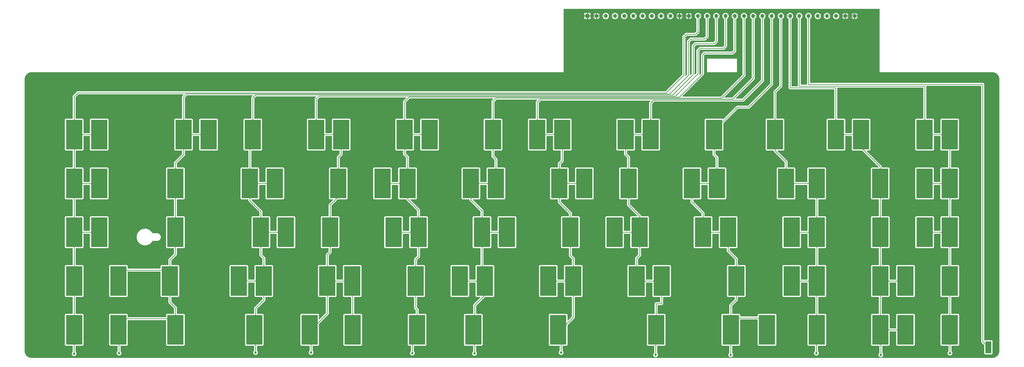
<source format=gbr>
%TF.GenerationSoftware,KiCad,Pcbnew,(6.99.0-3429-gce3fe46751)*%
%TF.CreationDate,2022-10-17T19:36:07+02:00*%
%TF.ProjectId,FXTal_rev1,46585461-6c5f-4726-9576-312e6b696361,rev?*%
%TF.SameCoordinates,PXe1237f8PYe7db780*%
%TF.FileFunction,Copper,L2,Bot*%
%TF.FilePolarity,Positive*%
%FSLAX46Y46*%
G04 Gerber Fmt 4.6, Leading zero omitted, Abs format (unit mm)*
G04 Created by KiCad (PCBNEW (6.99.0-3429-gce3fe46751)) date 2022-10-17 19:36:07*
%MOMM*%
%LPD*%
G01*
G04 APERTURE LIST*
%TA.AperFunction,SMDPad,CuDef*%
%ADD10R,6.985000X12.700000*%
%TD*%
%TA.AperFunction,ComponentPad*%
%ADD11R,1.700000X1.700000*%
%TD*%
%TA.AperFunction,ComponentPad*%
%ADD12O,1.700000X1.700000*%
%TD*%
%TA.AperFunction,SMDPad,CuDef*%
%ADD13R,2.540000X5.080000*%
%TD*%
%TA.AperFunction,SMDPad,CuDef*%
%ADD14C,1.000000*%
%TD*%
%TA.AperFunction,ViaPad*%
%ADD15C,0.800000*%
%TD*%
%TA.AperFunction,Conductor*%
%ADD16C,0.250000*%
%TD*%
%TA.AperFunction,Conductor*%
%ADD17C,0.254000*%
%TD*%
G04 APERTURE END LIST*
D10*
%TO.P,SW_25,COL*%
%TO.N,COL_1*%
X-172947499Y58119999D03*
%TD*%
%TO.P,SW_26,COL*%
%TO.N,COL_1*%
X-162202499Y58119999D03*
%TD*%
%TO.P,SW_22,COL*%
%TO.N,COL_2*%
X-125947499Y58119999D03*
%TD*%
%TO.P,SW_1,COL*%
%TO.N,COL_2*%
X-115202499Y58119999D03*
%TD*%
%TO.P,SW_02,COL*%
%TO.N,COL_3*%
X-96202499Y58119999D03*
%TD*%
%TO.P,SW_03,COL*%
%TO.N,COL_4*%
X-68947499Y58119999D03*
%TD*%
%TO.P,SW_04,COL*%
%TO.N,COL_4*%
X-58202499Y58119999D03*
%TD*%
%TO.P,SW_05,COL*%
%TO.N,COL_5*%
X-30947499Y58119999D03*
%TD*%
%TO.P,SW_06,COL*%
%TO.N,COL_5*%
X-20202499Y58119999D03*
%TD*%
%TO.P,SW_07,COL*%
%TO.N,COL_6*%
X7052499Y58119999D03*
%TD*%
%TO.P,SW_08,COL*%
%TO.N,COL_7*%
X26052499Y58119999D03*
%TD*%
%TO.P,SW_09,COL*%
%TO.N,COL_7*%
X36797499Y58119999D03*
%TD*%
%TO.P,SW_0,COL*%
%TO.N,COL_8*%
X64052499Y58119999D03*
%TD*%
%TO.P,SW_47,COL*%
%TO.N,COL_8*%
X74797499Y58119999D03*
%TD*%
%TO.P,SW_21,COL*%
%TO.N,COL_9*%
X102052499Y58119999D03*
%TD*%
%TO.P,SW_13,COL*%
%TO.N,COL_A*%
X128242499Y58119999D03*
%TD*%
%TO.P,SW_63,COL*%
%TO.N,COL_B*%
X154439999Y58119999D03*
%TD*%
%TO.P,SW_66,COL*%
%TO.N,COL_B*%
X165234999Y58119999D03*
%TD*%
%TO.P,SW_67,COL*%
%TO.N,COL_C*%
X192539999Y58119999D03*
%TD*%
%TO.P,SW_68,COL*%
%TO.N,COL_C*%
X203334999Y58119999D03*
%TD*%
%TO.P,SW_27,COL*%
%TO.N,COL_1*%
X-172947499Y37119999D03*
%TD*%
%TO.P,SW_28,COL*%
%TO.N,COL_1*%
X-162202499Y37119999D03*
%TD*%
%TO.P,SW_90,COL*%
%TO.N,COL_2*%
X-129452499Y37119999D03*
%TD*%
%TO.P,SW_74,COL*%
%TO.N,COL_3*%
X-97447499Y37119999D03*
%TD*%
%TO.P,SW_93,COL*%
%TO.N,COL_3*%
X-86702499Y37119999D03*
%TD*%
%TO.P,SW_19,COL*%
%TO.N,COL_4*%
X-59447499Y37119999D03*
%TD*%
%TO.P,SW_76,COL*%
%TO.N,COL_5*%
X-40447499Y37119999D03*
%TD*%
%TO.P,SW_89,COL*%
%TO.N,COL_5*%
X-29702499Y37119999D03*
%TD*%
%TO.P,SW_95,COL*%
%TO.N,COL_6*%
X-2447499Y37119999D03*
%TD*%
%TO.P,SW_91,COL*%
%TO.N,COL_6*%
X8297499Y37119999D03*
%TD*%
%TO.P,SW_37,COL*%
%TO.N,COL_7*%
X35552499Y37119999D03*
%TD*%
%TO.P,SW_51,COL*%
%TO.N,COL_7*%
X46297499Y37119999D03*
%TD*%
%TO.P,SW_65,COL*%
%TO.N,COL_8*%
X65297499Y37119999D03*
%TD*%
%TO.P,SW_42,COL*%
%TO.N,COL_9*%
X92552499Y37119999D03*
%TD*%
%TO.P,SW_78,COL*%
%TO.N,COL_9*%
X103297499Y37119999D03*
%TD*%
%TO.P,SW_12,COL*%
%TO.N,COL_A*%
X132982499Y37119999D03*
%TD*%
%TO.P,SW_69,COL*%
%TO.N,COL_A*%
X146159999Y37119999D03*
%TD*%
%TO.P,SW_70,COL*%
%TO.N,COL_B*%
X173464999Y37119999D03*
%TD*%
%TO.P,SW_71,COL*%
%TO.N,COL_C*%
X192514999Y37119999D03*
%TD*%
%TO.P,SW_72,COL*%
%TO.N,COL_C*%
X203309999Y37119999D03*
%TD*%
%TO.P,SW_29,COL*%
%TO.N,COL_1*%
X-172947499Y16119999D03*
%TD*%
%TO.P,SW_30,COL*%
%TO.N,COL_1*%
X-162202499Y16119999D03*
%TD*%
%TO.P,SW_15,COL*%
%TO.N,COL_2*%
X-129452499Y16119999D03*
%TD*%
%TO.P,SW_10,COL*%
%TO.N,COL_3*%
X-92697499Y16119999D03*
%TD*%
%TO.P,SW_83,COL*%
%TO.N,COL_3*%
X-81952499Y16119999D03*
%TD*%
%TO.P,SW_17,COL*%
%TO.N,COL_4*%
X-62952499Y16119999D03*
%TD*%
%TO.P,SW_24,COL*%
%TO.N,COL_5*%
X-35697499Y16119999D03*
%TD*%
%TO.P,SW_35,COL*%
%TO.N,COL_5*%
X-24952499Y16119999D03*
%TD*%
%TO.P,SW_36,COL*%
%TO.N,COL_6*%
X2302499Y16119999D03*
%TD*%
%TO.P,SW_38,COL*%
%TO.N,COL_6*%
X13047499Y16119999D03*
%TD*%
%TO.P,SW_39,COL*%
%TO.N,COL_7*%
X40302499Y16119999D03*
%TD*%
%TO.P,SW_40,COL*%
%TO.N,COL_8*%
X59302499Y16119999D03*
%TD*%
%TO.P,SW_84,COL*%
%TO.N,COL_8*%
X70047499Y16119999D03*
%TD*%
%TO.P,SW_75,COL*%
%TO.N,COL_9*%
X97302499Y16119999D03*
%TD*%
%TO.P,SW_50,COL*%
%TO.N,COL_9*%
X108097499Y16119999D03*
%TD*%
%TO.P,SW_20,COL*%
%TO.N,COL_A*%
X135402499Y16119999D03*
%TD*%
%TO.P,SW_73,COL*%
%TO.N,COL_A*%
X146197499Y16119999D03*
%TD*%
%TO.P,SW_53,COL*%
%TO.N,COL_B*%
X173502499Y16119999D03*
%TD*%
%TO.P,SW_54,COL*%
%TO.N,COL_C*%
X192552499Y16119999D03*
%TD*%
%TO.P,SW_55,COL*%
%TO.N,COL_C*%
X203347499Y16119999D03*
%TD*%
%TO.P,SW_31,COL*%
%TO.N,COL_1*%
X-172947499Y-4879999D03*
%TD*%
%TO.P,SW_32,COL*%
%TO.N,COL_2*%
X-153947499Y-4879999D03*
%TD*%
%TO.P,SW_45,COL*%
%TO.N,COL_2*%
X-131827499Y-4879999D03*
%TD*%
%TO.P,SW_49,COL*%
%TO.N,COL_3*%
X-102197499Y-4879999D03*
%TD*%
%TO.P,SW_96,COL*%
%TO.N,COL_3*%
X-91452499Y-4879999D03*
%TD*%
%TO.P,SW_94,COL*%
%TO.N,COL_4*%
X-64197499Y-4879999D03*
%TD*%
%TO.P,SW_14,COL*%
%TO.N,COL_4*%
X-53452499Y-4879999D03*
%TD*%
%TO.P,SW_92,COL*%
%TO.N,COL_5*%
X-26197499Y-4879999D03*
%TD*%
%TO.P,SW_11,COL*%
%TO.N,COL_6*%
X-7197499Y-4879999D03*
%TD*%
%TO.P,SW_48,COL*%
%TO.N,COL_6*%
X3547499Y-4879999D03*
%TD*%
%TO.P,SW_46,COL*%
%TO.N,COL_7*%
X30802499Y-4879999D03*
%TD*%
%TO.P,SW_16,COL*%
%TO.N,COL_7*%
X41547499Y-4879999D03*
%TD*%
%TO.P,SW_18,COL*%
%TO.N,COL_8*%
X68802499Y-4879999D03*
%TD*%
%TO.P,SW_85,COL*%
%TO.N,COL_8*%
X79547499Y-4879999D03*
%TD*%
%TO.P,SW_81,COL*%
%TO.N,COL_9*%
X111614999Y-4879999D03*
%TD*%
%TO.P,SW_82,COL*%
%TO.N,COL_A*%
X135427499Y-4879999D03*
%TD*%
%TO.P,SW_56,COL*%
%TO.N,COL_A*%
X146222499Y-4879999D03*
%TD*%
%TO.P,SW_57,COL*%
%TO.N,COL_B*%
X173527499Y-4879999D03*
%TD*%
%TO.P,SW_58,COL*%
%TO.N,COL_B*%
X184322499Y-4879999D03*
%TD*%
%TO.P,SW_59,COL*%
%TO.N,COL_C*%
X203372499Y-4879999D03*
%TD*%
%TO.P,SW_33,COL*%
%TO.N,COL_1*%
X-172947499Y-25879999D03*
%TD*%
%TO.P,SW_23,COL*%
%TO.N,COL_2*%
X-153947499Y-25879999D03*
%TD*%
%TO.P,SW_43,COL*%
%TO.N,COL_2*%
X-129452499Y-25879999D03*
%TD*%
%TO.P,SW_41,COL*%
%TO.N,COL_4*%
X-71732499Y-25879999D03*
%TD*%
%TO.P,SW_77,COL*%
%TO.N,COL_8*%
X77172499Y-25879999D03*
%TD*%
%TO.P,SW_60,COL*%
%TO.N,COL_A*%
X146222499Y-25879999D03*
%TD*%
%TO.P,SW_61,COL*%
%TO.N,COL_B*%
X173527499Y-25879999D03*
%TD*%
%TO.P,SW_62,COL*%
%TO.N,COL_B*%
X184322499Y-25879999D03*
%TD*%
%TO.P,SW_64,COL*%
%TO.N,COL_C*%
X203372499Y-25879999D03*
%TD*%
D11*
%TO.P,J1,1,GND*%
%TO.N,GND*%
X47600999Y109140999D03*
D12*
%TO.P,J1,2,GND*%
X51560999Y109140999D03*
%TO.P,J1,3,ROW_1*%
%TO.N,ROW_1*%
X55520999Y109140999D03*
%TO.P,J1,4,ROW_2*%
%TO.N,ROW_2*%
X59480999Y109140999D03*
%TO.P,J1,5,ROW_3*%
%TO.N,ROW_3*%
X63440999Y109140999D03*
%TO.P,J1,6,ROW_4*%
%TO.N,ROW_4*%
X67400999Y109140999D03*
%TO.P,J1,7,ROW_5*%
%TO.N,ROW_5*%
X71360999Y109140999D03*
%TO.P,J1,8,ROW_6*%
%TO.N,ROW_6*%
X75320999Y109140999D03*
%TO.P,J1,9,ROW_7*%
%TO.N,ROW_7*%
X79280999Y109140999D03*
%TO.P,J1,10,ROW_8*%
%TO.N,ROW_8*%
X83240999Y109140999D03*
%TO.P,J1,11,GND*%
%TO.N,GND*%
X87200999Y109140999D03*
%TO.P,J1,12,GND*%
X91160999Y109140999D03*
%TO.P,J1,13,COL_1*%
%TO.N,COL_1*%
X95120999Y109140999D03*
%TO.P,J1,14,COL_2*%
%TO.N,COL_2*%
X99080999Y109140999D03*
%TO.P,J1,15,COL_3*%
%TO.N,COL_3*%
X103040999Y109140999D03*
%TO.P,J1,16,COL_4*%
%TO.N,COL_4*%
X107000999Y109140999D03*
%TO.P,J1,17,COL_5*%
%TO.N,COL_5*%
X110960999Y109140999D03*
%TO.P,J1,18,COL_6*%
%TO.N,COL_6*%
X114920999Y109140999D03*
%TO.P,J1,19,COL_7*%
%TO.N,COL_7*%
X118880999Y109140999D03*
%TO.P,J1,20,COL_8*%
%TO.N,COL_8*%
X122840999Y109140999D03*
%TO.P,J1,21,COL_9*%
%TO.N,COL_9*%
X126800999Y109140999D03*
%TO.P,J1,22,COL_A*%
%TO.N,COL_A*%
X130760999Y109140999D03*
%TO.P,J1,23,COL_B*%
%TO.N,COL_B*%
X134720999Y109140999D03*
%TO.P,J1,24,COL_C*%
%TO.N,COL_C*%
X138680999Y109140999D03*
%TO.P,J1,25,COL_D*%
%TO.N,COL_D*%
X142640999Y109140999D03*
%TO.P,J1,26,COL_E*%
%TO.N,COL_E*%
X146600999Y109140999D03*
%TO.P,J1,27,COL_F*%
%TO.N,COL_F*%
X150560999Y109140999D03*
%TO.P,J1,28,COL_G*%
%TO.N,COL_G*%
X154520999Y109140999D03*
%TO.P,J1,29,GND*%
%TO.N,GND*%
X158480999Y109140999D03*
%TO.P,J1,30,GND*%
X162440999Y109140999D03*
%TD*%
D10*
%TO.P,SW_34,COL*%
%TO.N,COL_4*%
X-53256249Y-25879999D03*
%TD*%
%TO.P,SW_44,COL*%
%TO.N,COL_3*%
X-95542499Y-25879999D03*
%TD*%
%TO.P,SW_80,COL*%
%TO.N,COL_9*%
X109237499Y-25879999D03*
%TD*%
D13*
%TO.P,SW_52,COL*%
%TO.N,COL_D*%
X219970999Y-33364999D03*
%TD*%
D10*
%TO.P,SW_86,COL*%
%TO.N,COL_5*%
X-25587499Y-25879999D03*
%TD*%
%TO.P,SW_87,COL*%
%TO.N,COL_7*%
X35047499Y-25879999D03*
%TD*%
%TO.P,SW_79,COL*%
%TO.N,COL_9*%
X124792499Y-25879999D03*
%TD*%
%TO.P,SW_88,COL*%
%TO.N,COL_6*%
X-1407499Y-25879999D03*
%TD*%
D14*
%TO.P,COL_7_TP15,1,1*%
%TO.N,COL_7*%
X36329000Y-35651000D03*
%TD*%
%TO.P,COL_9_TP17,1,1*%
%TO.N,COL_9*%
X109227000Y-36667000D03*
%TD*%
%TO.P,COL_8_TP16,1,1*%
%TO.N,COL_8*%
X76941000Y-36659000D03*
%TD*%
%TO.P,COL_4_TP12,1,1*%
%TO.N,COL_4*%
X-71113000Y-35651000D03*
%TD*%
%TO.P,COL_1_TP9,1,1*%
%TO.N,COL_1*%
X-172967000Y-36159000D03*
%TD*%
%TO.P,COL_B_TP19,1,1*%
%TO.N,COL_B*%
X173743000Y-36667000D03*
%TD*%
%TO.P,COL_6_TP14,1,1*%
%TO.N,COL_6*%
X-909000Y-36059000D03*
%TD*%
%TO.P,COL_A_TP18,1,1*%
%TO.N,COL_A*%
X146057000Y-35905000D03*
%TD*%
%TO.P,COL_3_TP11,1,1*%
%TO.N,COL_3*%
X-94989000Y-35651000D03*
%TD*%
%TO.P,COL_C_TP20,1,1*%
%TO.N,COL_C*%
X203461000Y-35905000D03*
%TD*%
%TO.P,COL_2_TP10,1,1*%
%TO.N,COL_2*%
X-153663000Y-35905000D03*
%TD*%
%TO.P,COL_5_TP13,1,1*%
%TO.N,COL_5*%
X-27609000Y-35905000D03*
%TD*%
D15*
%TO.N,GND*%
X-186545000Y44360000D03*
X-186545000Y38970000D03*
%TD*%
D16*
%TO.N,GND*%
X-186545000Y38970000D02*
X-186545000Y44360000D01*
%TO.N,COL_C*%
X203372500Y-4880000D02*
X203372500Y-29752500D01*
X203347500Y16120000D02*
X203347500Y37082500D01*
X203347500Y16120000D02*
X192552500Y16120000D01*
X203310000Y37120000D02*
X192515000Y37120000D01*
X203310000Y37120000D02*
X203310000Y58095000D01*
X203335000Y58120000D02*
X192540000Y58120000D01*
X203372500Y-4880000D02*
X203372500Y16095000D01*
X192591000Y78991000D02*
X138741000Y78991000D01*
X192591000Y58171000D02*
X192591000Y78991000D01*
X203461000Y-35905000D02*
X203461000Y-25968500D01*
X138741000Y78991000D02*
X138681000Y79051000D01*
X138681000Y79051000D02*
X138681000Y109141000D01*
%TO.N,COL_A*%
X146222500Y-4880000D02*
X135427500Y-4880000D01*
X146197500Y16120000D02*
X135402500Y16120000D01*
X128246250Y58120000D02*
X128246250Y51247750D01*
X128246250Y51247750D02*
X132983750Y46510250D01*
X130761000Y109141000D02*
X130761000Y78994000D01*
X146222500Y-25880000D02*
X146222500Y-4880000D01*
X146222500Y-4880000D02*
X146222500Y16095000D01*
X128241000Y76474000D02*
X128241000Y58125250D01*
X146160000Y37120000D02*
X132983750Y37120000D01*
X146057000Y-35905000D02*
X146057000Y-26045500D01*
X146197500Y16120000D02*
X146197500Y37082500D01*
X132983750Y46510250D02*
X132983750Y37120000D01*
X130761000Y78994000D02*
X128241000Y76474000D01*
%TO.N,COL_8*%
X68802500Y4950500D02*
X68802500Y-4880000D01*
X74797500Y71758360D02*
X75995000Y72955860D01*
X70047500Y16120000D02*
X70047500Y6195500D01*
X79547500Y-14552500D02*
X79491000Y-14609000D01*
D17*
X59302500Y16120000D02*
X70047500Y16120000D01*
D16*
X64052500Y49655500D02*
X65297500Y48410500D01*
X70047500Y23086500D02*
X70047500Y16120000D01*
X79491000Y-14609000D02*
X77241000Y-14609000D01*
X79547500Y-4880000D02*
X79547500Y-14552500D01*
X76969000Y-36159000D02*
X76969000Y-26077250D01*
X64052500Y58120000D02*
X64052500Y49655500D01*
X70047500Y6195500D02*
X68802500Y4950500D01*
X74797500Y58120000D02*
X74797500Y71758360D01*
X64052500Y58120000D02*
X74797500Y58120000D01*
X77166250Y-14683750D02*
X77166250Y-25880000D01*
X79547500Y-4880000D02*
X68802500Y-4880000D01*
X122841000Y81331000D02*
X122841000Y109141000D01*
X65297500Y48410500D02*
X65297500Y37120000D01*
X114465860Y72955860D02*
X122841000Y81331000D01*
X77241000Y-14609000D02*
X77166250Y-14683750D01*
X65297500Y37120000D02*
X65297500Y27836500D01*
X65297500Y27836500D02*
X70047500Y23086500D01*
X75995000Y72955860D02*
X114465860Y72955860D01*
D17*
%TO.N,COL_6*%
X3547500Y-4880000D02*
X3547500Y-10902500D01*
D16*
X2302500Y25299500D02*
X2302500Y16120000D01*
D17*
X-866250Y-15316250D02*
X-866250Y-25880000D01*
X-866250Y-25880000D02*
X-866250Y-36016250D01*
D16*
X105184900Y73854900D02*
X114921000Y83591000D01*
X7052500Y48743500D02*
X8297500Y47498500D01*
D17*
X3547500Y-10902500D02*
X-866250Y-15316250D01*
D16*
X2302500Y16120000D02*
X2302500Y-3635000D01*
X8395000Y73854900D02*
X105184900Y73854900D01*
X-2447500Y30049500D02*
X2302500Y25299500D01*
X8297500Y47498500D02*
X8297500Y37120000D01*
X7052500Y58120000D02*
X7052500Y48743500D01*
D17*
X-866250Y-36016250D02*
X-909000Y-36059000D01*
D16*
X7052500Y72512400D02*
X8395000Y73854900D01*
D17*
X3547500Y-4880000D02*
X-7197500Y-4880000D01*
D16*
X7052500Y58120000D02*
X7052500Y72512400D01*
X2302500Y16120000D02*
X13047500Y16120000D01*
X-2447500Y37120000D02*
X8297500Y37120000D01*
X-2447500Y37120000D02*
X-2447500Y30049500D01*
X114921000Y83591000D02*
X114921000Y109141000D01*
%TO.N,COL_4*%
X-71113000Y-25958250D02*
X-71191250Y-25880000D01*
X-53252500Y-25880000D02*
X-53252500Y-5080000D01*
X106041000Y95241000D02*
X107001000Y96201000D01*
X-59447500Y48404500D02*
X-59447500Y37120000D01*
X-62952500Y7561500D02*
X-64197500Y6316500D01*
X-64197500Y6316500D02*
X-64197500Y-4880000D01*
X-62952500Y27881500D02*
X-62952500Y16120000D01*
X-62952500Y16120000D02*
X-62952500Y7561500D01*
X-58202500Y58120000D02*
X-68947500Y58120000D01*
X-67705000Y74753940D02*
X85561060Y74753940D01*
X-58202500Y49649500D02*
X-59447500Y48404500D01*
X95095000Y84320000D02*
X85561060Y74786060D01*
X-53452500Y-4880000D02*
X-64197500Y-4880000D01*
X107001000Y96201000D02*
X107001000Y109141000D01*
X95095000Y94295000D02*
X96041000Y95241000D01*
X95095000Y84320000D02*
X95095000Y94295000D01*
X85561060Y74753940D02*
X85561060Y74786060D01*
X-71113000Y-35651000D02*
X-71113000Y-25958250D01*
X-58202500Y58120000D02*
X-58202500Y49649500D01*
X-59447500Y31386500D02*
X-62952500Y27881500D01*
X-64197500Y-18886250D02*
X-71191250Y-25880000D01*
X-68947500Y73511440D02*
X-67705000Y74753940D01*
X-68947500Y58120000D02*
X-68947500Y73511440D01*
X-64197500Y-4880000D02*
X-64197500Y-18886250D01*
X96041000Y95241000D02*
X106041000Y95241000D01*
%TO.N,COL_2*%
X-153719000Y-209000D02*
X-131599000Y-209000D01*
X-125947500Y49468500D02*
X-129452500Y45963500D01*
X-153663000Y-35905000D02*
X-153663000Y-26164500D01*
X-129452500Y-16362500D02*
X-131827500Y-13987500D01*
X91041000Y83666000D02*
X91041000Y98241000D01*
X-129452500Y37120000D02*
X-129452500Y16120000D01*
X-125947500Y74410480D02*
X-124705000Y75652980D01*
X-124705000Y75652980D02*
X83027980Y75652980D01*
X-129452500Y6593500D02*
X-131827500Y4218500D01*
X-125947500Y58120000D02*
X-115202500Y58120000D01*
X98041000Y99241000D02*
X99081000Y100281000D01*
X-131827500Y-13987500D02*
X-131827500Y-4880000D01*
X-129452500Y16120000D02*
X-129452500Y6593500D01*
X-125947500Y58120000D02*
X-125947500Y74410480D01*
X-154756500Y-21059000D02*
X-130261500Y-21059000D01*
X-129452500Y45963500D02*
X-129452500Y37120000D01*
X92041000Y99241000D02*
X98041000Y99241000D01*
X99081000Y100281000D02*
X99081000Y109141000D01*
X83027980Y75652980D02*
X91041000Y83666000D01*
X-129452500Y-25880000D02*
X-129452500Y-16362500D01*
X91041000Y98241000D02*
X92041000Y99241000D01*
X-131827500Y4218500D02*
X-131827500Y-4880000D01*
X-125947500Y58120000D02*
X-125947500Y49468500D01*
%TO.N,COL_D*%
X217507000Y-30901000D02*
X217507000Y79741000D01*
X219971000Y-33365000D02*
X217507000Y-30901000D01*
X217507000Y79741000D02*
X142641000Y79741000D01*
X142641000Y79741000D02*
X142641000Y109141000D01*
%TO.N,COL_B*%
X173465000Y44383000D02*
X173465000Y37120000D01*
X173743000Y-36667000D02*
X173743000Y-26095500D01*
X134721000Y78361000D02*
X134721000Y109141000D01*
X173527500Y-25880000D02*
X184322500Y-25880000D01*
X173527500Y-25880000D02*
X173527500Y-4880000D01*
X154341000Y58219000D02*
X154341000Y78241000D01*
X154341000Y78241000D02*
X134841000Y78241000D01*
X173527500Y-4880000D02*
X173527500Y16095000D01*
X173502500Y16120000D02*
X173502500Y37082500D01*
X173527500Y-4880000D02*
X184322500Y-4880000D01*
X154440000Y58120000D02*
X165235000Y58120000D01*
X165235000Y52613000D02*
X173465000Y44383000D01*
X134841000Y78241000D02*
X134721000Y78361000D01*
%TO.N,COL_9*%
X111615000Y4633000D02*
X111615000Y-4880000D01*
X102052500Y49501500D02*
X103297500Y48256500D01*
X102052500Y59892500D02*
X112096000Y69936000D01*
X109233750Y-15324250D02*
X109233750Y-25880000D01*
X116896000Y69936000D02*
X126721000Y79761000D01*
X108097500Y16120000D02*
X97302500Y16120000D01*
X92552500Y37120000D02*
X103297500Y37120000D01*
X109227000Y-36667000D02*
X109227000Y-25886750D01*
X103297500Y48256500D02*
X103297500Y37120000D01*
X111615000Y-12943000D02*
X109233750Y-15324250D01*
X92552500Y37120000D02*
X92552500Y29029500D01*
X126721000Y79761000D02*
X126741000Y79761000D01*
X102052500Y58120000D02*
X102052500Y49501500D01*
X109233750Y-20759000D02*
X124791250Y-20759000D01*
X92552500Y29029500D02*
X97302500Y24279500D01*
X111615000Y-4880000D02*
X111615000Y-12943000D01*
X108097500Y16120000D02*
X108097500Y8150500D01*
X126741000Y79761000D02*
X126801000Y79821000D01*
X126801000Y79821000D02*
X126801000Y109141000D01*
X108097500Y8150500D02*
X111615000Y4633000D01*
X97302500Y24279500D02*
X97302500Y16120000D01*
X112096000Y69936000D02*
X116896000Y69936000D01*
%TO.N,COL_7*%
X40302500Y24383500D02*
X40302500Y16120000D01*
X35552500Y29133500D02*
X40302500Y24383500D01*
X35552500Y45614500D02*
X35552500Y37120000D01*
D17*
X46297500Y37120000D02*
X35552500Y37120000D01*
D16*
X41547500Y4850500D02*
X41547500Y-4880000D01*
X41547500Y-4880000D02*
X41547500Y-20453750D01*
X118881000Y82251000D02*
X118881000Y109141000D01*
X41547500Y-20453750D02*
X36121250Y-25880000D01*
X26052500Y72062880D02*
X27395000Y73405380D01*
X36797500Y58120000D02*
X26052500Y58120000D01*
X40302500Y6095500D02*
X41547500Y4850500D01*
X36797500Y46859500D02*
X35552500Y45614500D01*
X27395000Y73405380D02*
X110035380Y73405380D01*
X36329000Y-35651000D02*
X36329000Y-26087750D01*
X40302500Y16120000D02*
X40302500Y6095500D01*
X36797500Y58120000D02*
X36797500Y46859500D01*
X26052500Y58120000D02*
X26052500Y72062880D01*
X110035380Y73405380D02*
X118881000Y82251000D01*
X36329000Y-26087750D02*
X36121250Y-25880000D01*
X35552500Y37120000D02*
X35552500Y29133500D01*
X30802500Y-4880000D02*
X41547500Y-4880000D01*
%TO.N,COL_5*%
X-26197500Y4438500D02*
X-26197500Y-4880000D01*
X-30947500Y58120000D02*
X-30947500Y49659500D01*
X-24952500Y16120000D02*
X-35697500Y16120000D01*
X-30947500Y58120000D02*
X-30947500Y72377500D01*
X-26197500Y-16497500D02*
X-25587500Y-17107500D01*
X-30947500Y72377500D02*
X-29020580Y74304420D01*
X-29702500Y48414500D02*
X-29702500Y37120000D01*
X110041000Y93241000D02*
X110961000Y94161000D01*
X87179420Y74304420D02*
X97095000Y84220000D01*
X-29020580Y74304420D02*
X87179420Y74304420D01*
D17*
X-29702500Y37120000D02*
X-40447500Y37120000D01*
D16*
X-24952500Y5683500D02*
X-26197500Y4438500D01*
X97095000Y84220000D02*
X97095000Y92420000D01*
X-26197500Y-16497500D02*
X-26197500Y-4880000D01*
X-24952500Y25630500D02*
X-24952500Y16120000D01*
X-30947500Y49659500D02*
X-29702500Y48414500D01*
X-27609000Y-35905000D02*
X-27609000Y-25901500D01*
X-27609000Y-25901500D02*
X-27587500Y-25880000D01*
X-24952500Y16120000D02*
X-24952500Y5683500D01*
X-29702500Y30380500D02*
X-24952500Y25630500D01*
X110961000Y94161000D02*
X110961000Y109141000D01*
X97916000Y93241000D02*
X110041000Y93241000D01*
X-30947500Y58120000D02*
X-20202500Y58120000D01*
X-29702500Y37120000D02*
X-29702500Y30380500D01*
X97095000Y92420000D02*
X97916000Y93241000D01*
X-25587500Y-17107500D02*
X-25587500Y-25880000D01*
%TO.N,COL_3*%
X-94989000Y-35651000D02*
X-94989000Y-25894750D01*
X93095000Y96295000D02*
X93095000Y84020000D01*
X-92697500Y16120000D02*
X-92697500Y6253500D01*
X-96202500Y74005960D02*
X-96202500Y58120000D01*
X-97447500Y52822500D02*
X-97447500Y37120000D01*
X84311540Y75236540D02*
X84311540Y75203460D01*
X-95005000Y75203460D02*
X-96202500Y74005960D01*
X-92697500Y25049500D02*
X-92697500Y16120000D01*
X-97447500Y29799500D02*
X-92697500Y25049500D01*
X103041000Y98241000D02*
X102041000Y97241000D01*
X-92697500Y16120000D02*
X-81952500Y16120000D01*
X-94989000Y-25894750D02*
X-95003750Y-25880000D01*
X-91452500Y5008500D02*
X-91452500Y-4880000D01*
X-102197500Y-4880000D02*
X-91452500Y-4880000D01*
X-91452500Y-4880000D02*
X-91452500Y-13064500D01*
X-95003750Y-16615750D02*
X-95003750Y-25880000D01*
X93095000Y84020000D02*
X84311540Y75236540D01*
X94041000Y97241000D02*
X93095000Y96295000D01*
X102041000Y97241000D02*
X94041000Y97241000D01*
X-91452500Y-13064500D02*
X-95003750Y-16615750D01*
X-92697500Y6253500D02*
X-91452500Y5008500D01*
X103041000Y109141000D02*
X103041000Y98241000D01*
X-97447500Y37120000D02*
X-97447500Y29799500D01*
X-97447500Y37120000D02*
X-86702500Y37120000D01*
X84311540Y75203460D02*
X-95005000Y75203460D01*
%TO.N,COL_1*%
X81447500Y76102500D02*
X89055000Y83710000D01*
X89055000Y100227000D02*
X89041000Y100241000D01*
X-172947500Y58120000D02*
X-172947500Y74577500D01*
X-172947500Y-4880000D02*
X-172947500Y-25880000D01*
X95121000Y102321000D02*
X95121000Y109141000D01*
X89055000Y83710000D02*
X89055000Y100227000D01*
X-172947500Y16120000D02*
X-162202500Y16120000D01*
X94041000Y101241000D02*
X95121000Y102321000D01*
X-172947500Y37120000D02*
X-172947500Y58120000D01*
X89041000Y100241000D02*
X90041000Y101241000D01*
X-172967000Y-36159000D02*
X-172967000Y-25899500D01*
X-171422500Y76102500D02*
X81447500Y76102500D01*
X90041000Y101241000D02*
X94041000Y101241000D01*
X-172947500Y37120000D02*
X-162202500Y37120000D01*
X-172947500Y16120000D02*
X-172947500Y37120000D01*
X-172947500Y74577500D02*
X-171422500Y76102500D01*
X-172947500Y-4880000D02*
X-172947500Y16120000D01*
X-172947500Y58120000D02*
X-162202500Y58120000D01*
%TD*%
%TA.AperFunction,Conductor*%
%TO.N,GND*%
G36*
X173033170Y112203079D02*
G01*
X173052585Y112199217D01*
X173063196Y112197107D01*
X173108617Y112178293D01*
X173123553Y112168313D01*
X173158313Y112133553D01*
X173168293Y112118617D01*
X173187107Y112073195D01*
X173193079Y112043170D01*
X173195500Y112018590D01*
X173195500Y85066036D01*
X173214606Y85019910D01*
X173249910Y84984606D01*
X173261372Y84979858D01*
X173261374Y84979857D01*
X173281592Y84971483D01*
X173296036Y84965500D01*
X221687707Y84965500D01*
X221694301Y84965327D01*
X221995320Y84949551D01*
X222008436Y84948173D01*
X222302911Y84901533D01*
X222315812Y84898791D01*
X222603799Y84821625D01*
X222616337Y84817551D01*
X222894672Y84710708D01*
X222906713Y84705348D01*
X223148002Y84582405D01*
X223172370Y84569989D01*
X223183792Y84563394D01*
X223195440Y84555830D01*
X223433833Y84401015D01*
X223444499Y84393265D01*
X223601073Y84266474D01*
X223676198Y84205639D01*
X223685999Y84196814D01*
X223896814Y83985999D01*
X223905639Y83976198D01*
X224092197Y83745819D01*
X224093263Y83744502D01*
X224101013Y83733835D01*
X224219791Y83550935D01*
X224263394Y83483792D01*
X224269989Y83472370D01*
X224405348Y83206713D01*
X224410707Y83194673D01*
X224447433Y83099000D01*
X224517551Y82916337D01*
X224521625Y82903799D01*
X224565952Y82738369D01*
X224598791Y82615811D01*
X224601533Y82602911D01*
X224648173Y82308436D01*
X224649551Y82295320D01*
X224651823Y82251965D01*
X224665327Y81994301D01*
X224665500Y81987707D01*
X224665500Y-35005707D01*
X224665327Y-35012301D01*
X224649551Y-35313319D01*
X224648173Y-35326435D01*
X224601533Y-35620911D01*
X224598791Y-35633811D01*
X224524476Y-35911163D01*
X224521627Y-35921794D01*
X224517551Y-35934337D01*
X224489901Y-36006367D01*
X224433677Y-36152837D01*
X224410708Y-36212672D01*
X224405348Y-36224713D01*
X224283743Y-36463377D01*
X224269989Y-36490370D01*
X224263394Y-36501792D01*
X224101015Y-36751833D01*
X224093265Y-36762499D01*
X223969269Y-36915622D01*
X223905639Y-36994198D01*
X223896814Y-37003999D01*
X223685999Y-37214814D01*
X223676198Y-37223639D01*
X223488582Y-37375568D01*
X223444502Y-37411263D01*
X223433833Y-37419015D01*
X223183792Y-37581394D01*
X223172370Y-37587989D01*
X222906713Y-37723348D01*
X222894672Y-37728708D01*
X222616337Y-37835551D01*
X222603799Y-37839625D01*
X222342687Y-37909590D01*
X222315811Y-37916791D01*
X222302911Y-37919533D01*
X222008436Y-37966173D01*
X221995320Y-37967551D01*
X221694301Y-37983327D01*
X221687707Y-37983500D01*
X-191255707Y-37983500D01*
X-191262301Y-37983327D01*
X-191563320Y-37967551D01*
X-191576436Y-37966173D01*
X-191870911Y-37919533D01*
X-191883811Y-37916791D01*
X-191910687Y-37909590D01*
X-192171799Y-37839625D01*
X-192184337Y-37835551D01*
X-192462672Y-37728708D01*
X-192474713Y-37723348D01*
X-192740370Y-37587989D01*
X-192751792Y-37581394D01*
X-193001833Y-37419015D01*
X-193012502Y-37411263D01*
X-193056581Y-37375568D01*
X-193244198Y-37223639D01*
X-193253999Y-37214814D01*
X-193464814Y-37003999D01*
X-193473639Y-36994198D01*
X-193537269Y-36915622D01*
X-193661265Y-36762499D01*
X-193669015Y-36751833D01*
X-193831394Y-36501792D01*
X-193837989Y-36490370D01*
X-193851743Y-36463377D01*
X-193973348Y-36224713D01*
X-193978708Y-36212672D01*
X-194001676Y-36152837D01*
X-194057901Y-36006367D01*
X-194085551Y-35934337D01*
X-194089627Y-35921794D01*
X-194092475Y-35911163D01*
X-194166791Y-35633811D01*
X-194169533Y-35620911D01*
X-194216173Y-35326435D01*
X-194217551Y-35313319D01*
X-194233327Y-35012301D01*
X-194233500Y-35005707D01*
X-194233500Y-35000715D01*
X-194233214Y-32278638D01*
X-176948500Y-32278638D01*
X-176941989Y-32339201D01*
X-176890889Y-32476204D01*
X-176803261Y-32593261D01*
X-176686204Y-32680889D01*
X-176549201Y-32731989D01*
X-176512295Y-32735957D01*
X-176491988Y-32738140D01*
X-176491985Y-32738140D01*
X-176488638Y-32738500D01*
X-173726500Y-32738500D01*
X-173658379Y-32758502D01*
X-173611886Y-32812158D01*
X-173600500Y-32864500D01*
X-173600500Y-35314667D01*
X-173620502Y-35382788D01*
X-173646564Y-35412063D01*
X-173683568Y-35442432D01*
X-173687495Y-35447217D01*
X-173687496Y-35447218D01*
X-173697544Y-35459462D01*
X-173809595Y-35595996D01*
X-173812512Y-35601454D01*
X-173812513Y-35601455D01*
X-173869087Y-35707299D01*
X-173903241Y-35771196D01*
X-173905037Y-35777116D01*
X-173905038Y-35777119D01*
X-173959063Y-35955218D01*
X-173960908Y-35961299D01*
X-173980380Y-36159000D01*
X-173960908Y-36356701D01*
X-173959113Y-36362619D01*
X-173959112Y-36362623D01*
X-173905038Y-36540881D01*
X-173903241Y-36546804D01*
X-173900324Y-36552262D01*
X-173900322Y-36552266D01*
X-173840720Y-36663773D01*
X-173809595Y-36722004D01*
X-173683568Y-36875568D01*
X-173530004Y-37001595D01*
X-173524546Y-37004512D01*
X-173524545Y-37004513D01*
X-173360266Y-37092322D01*
X-173360262Y-37092324D01*
X-173354804Y-37095241D01*
X-173348884Y-37097037D01*
X-173348881Y-37097038D01*
X-173170623Y-37151112D01*
X-173170619Y-37151113D01*
X-173164701Y-37152908D01*
X-172967000Y-37172380D01*
X-172769299Y-37152908D01*
X-172763381Y-37151113D01*
X-172763377Y-37151112D01*
X-172585119Y-37097038D01*
X-172585116Y-37097037D01*
X-172579196Y-37095241D01*
X-172573738Y-37092324D01*
X-172573734Y-37092322D01*
X-172409455Y-37004513D01*
X-172409454Y-37004512D01*
X-172403996Y-37001595D01*
X-172250432Y-36875568D01*
X-172124405Y-36722004D01*
X-172093280Y-36663773D01*
X-172033678Y-36552266D01*
X-172033676Y-36552262D01*
X-172030759Y-36546804D01*
X-172028962Y-36540881D01*
X-171974888Y-36362623D01*
X-171974887Y-36362619D01*
X-171973092Y-36356701D01*
X-171953620Y-36159000D01*
X-171973092Y-35961299D01*
X-171974936Y-35955218D01*
X-172028962Y-35777119D01*
X-172028963Y-35777116D01*
X-172030759Y-35771196D01*
X-172064912Y-35707299D01*
X-172121487Y-35601455D01*
X-172121488Y-35601454D01*
X-172124405Y-35595996D01*
X-172236456Y-35459462D01*
X-172246504Y-35447218D01*
X-172246505Y-35447217D01*
X-172250432Y-35442432D01*
X-172287435Y-35412064D01*
X-172327402Y-35353389D01*
X-172333500Y-35314667D01*
X-172333500Y-32864500D01*
X-172313498Y-32796379D01*
X-172259842Y-32749886D01*
X-172207500Y-32738500D01*
X-169406362Y-32738500D01*
X-169403015Y-32738140D01*
X-169403012Y-32738140D01*
X-169382705Y-32735957D01*
X-169345799Y-32731989D01*
X-169208796Y-32680889D01*
X-169091739Y-32593261D01*
X-169004111Y-32476204D01*
X-168953011Y-32339201D01*
X-168946500Y-32278638D01*
X-168946500Y-19481362D01*
X-168953011Y-19420799D01*
X-169004111Y-19283796D01*
X-169053701Y-19217551D01*
X-169086341Y-19173950D01*
X-169091739Y-19166739D01*
X-169162679Y-19113634D01*
X-169201582Y-19084511D01*
X-169201584Y-19084510D01*
X-169208796Y-19079111D01*
X-169345799Y-19028011D01*
X-169382705Y-19024043D01*
X-169403012Y-19021860D01*
X-169403015Y-19021860D01*
X-169406362Y-19021500D01*
X-172188000Y-19021500D01*
X-172256121Y-19001498D01*
X-172302614Y-18947842D01*
X-172314000Y-18895500D01*
X-172314000Y-11864500D01*
X-172293998Y-11796379D01*
X-172240342Y-11749886D01*
X-172188000Y-11738500D01*
X-169406362Y-11738500D01*
X-169403015Y-11738140D01*
X-169403012Y-11738140D01*
X-169382705Y-11735957D01*
X-169345799Y-11731989D01*
X-169208796Y-11680889D01*
X-169091739Y-11593261D01*
X-169004111Y-11476204D01*
X-168953011Y-11339201D01*
X-168946500Y-11278638D01*
X-168946500Y1518638D01*
X-168953011Y1579201D01*
X-169004111Y1716204D01*
X-169091739Y1833261D01*
X-169208796Y1920889D01*
X-169345799Y1971989D01*
X-169382705Y1975957D01*
X-169403012Y1978140D01*
X-169403015Y1978140D01*
X-169406362Y1978500D01*
X-172188000Y1978500D01*
X-172256121Y1998502D01*
X-172302614Y2052158D01*
X-172314000Y2104500D01*
X-172314000Y9135500D01*
X-172293998Y9203621D01*
X-172240342Y9250114D01*
X-172188000Y9261500D01*
X-169406362Y9261500D01*
X-169403015Y9261860D01*
X-169403012Y9261860D01*
X-169382705Y9264043D01*
X-169345799Y9268011D01*
X-169208796Y9319111D01*
X-169091739Y9406739D01*
X-169004111Y9523796D01*
X-168953011Y9660799D01*
X-168946500Y9721362D01*
X-168946500Y15360500D01*
X-168926498Y15428621D01*
X-168872842Y15475114D01*
X-168820500Y15486500D01*
X-166329500Y15486500D01*
X-166261379Y15466498D01*
X-166214886Y15412842D01*
X-166203500Y15360500D01*
X-166203500Y9721362D01*
X-166196989Y9660799D01*
X-166145889Y9523796D01*
X-166058261Y9406739D01*
X-165941204Y9319111D01*
X-165804201Y9268011D01*
X-165767295Y9264043D01*
X-165746988Y9261860D01*
X-165746985Y9261860D01*
X-165743638Y9261500D01*
X-158661362Y9261500D01*
X-158658015Y9261860D01*
X-158658012Y9261860D01*
X-158637705Y9264043D01*
X-158600799Y9268011D01*
X-158463796Y9319111D01*
X-158346739Y9406739D01*
X-158259111Y9523796D01*
X-158208011Y9660799D01*
X-158201500Y9721362D01*
X-158201500Y14041000D01*
X-146095394Y14041000D01*
X-146075913Y13667697D01*
X-146017681Y13298449D01*
X-146016840Y13295296D01*
X-146016838Y13295287D01*
X-145973015Y13131015D01*
X-145921330Y12937268D01*
X-145787909Y12588079D01*
X-145618865Y12254674D01*
X-145617082Y12251914D01*
X-145617077Y12251905D01*
X-145417817Y11943432D01*
X-145416036Y11940675D01*
X-145413983Y11938125D01*
X-145413981Y11938122D01*
X-145183689Y11652057D01*
X-145183682Y11652049D01*
X-145181625Y11649494D01*
X-145179309Y11647163D01*
X-145179304Y11647157D01*
X-144920494Y11386626D01*
X-144918178Y11384295D01*
X-144628558Y11147958D01*
X-144537371Y11088194D01*
X-144318662Y10944852D01*
X-144318657Y10944849D01*
X-144315912Y10943050D01*
X-143983635Y10771799D01*
X-143980581Y10770609D01*
X-143980577Y10770607D01*
X-143638398Y10637257D01*
X-143638389Y10637254D01*
X-143635338Y10636065D01*
X-143632176Y10635199D01*
X-143632173Y10635198D01*
X-143277974Y10538189D01*
X-143277970Y10538188D01*
X-143274804Y10537321D01*
X-143271558Y10536787D01*
X-142909186Y10477173D01*
X-142909182Y10477173D01*
X-142905951Y10476641D01*
X-142902676Y10476448D01*
X-142902673Y10476448D01*
X-142536066Y10454878D01*
X-142536065Y10454878D01*
X-142532785Y10454685D01*
X-142529513Y10454834D01*
X-142529510Y10454834D01*
X-142254847Y10467342D01*
X-142159361Y10471690D01*
X-142123029Y10477173D01*
X-141792985Y10526981D01*
X-141792975Y10526983D01*
X-141789735Y10527472D01*
X-141753863Y10536787D01*
X-141431114Y10620596D01*
X-141431107Y10620598D01*
X-141427923Y10621425D01*
X-141334002Y10656599D01*
X-141080948Y10751370D01*
X-141080942Y10751373D01*
X-141077857Y10752528D01*
X-141074909Y10753998D01*
X-140746273Y10917893D01*
X-140746269Y10917895D01*
X-140743338Y10919357D01*
X-140740573Y10921117D01*
X-140740568Y10921120D01*
X-140430772Y11118335D01*
X-140428001Y11120099D01*
X-140390316Y11150027D01*
X-140137844Y11350531D01*
X-140137839Y11350535D01*
X-140135272Y11352574D01*
X-139868331Y11614256D01*
X-139630078Y11902302D01*
X-139628264Y11905030D01*
X-139424922Y12210844D01*
X-139424918Y12210852D01*
X-139423102Y12213582D01*
X-139378938Y12297940D01*
X-139329622Y12349014D01*
X-139267310Y12365500D01*
X-137409457Y12365504D01*
X-137409018Y12365504D01*
X-137409000Y12365502D01*
X-137409000Y12365500D01*
X-137289166Y12365500D01*
X-137284724Y12366139D01*
X-137284719Y12366139D01*
X-137056386Y12398968D01*
X-137056381Y12398969D01*
X-137051937Y12399608D01*
X-136821977Y12467131D01*
X-136788752Y12482304D01*
X-136608061Y12564822D01*
X-136608057Y12564824D01*
X-136603967Y12566692D01*
X-136402345Y12696267D01*
X-136221216Y12853216D01*
X-136064267Y13034345D01*
X-135934692Y13235967D01*
X-135907601Y13295287D01*
X-135837000Y13449884D01*
X-135836999Y13449886D01*
X-135835131Y13453977D01*
X-135767608Y13683937D01*
X-135733500Y13921166D01*
X-135733500Y14160834D01*
X-135767608Y14398062D01*
X-135835130Y14628022D01*
X-135934692Y14846032D01*
X-136064266Y15047653D01*
X-136151036Y15147791D01*
X-136218263Y15225376D01*
X-136218268Y15225381D01*
X-136221215Y15228782D01*
X-136267298Y15268714D01*
X-136398946Y15382789D01*
X-136398951Y15382792D01*
X-136402343Y15385732D01*
X-136603965Y15515306D01*
X-136608045Y15517169D01*
X-136608050Y15517172D01*
X-136817886Y15613001D01*
X-136817885Y15613001D01*
X-136821974Y15614868D01*
X-136833705Y15618313D01*
X-137047618Y15681124D01*
X-137047622Y15681125D01*
X-137051934Y15682391D01*
X-137056386Y15683031D01*
X-137056390Y15683032D01*
X-137171750Y15699618D01*
X-137289162Y15716500D01*
X-139267310Y15716500D01*
X-139335431Y15736502D01*
X-139378938Y15784060D01*
X-139421578Y15865507D01*
X-139423102Y15868418D01*
X-139424918Y15871148D01*
X-139424922Y15871156D01*
X-139628264Y16176970D01*
X-139628265Y16176971D01*
X-139630078Y16179698D01*
X-139868331Y16467744D01*
X-140135272Y16729426D01*
X-140137839Y16731465D01*
X-140137844Y16731469D01*
X-140425431Y16959860D01*
X-140428001Y16961901D01*
X-140518033Y17019215D01*
X-140740568Y17160880D01*
X-140740573Y17160883D01*
X-140743338Y17162643D01*
X-140746269Y17164105D01*
X-140746273Y17164107D01*
X-141074909Y17328002D01*
X-141074912Y17328003D01*
X-141077857Y17329472D01*
X-141080942Y17330627D01*
X-141080948Y17330630D01*
X-141388832Y17445935D01*
X-141427923Y17460575D01*
X-141431107Y17461402D01*
X-141431114Y17461404D01*
X-141786554Y17553702D01*
X-141789735Y17554528D01*
X-141792975Y17555017D01*
X-141792985Y17555019D01*
X-142156114Y17609820D01*
X-142159361Y17610310D01*
X-142254847Y17614658D01*
X-142529510Y17627166D01*
X-142529513Y17627166D01*
X-142532785Y17627315D01*
X-142536065Y17627122D01*
X-142536066Y17627122D01*
X-142902673Y17605552D01*
X-142902676Y17605552D01*
X-142905951Y17605359D01*
X-142909182Y17604827D01*
X-142909186Y17604827D01*
X-143211951Y17555019D01*
X-143274804Y17544679D01*
X-143277970Y17543812D01*
X-143277974Y17543811D01*
X-143632173Y17446802D01*
X-143632176Y17446801D01*
X-143635338Y17445935D01*
X-143638389Y17444746D01*
X-143638398Y17444743D01*
X-143980577Y17311393D01*
X-143980581Y17311391D01*
X-143983635Y17310201D01*
X-144315912Y17138950D01*
X-144318657Y17137151D01*
X-144318662Y17137148D01*
X-144452726Y17049282D01*
X-144628558Y16934042D01*
X-144918178Y16697705D01*
X-144920490Y16695378D01*
X-144920494Y16695374D01*
X-145179304Y16434843D01*
X-145179309Y16434837D01*
X-145181625Y16432506D01*
X-145183682Y16429951D01*
X-145183689Y16429943D01*
X-145387341Y16176970D01*
X-145416036Y16141325D01*
X-145417816Y16138569D01*
X-145417817Y16138568D01*
X-145617077Y15830095D01*
X-145617082Y15830086D01*
X-145618865Y15827326D01*
X-145787909Y15493921D01*
X-145921330Y15144732D01*
X-145922173Y15141571D01*
X-146016838Y14786713D01*
X-146016840Y14786704D01*
X-146017681Y14783551D01*
X-146018191Y14780316D01*
X-146062607Y14498674D01*
X-146075913Y14414303D01*
X-146095394Y14041000D01*
X-158201500Y14041000D01*
X-158201500Y22518638D01*
X-158208011Y22579201D01*
X-158259111Y22716204D01*
X-158346739Y22833261D01*
X-158463796Y22920889D01*
X-158600799Y22971989D01*
X-158637705Y22975957D01*
X-158658012Y22978140D01*
X-158658015Y22978140D01*
X-158661362Y22978500D01*
X-165743638Y22978500D01*
X-165746985Y22978140D01*
X-165746988Y22978140D01*
X-165767295Y22975957D01*
X-165804201Y22971989D01*
X-165941204Y22920889D01*
X-166058261Y22833261D01*
X-166145889Y22716204D01*
X-166196989Y22579201D01*
X-166203500Y22518638D01*
X-166203500Y16879500D01*
X-166223502Y16811379D01*
X-166277158Y16764886D01*
X-166329500Y16753500D01*
X-168820500Y16753500D01*
X-168888621Y16773502D01*
X-168935114Y16827158D01*
X-168946500Y16879500D01*
X-168946500Y22518638D01*
X-168953011Y22579201D01*
X-169004111Y22716204D01*
X-169091739Y22833261D01*
X-169208796Y22920889D01*
X-169345799Y22971989D01*
X-169382705Y22975957D01*
X-169403012Y22978140D01*
X-169403015Y22978140D01*
X-169406362Y22978500D01*
X-172188000Y22978500D01*
X-172256121Y22998502D01*
X-172302614Y23052158D01*
X-172314000Y23104500D01*
X-172314000Y30135500D01*
X-172293998Y30203621D01*
X-172240342Y30250114D01*
X-172188000Y30261500D01*
X-169406362Y30261500D01*
X-169403015Y30261860D01*
X-169403012Y30261860D01*
X-169382705Y30264043D01*
X-169345799Y30268011D01*
X-169208796Y30319111D01*
X-169091739Y30406739D01*
X-169004111Y30523796D01*
X-168953011Y30660799D01*
X-168946500Y30721362D01*
X-168946500Y36360500D01*
X-168926498Y36428621D01*
X-168872842Y36475114D01*
X-168820500Y36486500D01*
X-166329500Y36486500D01*
X-166261379Y36466498D01*
X-166214886Y36412842D01*
X-166203500Y36360500D01*
X-166203500Y30721362D01*
X-166196989Y30660799D01*
X-166145889Y30523796D01*
X-166058261Y30406739D01*
X-165941204Y30319111D01*
X-165804201Y30268011D01*
X-165767295Y30264043D01*
X-165746988Y30261860D01*
X-165746985Y30261860D01*
X-165743638Y30261500D01*
X-158661362Y30261500D01*
X-158658015Y30261860D01*
X-158658012Y30261860D01*
X-158637705Y30264043D01*
X-158600799Y30268011D01*
X-158463796Y30319111D01*
X-158346739Y30406739D01*
X-158259111Y30523796D01*
X-158208011Y30660799D01*
X-158201500Y30721362D01*
X-158201500Y43518638D01*
X-158208011Y43579201D01*
X-158259111Y43716204D01*
X-158346739Y43833261D01*
X-158463796Y43920889D01*
X-158600799Y43971989D01*
X-158637705Y43975957D01*
X-158658012Y43978140D01*
X-158658015Y43978140D01*
X-158661362Y43978500D01*
X-165743638Y43978500D01*
X-165746985Y43978140D01*
X-165746988Y43978140D01*
X-165767295Y43975957D01*
X-165804201Y43971989D01*
X-165941204Y43920889D01*
X-166058261Y43833261D01*
X-166145889Y43716204D01*
X-166196989Y43579201D01*
X-166203500Y43518638D01*
X-166203500Y37879500D01*
X-166223502Y37811379D01*
X-166277158Y37764886D01*
X-166329500Y37753500D01*
X-168820500Y37753500D01*
X-168888621Y37773502D01*
X-168935114Y37827158D01*
X-168946500Y37879500D01*
X-168946500Y43518638D01*
X-168953011Y43579201D01*
X-169004111Y43716204D01*
X-169091739Y43833261D01*
X-169208796Y43920889D01*
X-169345799Y43971989D01*
X-169382705Y43975957D01*
X-169403012Y43978140D01*
X-169403015Y43978140D01*
X-169406362Y43978500D01*
X-172188000Y43978500D01*
X-172256121Y43998502D01*
X-172302614Y44052158D01*
X-172314000Y44104500D01*
X-172314000Y51135500D01*
X-172293998Y51203621D01*
X-172240342Y51250114D01*
X-172188000Y51261500D01*
X-169406362Y51261500D01*
X-169403015Y51261860D01*
X-169403012Y51261860D01*
X-169382705Y51264043D01*
X-169345799Y51268011D01*
X-169208796Y51319111D01*
X-169091739Y51406739D01*
X-169004111Y51523796D01*
X-168953011Y51660799D01*
X-168946500Y51721362D01*
X-168946500Y57360500D01*
X-168926498Y57428621D01*
X-168872842Y57475114D01*
X-168820500Y57486500D01*
X-166329500Y57486500D01*
X-166261379Y57466498D01*
X-166214886Y57412842D01*
X-166203500Y57360500D01*
X-166203500Y51721362D01*
X-166196989Y51660799D01*
X-166145889Y51523796D01*
X-166058261Y51406739D01*
X-165941204Y51319111D01*
X-165804201Y51268011D01*
X-165767295Y51264043D01*
X-165746988Y51261860D01*
X-165746985Y51261860D01*
X-165743638Y51261500D01*
X-158661362Y51261500D01*
X-158658015Y51261860D01*
X-158658012Y51261860D01*
X-158637705Y51264043D01*
X-158600799Y51268011D01*
X-158463796Y51319111D01*
X-158346739Y51406739D01*
X-158259111Y51523796D01*
X-158208011Y51660799D01*
X-158201500Y51721362D01*
X-158201500Y64518638D01*
X-158208011Y64579201D01*
X-158259111Y64716204D01*
X-158265784Y64725119D01*
X-158341341Y64826050D01*
X-158346739Y64833261D01*
X-158463796Y64920889D01*
X-158600799Y64971989D01*
X-158637705Y64975957D01*
X-158658012Y64978140D01*
X-158658015Y64978140D01*
X-158661362Y64978500D01*
X-165743638Y64978500D01*
X-165746985Y64978140D01*
X-165746988Y64978140D01*
X-165767295Y64975957D01*
X-165804201Y64971989D01*
X-165941204Y64920889D01*
X-166058261Y64833261D01*
X-166063659Y64826050D01*
X-166139215Y64725119D01*
X-166145889Y64716204D01*
X-166196989Y64579201D01*
X-166203500Y64518638D01*
X-166203500Y58879500D01*
X-166223502Y58811379D01*
X-166277158Y58764886D01*
X-166329500Y58753500D01*
X-168820500Y58753500D01*
X-168888621Y58773502D01*
X-168935114Y58827158D01*
X-168946500Y58879500D01*
X-168946500Y64518638D01*
X-168953011Y64579201D01*
X-169004111Y64716204D01*
X-169010784Y64725119D01*
X-169086341Y64826050D01*
X-169091739Y64833261D01*
X-169208796Y64920889D01*
X-169345799Y64971989D01*
X-169382705Y64975957D01*
X-169403012Y64978140D01*
X-169403015Y64978140D01*
X-169406362Y64978500D01*
X-172188000Y64978500D01*
X-172256121Y64998502D01*
X-172302614Y65052158D01*
X-172314000Y65104500D01*
X-172314000Y74262906D01*
X-172293998Y74331027D01*
X-172277095Y74352001D01*
X-171197001Y75432095D01*
X-171134689Y75466121D01*
X-171107906Y75469000D01*
X-126089075Y75469000D01*
X-126020954Y75448998D01*
X-125974461Y75395342D01*
X-125964357Y75325068D01*
X-125993851Y75260488D01*
X-125999980Y75253905D01*
X-126339753Y74914132D01*
X-126348039Y74906592D01*
X-126354518Y74902480D01*
X-126359943Y74896703D01*
X-126401143Y74852829D01*
X-126403898Y74849987D01*
X-126423635Y74830250D01*
X-126426115Y74827053D01*
X-126433818Y74818033D01*
X-126464086Y74785801D01*
X-126467905Y74778855D01*
X-126467907Y74778852D01*
X-126473848Y74768046D01*
X-126484699Y74751527D01*
X-126497114Y74735521D01*
X-126500259Y74728252D01*
X-126500262Y74728248D01*
X-126514674Y74694943D01*
X-126519891Y74684293D01*
X-126541195Y74645540D01*
X-126543166Y74637865D01*
X-126543166Y74637864D01*
X-126546233Y74625918D01*
X-126552637Y74607214D01*
X-126560681Y74588625D01*
X-126561920Y74580802D01*
X-126561923Y74580792D01*
X-126567599Y74544956D01*
X-126570005Y74533336D01*
X-126572067Y74525305D01*
X-126581000Y74490510D01*
X-126581000Y74470256D01*
X-126582551Y74450546D01*
X-126585720Y74430537D01*
X-126584974Y74422645D01*
X-126581559Y74386519D01*
X-126581000Y74374661D01*
X-126581000Y65104500D01*
X-126601002Y65036379D01*
X-126654658Y64989886D01*
X-126707000Y64978500D01*
X-129488638Y64978500D01*
X-129491985Y64978140D01*
X-129491988Y64978140D01*
X-129512295Y64975957D01*
X-129549201Y64971989D01*
X-129686204Y64920889D01*
X-129803261Y64833261D01*
X-129808659Y64826050D01*
X-129884215Y64725119D01*
X-129890889Y64716204D01*
X-129941989Y64579201D01*
X-129948500Y64518638D01*
X-129948500Y51721362D01*
X-129941989Y51660799D01*
X-129890889Y51523796D01*
X-129803261Y51406739D01*
X-129686204Y51319111D01*
X-129549201Y51268011D01*
X-129512295Y51264043D01*
X-129491988Y51261860D01*
X-129491985Y51261860D01*
X-129488638Y51261500D01*
X-126707000Y51261500D01*
X-126638879Y51241498D01*
X-126592386Y51187842D01*
X-126581000Y51135500D01*
X-126581000Y49783094D01*
X-126601002Y49714973D01*
X-126617905Y49693999D01*
X-128280905Y48031000D01*
X-129844753Y46467152D01*
X-129853039Y46459612D01*
X-129859518Y46455500D01*
X-129864943Y46449723D01*
X-129906143Y46405849D01*
X-129908898Y46403007D01*
X-129928635Y46383270D01*
X-129931115Y46380073D01*
X-129938818Y46371053D01*
X-129969086Y46338821D01*
X-129972905Y46331875D01*
X-129972907Y46331872D01*
X-129978848Y46321066D01*
X-129989699Y46304547D01*
X-130002114Y46288541D01*
X-130005259Y46281272D01*
X-130005262Y46281268D01*
X-130019674Y46247963D01*
X-130024891Y46237313D01*
X-130046195Y46198560D01*
X-130048166Y46190885D01*
X-130048166Y46190884D01*
X-130051233Y46178938D01*
X-130057637Y46160234D01*
X-130065681Y46141645D01*
X-130066920Y46133822D01*
X-130066923Y46133812D01*
X-130072599Y46097976D01*
X-130075005Y46086356D01*
X-130082947Y46055421D01*
X-130086000Y46043530D01*
X-130086000Y46023276D01*
X-130087551Y46003566D01*
X-130090720Y45983557D01*
X-130089974Y45975665D01*
X-130086559Y45939539D01*
X-130086000Y45927681D01*
X-130086000Y44104500D01*
X-130106002Y44036379D01*
X-130159658Y43989886D01*
X-130212000Y43978500D01*
X-132993638Y43978500D01*
X-132996985Y43978140D01*
X-132996988Y43978140D01*
X-133017295Y43975957D01*
X-133054201Y43971989D01*
X-133191204Y43920889D01*
X-133308261Y43833261D01*
X-133395889Y43716204D01*
X-133446989Y43579201D01*
X-133453500Y43518638D01*
X-133453500Y30721362D01*
X-133446989Y30660799D01*
X-133395889Y30523796D01*
X-133308261Y30406739D01*
X-133191204Y30319111D01*
X-133054201Y30268011D01*
X-133017295Y30264043D01*
X-132996988Y30261860D01*
X-132996985Y30261860D01*
X-132993638Y30261500D01*
X-130212000Y30261500D01*
X-130143879Y30241498D01*
X-130097386Y30187842D01*
X-130086000Y30135500D01*
X-130086000Y23104500D01*
X-130106002Y23036379D01*
X-130159658Y22989886D01*
X-130212000Y22978500D01*
X-132993638Y22978500D01*
X-132996985Y22978140D01*
X-132996988Y22978140D01*
X-133017295Y22975957D01*
X-133054201Y22971989D01*
X-133191204Y22920889D01*
X-133308261Y22833261D01*
X-133395889Y22716204D01*
X-133446989Y22579201D01*
X-133453500Y22518638D01*
X-133453500Y9721362D01*
X-133446989Y9660799D01*
X-133395889Y9523796D01*
X-133308261Y9406739D01*
X-133191204Y9319111D01*
X-133054201Y9268011D01*
X-133017295Y9264043D01*
X-132996988Y9261860D01*
X-132996985Y9261860D01*
X-132993638Y9261500D01*
X-130212000Y9261500D01*
X-130143879Y9241498D01*
X-130097386Y9187842D01*
X-130086000Y9135500D01*
X-130086000Y6908095D01*
X-130106002Y6839974D01*
X-130122905Y6819000D01*
X-132219753Y4722152D01*
X-132228039Y4714612D01*
X-132234518Y4710500D01*
X-132239943Y4704723D01*
X-132281143Y4660849D01*
X-132283898Y4658007D01*
X-132303635Y4638270D01*
X-132306115Y4635073D01*
X-132313818Y4626053D01*
X-132344086Y4593821D01*
X-132347905Y4586875D01*
X-132347907Y4586872D01*
X-132353848Y4576066D01*
X-132364699Y4559547D01*
X-132377114Y4543541D01*
X-132380259Y4536272D01*
X-132380262Y4536268D01*
X-132394674Y4502963D01*
X-132399891Y4492313D01*
X-132421195Y4453560D01*
X-132423166Y4445885D01*
X-132423166Y4445884D01*
X-132426233Y4433938D01*
X-132432637Y4415234D01*
X-132440681Y4396645D01*
X-132441920Y4388822D01*
X-132441923Y4388812D01*
X-132447599Y4352976D01*
X-132450005Y4341356D01*
X-132461000Y4298530D01*
X-132461000Y4278276D01*
X-132462551Y4258566D01*
X-132465720Y4238557D01*
X-132464974Y4230665D01*
X-132461559Y4194539D01*
X-132461000Y4182681D01*
X-132461000Y2104500D01*
X-132481002Y2036379D01*
X-132534658Y1989886D01*
X-132587000Y1978500D01*
X-135368638Y1978500D01*
X-135371985Y1978140D01*
X-135371988Y1978140D01*
X-135392295Y1975957D01*
X-135429201Y1971989D01*
X-135566204Y1920889D01*
X-135683261Y1833261D01*
X-135770889Y1716204D01*
X-135821989Y1579201D01*
X-135828500Y1518638D01*
X-135828500Y550500D01*
X-135848502Y482379D01*
X-135902158Y435886D01*
X-135954500Y424500D01*
X-149820500Y424500D01*
X-149888621Y444502D01*
X-149935114Y498158D01*
X-149946500Y550500D01*
X-149946500Y1518638D01*
X-149953011Y1579201D01*
X-150004111Y1716204D01*
X-150091739Y1833261D01*
X-150208796Y1920889D01*
X-150345799Y1971989D01*
X-150382705Y1975957D01*
X-150403012Y1978140D01*
X-150403015Y1978140D01*
X-150406362Y1978500D01*
X-157488638Y1978500D01*
X-157491985Y1978140D01*
X-157491988Y1978140D01*
X-157512295Y1975957D01*
X-157549201Y1971989D01*
X-157686204Y1920889D01*
X-157803261Y1833261D01*
X-157890889Y1716204D01*
X-157941989Y1579201D01*
X-157948500Y1518638D01*
X-157948500Y-11278638D01*
X-157941989Y-11339201D01*
X-157890889Y-11476204D01*
X-157803261Y-11593261D01*
X-157686204Y-11680889D01*
X-157549201Y-11731989D01*
X-157512295Y-11735957D01*
X-157491988Y-11738140D01*
X-157491985Y-11738140D01*
X-157488638Y-11738500D01*
X-150406362Y-11738500D01*
X-150403015Y-11738140D01*
X-150403012Y-11738140D01*
X-150382705Y-11735957D01*
X-150345799Y-11731989D01*
X-150208796Y-11680889D01*
X-150091739Y-11593261D01*
X-150004111Y-11476204D01*
X-149953011Y-11339201D01*
X-149946500Y-11278638D01*
X-149946500Y-968500D01*
X-149926498Y-900379D01*
X-149872842Y-853886D01*
X-149820500Y-842500D01*
X-135954500Y-842500D01*
X-135886379Y-862502D01*
X-135839886Y-916158D01*
X-135828500Y-968500D01*
X-135828500Y-11278638D01*
X-135821989Y-11339201D01*
X-135770889Y-11476204D01*
X-135683261Y-11593261D01*
X-135566204Y-11680889D01*
X-135429201Y-11731989D01*
X-135392295Y-11735957D01*
X-135371988Y-11738140D01*
X-135371985Y-11738140D01*
X-135368638Y-11738500D01*
X-132587000Y-11738500D01*
X-132518879Y-11758502D01*
X-132472386Y-11812158D01*
X-132461000Y-11864500D01*
X-132461000Y-13908733D01*
X-132461527Y-13919916D01*
X-132463202Y-13927409D01*
X-132462953Y-13935335D01*
X-132462953Y-13935336D01*
X-132461062Y-13995486D01*
X-132461000Y-13999445D01*
X-132461000Y-14027356D01*
X-132460503Y-14031290D01*
X-132460503Y-14031291D01*
X-132460495Y-14031356D01*
X-132459562Y-14043193D01*
X-132458173Y-14087389D01*
X-132453214Y-14104458D01*
X-132452522Y-14106839D01*
X-132448513Y-14126200D01*
X-132445974Y-14146297D01*
X-132443055Y-14153668D01*
X-132443055Y-14153670D01*
X-132429696Y-14187412D01*
X-132425851Y-14198642D01*
X-132413518Y-14241093D01*
X-132409485Y-14247912D01*
X-132409483Y-14247917D01*
X-132403207Y-14258528D01*
X-132394512Y-14276276D01*
X-132387052Y-14295117D01*
X-132382390Y-14301533D01*
X-132382390Y-14301534D01*
X-132361064Y-14330887D01*
X-132354548Y-14340807D01*
X-132339659Y-14365982D01*
X-132332042Y-14378862D01*
X-132317721Y-14393183D01*
X-132304881Y-14408216D01*
X-132292972Y-14424607D01*
X-132286866Y-14429658D01*
X-132258895Y-14452798D01*
X-132250116Y-14460788D01*
X-130122905Y-16587999D01*
X-130088879Y-16650311D01*
X-130086000Y-16677094D01*
X-130086000Y-18895500D01*
X-130106002Y-18963621D01*
X-130159658Y-19010114D01*
X-130212000Y-19021500D01*
X-132993638Y-19021500D01*
X-132996985Y-19021860D01*
X-132996988Y-19021860D01*
X-133017295Y-19024043D01*
X-133054201Y-19028011D01*
X-133191204Y-19079111D01*
X-133198416Y-19084510D01*
X-133198418Y-19084511D01*
X-133237321Y-19113634D01*
X-133308261Y-19166739D01*
X-133313659Y-19173950D01*
X-133346298Y-19217551D01*
X-133395889Y-19283796D01*
X-133446989Y-19420799D01*
X-133453500Y-19481362D01*
X-133453500Y-20299500D01*
X-133473502Y-20367621D01*
X-133527158Y-20414114D01*
X-133579500Y-20425500D01*
X-149820500Y-20425500D01*
X-149888621Y-20405498D01*
X-149935114Y-20351842D01*
X-149946500Y-20299500D01*
X-149946500Y-19481362D01*
X-149953011Y-19420799D01*
X-150004111Y-19283796D01*
X-150053701Y-19217551D01*
X-150086341Y-19173950D01*
X-150091739Y-19166739D01*
X-150162679Y-19113634D01*
X-150201582Y-19084511D01*
X-150201584Y-19084510D01*
X-150208796Y-19079111D01*
X-150345799Y-19028011D01*
X-150382705Y-19024043D01*
X-150403012Y-19021860D01*
X-150403015Y-19021860D01*
X-150406362Y-19021500D01*
X-157488638Y-19021500D01*
X-157491985Y-19021860D01*
X-157491988Y-19021860D01*
X-157512295Y-19024043D01*
X-157549201Y-19028011D01*
X-157686204Y-19079111D01*
X-157693416Y-19084510D01*
X-157693418Y-19084511D01*
X-157732321Y-19113634D01*
X-157803261Y-19166739D01*
X-157808659Y-19173950D01*
X-157841298Y-19217551D01*
X-157890889Y-19283796D01*
X-157941989Y-19420799D01*
X-157948500Y-19481362D01*
X-157948500Y-32278638D01*
X-157941989Y-32339201D01*
X-157890889Y-32476204D01*
X-157803261Y-32593261D01*
X-157686204Y-32680889D01*
X-157549201Y-32731989D01*
X-157512295Y-32735957D01*
X-157491988Y-32738140D01*
X-157491985Y-32738140D01*
X-157488638Y-32738500D01*
X-154422500Y-32738500D01*
X-154354379Y-32758502D01*
X-154307886Y-32812158D01*
X-154296500Y-32864500D01*
X-154296500Y-35060667D01*
X-154316502Y-35128788D01*
X-154342564Y-35158063D01*
X-154379568Y-35188432D01*
X-154505595Y-35341996D01*
X-154508512Y-35347454D01*
X-154508513Y-35347455D01*
X-154590827Y-35501455D01*
X-154599241Y-35517196D01*
X-154601037Y-35523116D01*
X-154601038Y-35523119D01*
X-154645956Y-35671196D01*
X-154656908Y-35707299D01*
X-154676380Y-35905000D01*
X-154656908Y-36102701D01*
X-154655113Y-36108619D01*
X-154655112Y-36108623D01*
X-154607453Y-36265734D01*
X-154599241Y-36292804D01*
X-154596324Y-36298262D01*
X-154596322Y-36298266D01*
X-154516927Y-36446804D01*
X-154505595Y-36468004D01*
X-154379568Y-36621568D01*
X-154226004Y-36747595D01*
X-154220546Y-36750512D01*
X-154220545Y-36750513D01*
X-154056266Y-36838322D01*
X-154056262Y-36838324D01*
X-154050804Y-36841241D01*
X-154044884Y-36843037D01*
X-154044881Y-36843038D01*
X-153866623Y-36897112D01*
X-153866619Y-36897113D01*
X-153860701Y-36898908D01*
X-153663000Y-36918380D01*
X-153465299Y-36898908D01*
X-153459381Y-36897113D01*
X-153459377Y-36897112D01*
X-153281119Y-36843038D01*
X-153281116Y-36843037D01*
X-153275196Y-36841241D01*
X-153269738Y-36838324D01*
X-153269734Y-36838322D01*
X-153105455Y-36750513D01*
X-153105454Y-36750512D01*
X-153099996Y-36747595D01*
X-152946432Y-36621568D01*
X-152820405Y-36468004D01*
X-152809073Y-36446804D01*
X-152729678Y-36298266D01*
X-152729676Y-36298262D01*
X-152726759Y-36292804D01*
X-152718547Y-36265734D01*
X-152670888Y-36108623D01*
X-152670887Y-36108619D01*
X-152669092Y-36102701D01*
X-152649620Y-35905000D01*
X-152669092Y-35707299D01*
X-152680043Y-35671196D01*
X-152724962Y-35523119D01*
X-152724963Y-35523116D01*
X-152726759Y-35517196D01*
X-152735172Y-35501455D01*
X-152817487Y-35347455D01*
X-152817488Y-35347454D01*
X-152820405Y-35341996D01*
X-152946432Y-35188432D01*
X-152983435Y-35158064D01*
X-153023402Y-35099389D01*
X-153029500Y-35060667D01*
X-153029500Y-32864500D01*
X-153009498Y-32796379D01*
X-152955842Y-32749886D01*
X-152903500Y-32738500D01*
X-150406362Y-32738500D01*
X-150403015Y-32738140D01*
X-150403012Y-32738140D01*
X-150382705Y-32735957D01*
X-150345799Y-32731989D01*
X-150208796Y-32680889D01*
X-150091739Y-32593261D01*
X-150004111Y-32476204D01*
X-149953011Y-32339201D01*
X-149946500Y-32278638D01*
X-149946500Y-21818500D01*
X-149926498Y-21750379D01*
X-149872842Y-21703886D01*
X-149820500Y-21692500D01*
X-133579500Y-21692500D01*
X-133511379Y-21712502D01*
X-133464886Y-21766158D01*
X-133453500Y-21818500D01*
X-133453500Y-32278638D01*
X-133446989Y-32339201D01*
X-133395889Y-32476204D01*
X-133308261Y-32593261D01*
X-133191204Y-32680889D01*
X-133054201Y-32731989D01*
X-133017295Y-32735957D01*
X-132996988Y-32738140D01*
X-132996985Y-32738140D01*
X-132993638Y-32738500D01*
X-125911362Y-32738500D01*
X-125908015Y-32738140D01*
X-125908012Y-32738140D01*
X-125887705Y-32735957D01*
X-125850799Y-32731989D01*
X-125713796Y-32680889D01*
X-125596739Y-32593261D01*
X-125509111Y-32476204D01*
X-125458011Y-32339201D01*
X-125451500Y-32278638D01*
X-125451500Y-19481362D01*
X-125458011Y-19420799D01*
X-125509111Y-19283796D01*
X-125558701Y-19217551D01*
X-125591341Y-19173950D01*
X-125596739Y-19166739D01*
X-125667679Y-19113634D01*
X-125706582Y-19084511D01*
X-125706584Y-19084510D01*
X-125713796Y-19079111D01*
X-125850799Y-19028011D01*
X-125887705Y-19024043D01*
X-125908012Y-19021860D01*
X-125908015Y-19021860D01*
X-125911362Y-19021500D01*
X-128693000Y-19021500D01*
X-128761121Y-19001498D01*
X-128807614Y-18947842D01*
X-128819000Y-18895500D01*
X-128819000Y-16441267D01*
X-128818473Y-16430084D01*
X-128816798Y-16422591D01*
X-128818938Y-16354514D01*
X-128819000Y-16350555D01*
X-128819000Y-16322644D01*
X-128819505Y-16318644D01*
X-128820438Y-16306801D01*
X-128821140Y-16284449D01*
X-128821827Y-16262610D01*
X-128827478Y-16243158D01*
X-128831486Y-16223806D01*
X-128833033Y-16211563D01*
X-128834026Y-16203703D01*
X-128836944Y-16196332D01*
X-128850300Y-16162597D01*
X-128854145Y-16151370D01*
X-128854779Y-16149187D01*
X-128866482Y-16108907D01*
X-128870516Y-16102085D01*
X-128870519Y-16102079D01*
X-128876794Y-16091468D01*
X-128885490Y-16073718D01*
X-128890028Y-16062256D01*
X-128890031Y-16062251D01*
X-128892948Y-16054883D01*
X-128918927Y-16019125D01*
X-128925443Y-16009207D01*
X-128943925Y-15977957D01*
X-128947958Y-15971137D01*
X-128962282Y-15956813D01*
X-128975124Y-15941778D01*
X-128987028Y-15925393D01*
X-129021094Y-15897211D01*
X-129029873Y-15889222D01*
X-131157095Y-13762000D01*
X-131191121Y-13699688D01*
X-131194000Y-13672905D01*
X-131194000Y-11864500D01*
X-131173998Y-11796379D01*
X-131120342Y-11749886D01*
X-131068000Y-11738500D01*
X-128286362Y-11738500D01*
X-128283015Y-11738140D01*
X-128283012Y-11738140D01*
X-128262705Y-11735957D01*
X-128225799Y-11731989D01*
X-128088796Y-11680889D01*
X-127971739Y-11593261D01*
X-127884111Y-11476204D01*
X-127833011Y-11339201D01*
X-127826500Y-11278638D01*
X-127826500Y1518638D01*
X-127833011Y1579201D01*
X-127884111Y1716204D01*
X-127971739Y1833261D01*
X-128088796Y1920889D01*
X-128225799Y1971989D01*
X-128262705Y1975957D01*
X-128283012Y1978140D01*
X-128283015Y1978140D01*
X-128286362Y1978500D01*
X-131068000Y1978500D01*
X-131136121Y1998502D01*
X-131182614Y2052158D01*
X-131194000Y2104500D01*
X-131194000Y3903906D01*
X-131173998Y3972027D01*
X-131157095Y3993001D01*
X-129060253Y6089843D01*
X-129051963Y6097387D01*
X-129045482Y6101500D01*
X-128998841Y6151168D01*
X-128996087Y6154009D01*
X-128976366Y6173730D01*
X-128973888Y6176925D01*
X-128966182Y6185947D01*
X-128941342Y6212399D01*
X-128935914Y6218179D01*
X-128926154Y6235932D01*
X-128915301Y6252455D01*
X-128907747Y6262194D01*
X-128902887Y6268459D01*
X-128885324Y6309043D01*
X-128880117Y6319673D01*
X-128858805Y6358440D01*
X-128856834Y6366117D01*
X-128856832Y6366122D01*
X-128853768Y6378058D01*
X-128847362Y6396770D01*
X-128842467Y6408081D01*
X-128839319Y6415355D01*
X-128838079Y6423183D01*
X-128838077Y6423190D01*
X-128832401Y6459024D01*
X-128829995Y6470644D01*
X-128820972Y6505789D01*
X-128820972Y6505790D01*
X-128819000Y6513470D01*
X-128819000Y6533724D01*
X-128817449Y6553435D01*
X-128815520Y6565614D01*
X-128814280Y6573443D01*
X-128818441Y6617462D01*
X-128819000Y6629319D01*
X-128819000Y9135500D01*
X-128798998Y9203621D01*
X-128745342Y9250114D01*
X-128693000Y9261500D01*
X-125911362Y9261500D01*
X-125908015Y9261860D01*
X-125908012Y9261860D01*
X-125887705Y9264043D01*
X-125850799Y9268011D01*
X-125713796Y9319111D01*
X-125596739Y9406739D01*
X-125509111Y9523796D01*
X-125458011Y9660799D01*
X-125451500Y9721362D01*
X-125451500Y22518638D01*
X-125458011Y22579201D01*
X-125509111Y22716204D01*
X-125596739Y22833261D01*
X-125713796Y22920889D01*
X-125850799Y22971989D01*
X-125887705Y22975957D01*
X-125908012Y22978140D01*
X-125908015Y22978140D01*
X-125911362Y22978500D01*
X-128693000Y22978500D01*
X-128761121Y22998502D01*
X-128807614Y23052158D01*
X-128819000Y23104500D01*
X-128819000Y30135500D01*
X-128798998Y30203621D01*
X-128745342Y30250114D01*
X-128693000Y30261500D01*
X-125911362Y30261500D01*
X-125908015Y30261860D01*
X-125908012Y30261860D01*
X-125887705Y30264043D01*
X-125850799Y30268011D01*
X-125713796Y30319111D01*
X-125596739Y30406739D01*
X-125509111Y30523796D01*
X-125458011Y30660799D01*
X-125451500Y30721362D01*
X-125451500Y43518638D01*
X-125458011Y43579201D01*
X-125509111Y43716204D01*
X-125596739Y43833261D01*
X-125713796Y43920889D01*
X-125850799Y43971989D01*
X-125887705Y43975957D01*
X-125908012Y43978140D01*
X-125908015Y43978140D01*
X-125911362Y43978500D01*
X-128693000Y43978500D01*
X-128761121Y43998502D01*
X-128807614Y44052158D01*
X-128819000Y44104500D01*
X-128819000Y45648906D01*
X-128798998Y45717027D01*
X-128782095Y45738001D01*
X-125555253Y48964843D01*
X-125546963Y48972387D01*
X-125540482Y48976500D01*
X-125493841Y49026168D01*
X-125491087Y49029009D01*
X-125471365Y49048731D01*
X-125468888Y49051924D01*
X-125461183Y49060945D01*
X-125451923Y49070806D01*
X-125430914Y49093179D01*
X-125427093Y49100129D01*
X-125421154Y49110932D01*
X-125410298Y49127459D01*
X-125402743Y49137198D01*
X-125402742Y49137200D01*
X-125397886Y49143460D01*
X-125380326Y49184040D01*
X-125375109Y49194688D01*
X-125357625Y49226491D01*
X-125357624Y49226493D01*
X-125353805Y49233440D01*
X-125348767Y49253063D01*
X-125342363Y49271766D01*
X-125337467Y49283080D01*
X-125337467Y49283081D01*
X-125334319Y49290355D01*
X-125333080Y49298178D01*
X-125333077Y49298188D01*
X-125327401Y49334024D01*
X-125324995Y49345644D01*
X-125315972Y49380789D01*
X-125315972Y49380790D01*
X-125314000Y49388470D01*
X-125314000Y49408724D01*
X-125312449Y49428435D01*
X-125310520Y49440614D01*
X-125309280Y49448443D01*
X-125313441Y49492462D01*
X-125314000Y49504319D01*
X-125314000Y51135500D01*
X-125293998Y51203621D01*
X-125240342Y51250114D01*
X-125188000Y51261500D01*
X-122406362Y51261500D01*
X-122403015Y51261860D01*
X-122403012Y51261860D01*
X-122382705Y51264043D01*
X-122345799Y51268011D01*
X-122208796Y51319111D01*
X-122091739Y51406739D01*
X-122004111Y51523796D01*
X-121953011Y51660799D01*
X-121946500Y51721362D01*
X-121946500Y57360500D01*
X-121926498Y57428621D01*
X-121872842Y57475114D01*
X-121820500Y57486500D01*
X-119329500Y57486500D01*
X-119261379Y57466498D01*
X-119214886Y57412842D01*
X-119203500Y57360500D01*
X-119203500Y51721362D01*
X-119196989Y51660799D01*
X-119145889Y51523796D01*
X-119058261Y51406739D01*
X-118941204Y51319111D01*
X-118804201Y51268011D01*
X-118767295Y51264043D01*
X-118746988Y51261860D01*
X-118746985Y51261860D01*
X-118743638Y51261500D01*
X-111661362Y51261500D01*
X-111658015Y51261860D01*
X-111658012Y51261860D01*
X-111637705Y51264043D01*
X-111600799Y51268011D01*
X-111463796Y51319111D01*
X-111346739Y51406739D01*
X-111259111Y51523796D01*
X-111208011Y51660799D01*
X-111201500Y51721362D01*
X-111201500Y64518638D01*
X-111208011Y64579201D01*
X-111259111Y64716204D01*
X-111265784Y64725119D01*
X-111341341Y64826050D01*
X-111346739Y64833261D01*
X-111463796Y64920889D01*
X-111600799Y64971989D01*
X-111637705Y64975957D01*
X-111658012Y64978140D01*
X-111658015Y64978140D01*
X-111661362Y64978500D01*
X-118743638Y64978500D01*
X-118746985Y64978140D01*
X-118746988Y64978140D01*
X-118767295Y64975957D01*
X-118804201Y64971989D01*
X-118941204Y64920889D01*
X-119058261Y64833261D01*
X-119063659Y64826050D01*
X-119139215Y64725119D01*
X-119145889Y64716204D01*
X-119196989Y64579201D01*
X-119203500Y64518638D01*
X-119203500Y58879500D01*
X-119223502Y58811379D01*
X-119277158Y58764886D01*
X-119329500Y58753500D01*
X-121820500Y58753500D01*
X-121888621Y58773502D01*
X-121935114Y58827158D01*
X-121946500Y58879500D01*
X-121946500Y64518638D01*
X-121953011Y64579201D01*
X-122004111Y64716204D01*
X-122010784Y64725119D01*
X-122086341Y64826050D01*
X-122091739Y64833261D01*
X-122208796Y64920889D01*
X-122345799Y64971989D01*
X-122382705Y64975957D01*
X-122403012Y64978140D01*
X-122403015Y64978140D01*
X-122406362Y64978500D01*
X-125188000Y64978500D01*
X-125256121Y64998502D01*
X-125302614Y65052158D01*
X-125314000Y65104500D01*
X-125314000Y74095886D01*
X-125293998Y74164007D01*
X-125277095Y74184981D01*
X-124479501Y74982575D01*
X-124417189Y75016601D01*
X-124390406Y75019480D01*
X-96389075Y75019480D01*
X-96320954Y74999478D01*
X-96274461Y74945822D01*
X-96264357Y74875548D01*
X-96293851Y74810968D01*
X-96299980Y74804385D01*
X-96594753Y74509612D01*
X-96603039Y74502072D01*
X-96609518Y74497960D01*
X-96614943Y74492183D01*
X-96656143Y74448309D01*
X-96658898Y74445467D01*
X-96678635Y74425730D01*
X-96681115Y74422533D01*
X-96688818Y74413513D01*
X-96719086Y74381281D01*
X-96722905Y74374335D01*
X-96722907Y74374332D01*
X-96728848Y74363526D01*
X-96739699Y74347007D01*
X-96752114Y74331001D01*
X-96755259Y74323732D01*
X-96755262Y74323728D01*
X-96769674Y74290423D01*
X-96774891Y74279773D01*
X-96796195Y74241020D01*
X-96798166Y74233345D01*
X-96798166Y74233344D01*
X-96801233Y74221398D01*
X-96807637Y74202694D01*
X-96815681Y74184105D01*
X-96816920Y74176282D01*
X-96816923Y74176272D01*
X-96822599Y74140436D01*
X-96825005Y74128816D01*
X-96829184Y74112538D01*
X-96836000Y74085990D01*
X-96836000Y74065736D01*
X-96837551Y74046026D01*
X-96840720Y74026017D01*
X-96839974Y74018125D01*
X-96836559Y73981999D01*
X-96836000Y73970141D01*
X-96836000Y65104500D01*
X-96856002Y65036379D01*
X-96909658Y64989886D01*
X-96962000Y64978500D01*
X-99743638Y64978500D01*
X-99746985Y64978140D01*
X-99746988Y64978140D01*
X-99767295Y64975957D01*
X-99804201Y64971989D01*
X-99941204Y64920889D01*
X-100058261Y64833261D01*
X-100063659Y64826050D01*
X-100139215Y64725119D01*
X-100145889Y64716204D01*
X-100196989Y64579201D01*
X-100203500Y64518638D01*
X-100203500Y51721362D01*
X-100196989Y51660799D01*
X-100145889Y51523796D01*
X-100058261Y51406739D01*
X-99941204Y51319111D01*
X-99804201Y51268011D01*
X-99767295Y51264043D01*
X-99746988Y51261860D01*
X-99746985Y51261860D01*
X-99743638Y51261500D01*
X-98207000Y51261500D01*
X-98138879Y51241498D01*
X-98092386Y51187842D01*
X-98081000Y51135500D01*
X-98081000Y44104500D01*
X-98101002Y44036379D01*
X-98154658Y43989886D01*
X-98207000Y43978500D01*
X-100988638Y43978500D01*
X-100991985Y43978140D01*
X-100991988Y43978140D01*
X-101012295Y43975957D01*
X-101049201Y43971989D01*
X-101186204Y43920889D01*
X-101303261Y43833261D01*
X-101390889Y43716204D01*
X-101441989Y43579201D01*
X-101448500Y43518638D01*
X-101448500Y30721362D01*
X-101441989Y30660799D01*
X-101390889Y30523796D01*
X-101303261Y30406739D01*
X-101186204Y30319111D01*
X-101049201Y30268011D01*
X-101012295Y30264043D01*
X-100991988Y30261860D01*
X-100991985Y30261860D01*
X-100988638Y30261500D01*
X-98207000Y30261500D01*
X-98138879Y30241498D01*
X-98092386Y30187842D01*
X-98081000Y30135500D01*
X-98081000Y29878267D01*
X-98081527Y29867084D01*
X-98083202Y29859591D01*
X-98082953Y29851665D01*
X-98082953Y29851664D01*
X-98081062Y29791514D01*
X-98081000Y29787555D01*
X-98081000Y29759644D01*
X-98080503Y29755710D01*
X-98080503Y29755709D01*
X-98080495Y29755644D01*
X-98079562Y29743807D01*
X-98078173Y29699611D01*
X-98072522Y29680161D01*
X-98068513Y29660800D01*
X-98065974Y29640703D01*
X-98063055Y29633332D01*
X-98063055Y29633330D01*
X-98049696Y29599588D01*
X-98045851Y29588358D01*
X-98043546Y29580423D01*
X-98033518Y29545907D01*
X-98029485Y29539088D01*
X-98029483Y29539083D01*
X-98023207Y29528472D01*
X-98014512Y29510724D01*
X-98007052Y29491883D01*
X-98002390Y29485467D01*
X-98002390Y29485466D01*
X-97981064Y29456113D01*
X-97974548Y29446193D01*
X-97959833Y29421312D01*
X-97952042Y29408138D01*
X-97937721Y29393817D01*
X-97924881Y29378784D01*
X-97912972Y29362393D01*
X-97878895Y29334202D01*
X-97870116Y29326212D01*
X-93367905Y24824001D01*
X-93333879Y24761689D01*
X-93331000Y24734906D01*
X-93331000Y23104500D01*
X-93351002Y23036379D01*
X-93404658Y22989886D01*
X-93457000Y22978500D01*
X-96238638Y22978500D01*
X-96241985Y22978140D01*
X-96241988Y22978140D01*
X-96262295Y22975957D01*
X-96299201Y22971989D01*
X-96436204Y22920889D01*
X-96553261Y22833261D01*
X-96640889Y22716204D01*
X-96691989Y22579201D01*
X-96698500Y22518638D01*
X-96698500Y9721362D01*
X-96691989Y9660799D01*
X-96640889Y9523796D01*
X-96553261Y9406739D01*
X-96436204Y9319111D01*
X-96299201Y9268011D01*
X-96262295Y9264043D01*
X-96241988Y9261860D01*
X-96241985Y9261860D01*
X-96238638Y9261500D01*
X-93457000Y9261500D01*
X-93388879Y9241498D01*
X-93342386Y9187842D01*
X-93331000Y9135500D01*
X-93331000Y6332267D01*
X-93331527Y6321084D01*
X-93333202Y6313591D01*
X-93332953Y6305665D01*
X-93332953Y6305664D01*
X-93331062Y6245514D01*
X-93331000Y6241555D01*
X-93331000Y6213644D01*
X-93330503Y6209710D01*
X-93330503Y6209709D01*
X-93330495Y6209644D01*
X-93329562Y6197807D01*
X-93328173Y6153611D01*
X-93322976Y6135724D01*
X-93322522Y6134161D01*
X-93318513Y6114800D01*
X-93315974Y6094703D01*
X-93313055Y6087332D01*
X-93313055Y6087330D01*
X-93299696Y6053588D01*
X-93295851Y6042358D01*
X-93285729Y6007517D01*
X-93283518Y5999907D01*
X-93279485Y5993088D01*
X-93279483Y5993083D01*
X-93273207Y5982472D01*
X-93264512Y5964724D01*
X-93257052Y5945883D01*
X-93252390Y5939467D01*
X-93252390Y5939466D01*
X-93231064Y5910113D01*
X-93224548Y5900193D01*
X-93206963Y5870459D01*
X-93202042Y5862138D01*
X-93187721Y5847817D01*
X-93174881Y5832784D01*
X-93162972Y5816393D01*
X-93156866Y5811342D01*
X-93128895Y5788202D01*
X-93120116Y5780212D01*
X-92122905Y4783000D01*
X-92088879Y4720688D01*
X-92086000Y4693905D01*
X-92086000Y2104500D01*
X-92106002Y2036379D01*
X-92159658Y1989886D01*
X-92212000Y1978500D01*
X-94993638Y1978500D01*
X-94996985Y1978140D01*
X-94996988Y1978140D01*
X-95017295Y1975957D01*
X-95054201Y1971989D01*
X-95191204Y1920889D01*
X-95308261Y1833261D01*
X-95395889Y1716204D01*
X-95446989Y1579201D01*
X-95453500Y1518638D01*
X-95453500Y-4120500D01*
X-95473502Y-4188621D01*
X-95527158Y-4235114D01*
X-95579500Y-4246500D01*
X-98070500Y-4246500D01*
X-98138621Y-4226498D01*
X-98185114Y-4172842D01*
X-98196500Y-4120500D01*
X-98196500Y1518638D01*
X-98203011Y1579201D01*
X-98254111Y1716204D01*
X-98341739Y1833261D01*
X-98458796Y1920889D01*
X-98595799Y1971989D01*
X-98632705Y1975957D01*
X-98653012Y1978140D01*
X-98653015Y1978140D01*
X-98656362Y1978500D01*
X-105738638Y1978500D01*
X-105741985Y1978140D01*
X-105741988Y1978140D01*
X-105762295Y1975957D01*
X-105799201Y1971989D01*
X-105936204Y1920889D01*
X-106053261Y1833261D01*
X-106140889Y1716204D01*
X-106191989Y1579201D01*
X-106198500Y1518638D01*
X-106198500Y-11278638D01*
X-106191989Y-11339201D01*
X-106140889Y-11476204D01*
X-106053261Y-11593261D01*
X-105936204Y-11680889D01*
X-105799201Y-11731989D01*
X-105762295Y-11735957D01*
X-105741988Y-11738140D01*
X-105741985Y-11738140D01*
X-105738638Y-11738500D01*
X-98656362Y-11738500D01*
X-98653015Y-11738140D01*
X-98653012Y-11738140D01*
X-98632705Y-11735957D01*
X-98595799Y-11731989D01*
X-98458796Y-11680889D01*
X-98341739Y-11593261D01*
X-98254111Y-11476204D01*
X-98203011Y-11339201D01*
X-98196500Y-11278638D01*
X-98196500Y-5639500D01*
X-98176498Y-5571379D01*
X-98122842Y-5524886D01*
X-98070500Y-5513500D01*
X-95579500Y-5513500D01*
X-95511379Y-5533502D01*
X-95464886Y-5587158D01*
X-95453500Y-5639500D01*
X-95453500Y-11278638D01*
X-95446989Y-11339201D01*
X-95395889Y-11476204D01*
X-95308261Y-11593261D01*
X-95191204Y-11680889D01*
X-95054201Y-11731989D01*
X-95017295Y-11735957D01*
X-94996988Y-11738140D01*
X-94996985Y-11738140D01*
X-94993638Y-11738500D01*
X-92212000Y-11738500D01*
X-92143879Y-11758502D01*
X-92097386Y-11812158D01*
X-92086000Y-11864500D01*
X-92086000Y-12749906D01*
X-92106002Y-12818027D01*
X-92122905Y-12839001D01*
X-93761821Y-14477916D01*
X-95396003Y-16112098D01*
X-95404289Y-16119638D01*
X-95410768Y-16123750D01*
X-95416193Y-16129527D01*
X-95457393Y-16173401D01*
X-95460148Y-16176243D01*
X-95479885Y-16195980D01*
X-95482365Y-16199177D01*
X-95490068Y-16208197D01*
X-95520336Y-16240429D01*
X-95524155Y-16247375D01*
X-95524157Y-16247378D01*
X-95530098Y-16258184D01*
X-95540949Y-16274703D01*
X-95553364Y-16290709D01*
X-95556509Y-16297978D01*
X-95556512Y-16297982D01*
X-95570924Y-16331287D01*
X-95576141Y-16341937D01*
X-95597445Y-16380690D01*
X-95599416Y-16388365D01*
X-95599416Y-16388366D01*
X-95602483Y-16400312D01*
X-95608887Y-16419016D01*
X-95613383Y-16429407D01*
X-95616931Y-16437605D01*
X-95618170Y-16445428D01*
X-95618173Y-16445438D01*
X-95623849Y-16481274D01*
X-95626255Y-16492894D01*
X-95637250Y-16535720D01*
X-95637250Y-16555974D01*
X-95638801Y-16575684D01*
X-95641970Y-16595693D01*
X-95641224Y-16603585D01*
X-95637809Y-16639711D01*
X-95637250Y-16651569D01*
X-95637250Y-18895500D01*
X-95657252Y-18963621D01*
X-95710908Y-19010114D01*
X-95763250Y-19021500D01*
X-99083638Y-19021500D01*
X-99086985Y-19021860D01*
X-99086988Y-19021860D01*
X-99107295Y-19024043D01*
X-99144201Y-19028011D01*
X-99281204Y-19079111D01*
X-99288416Y-19084510D01*
X-99288418Y-19084511D01*
X-99327321Y-19113634D01*
X-99398261Y-19166739D01*
X-99403659Y-19173950D01*
X-99436298Y-19217551D01*
X-99485889Y-19283796D01*
X-99536989Y-19420799D01*
X-99543500Y-19481362D01*
X-99543500Y-32278638D01*
X-99536989Y-32339201D01*
X-99485889Y-32476204D01*
X-99398261Y-32593261D01*
X-99281204Y-32680889D01*
X-99144201Y-32731989D01*
X-99107295Y-32735957D01*
X-99086988Y-32738140D01*
X-99086985Y-32738140D01*
X-99083638Y-32738500D01*
X-95748500Y-32738500D01*
X-95680379Y-32758502D01*
X-95633886Y-32812158D01*
X-95622500Y-32864500D01*
X-95622500Y-34806667D01*
X-95642502Y-34874788D01*
X-95668564Y-34904063D01*
X-95705568Y-34934432D01*
X-95831595Y-35087996D01*
X-95834512Y-35093454D01*
X-95834513Y-35093455D01*
X-95919674Y-35252781D01*
X-95925241Y-35263196D01*
X-95927037Y-35269116D01*
X-95927038Y-35269119D01*
X-95981063Y-35447218D01*
X-95982908Y-35453299D01*
X-96002380Y-35651000D01*
X-95982908Y-35848701D01*
X-95981113Y-35854619D01*
X-95981112Y-35854623D01*
X-95930466Y-36021581D01*
X-95925241Y-36038804D01*
X-95922324Y-36044262D01*
X-95922322Y-36044266D01*
X-95861306Y-36158418D01*
X-95831595Y-36214004D01*
X-95705568Y-36367568D01*
X-95552004Y-36493595D01*
X-95546546Y-36496512D01*
X-95546545Y-36496513D01*
X-95382266Y-36584322D01*
X-95382262Y-36584324D01*
X-95376804Y-36587241D01*
X-95370884Y-36589037D01*
X-95370881Y-36589038D01*
X-95192623Y-36643112D01*
X-95192619Y-36643113D01*
X-95186701Y-36644908D01*
X-94989000Y-36664380D01*
X-94791299Y-36644908D01*
X-94785381Y-36643113D01*
X-94785377Y-36643112D01*
X-94607119Y-36589038D01*
X-94607116Y-36589037D01*
X-94601196Y-36587241D01*
X-94595738Y-36584324D01*
X-94595734Y-36584322D01*
X-94431455Y-36496513D01*
X-94431454Y-36496512D01*
X-94425996Y-36493595D01*
X-94272432Y-36367568D01*
X-94146405Y-36214004D01*
X-94116694Y-36158418D01*
X-94055678Y-36044266D01*
X-94055676Y-36044262D01*
X-94052759Y-36038804D01*
X-94047534Y-36021581D01*
X-93996888Y-35854623D01*
X-93996887Y-35854619D01*
X-93995092Y-35848701D01*
X-93975620Y-35651000D01*
X-93995092Y-35453299D01*
X-93996936Y-35447218D01*
X-94050962Y-35269119D01*
X-94050963Y-35269116D01*
X-94052759Y-35263196D01*
X-94058325Y-35252781D01*
X-94143487Y-35093455D01*
X-94143488Y-35093454D01*
X-94146405Y-35087996D01*
X-94272432Y-34934432D01*
X-94309435Y-34904064D01*
X-94349402Y-34845389D01*
X-94355500Y-34806667D01*
X-94355500Y-32864500D01*
X-94335498Y-32796379D01*
X-94281842Y-32749886D01*
X-94229500Y-32738500D01*
X-92001362Y-32738500D01*
X-91998015Y-32738140D01*
X-91998012Y-32738140D01*
X-91977705Y-32735957D01*
X-91940799Y-32731989D01*
X-91803796Y-32680889D01*
X-91686739Y-32593261D01*
X-91599111Y-32476204D01*
X-91548011Y-32339201D01*
X-91541500Y-32278638D01*
X-91541500Y-19481362D01*
X-91548011Y-19420799D01*
X-91599111Y-19283796D01*
X-91648701Y-19217551D01*
X-91681341Y-19173950D01*
X-91686739Y-19166739D01*
X-91757679Y-19113634D01*
X-91796582Y-19084511D01*
X-91796584Y-19084510D01*
X-91803796Y-19079111D01*
X-91940799Y-19028011D01*
X-91977705Y-19024043D01*
X-91998012Y-19021860D01*
X-91998015Y-19021860D01*
X-92001362Y-19021500D01*
X-94244250Y-19021500D01*
X-94312371Y-19001498D01*
X-94358864Y-18947842D01*
X-94370250Y-18895500D01*
X-94370250Y-16930344D01*
X-94350248Y-16862223D01*
X-94333345Y-16841249D01*
X-92703291Y-15211196D01*
X-91060247Y-13568152D01*
X-91051961Y-13560612D01*
X-91045482Y-13556500D01*
X-90998856Y-13506848D01*
X-90996102Y-13504007D01*
X-90976365Y-13484270D01*
X-90973885Y-13481073D01*
X-90966180Y-13472051D01*
X-90941341Y-13445600D01*
X-90935914Y-13439821D01*
X-90932095Y-13432875D01*
X-90932093Y-13432872D01*
X-90926152Y-13422066D01*
X-90915301Y-13405547D01*
X-90907742Y-13395801D01*
X-90902886Y-13389541D01*
X-90899741Y-13382272D01*
X-90899738Y-13382268D01*
X-90885326Y-13348963D01*
X-90880109Y-13338313D01*
X-90858805Y-13299560D01*
X-90853767Y-13279937D01*
X-90847363Y-13261234D01*
X-90842467Y-13249920D01*
X-90842467Y-13249919D01*
X-90839319Y-13242645D01*
X-90838080Y-13234822D01*
X-90838077Y-13234812D01*
X-90832401Y-13198976D01*
X-90829995Y-13187356D01*
X-90820972Y-13152211D01*
X-90820972Y-13152210D01*
X-90819000Y-13144530D01*
X-90819000Y-13124276D01*
X-90817449Y-13104565D01*
X-90815520Y-13092386D01*
X-90814280Y-13084557D01*
X-90818441Y-13040538D01*
X-90819000Y-13028681D01*
X-90819000Y-11864500D01*
X-90798998Y-11796379D01*
X-90745342Y-11749886D01*
X-90693000Y-11738500D01*
X-87911362Y-11738500D01*
X-87908015Y-11738140D01*
X-87908012Y-11738140D01*
X-87887705Y-11735957D01*
X-87850799Y-11731989D01*
X-87713796Y-11680889D01*
X-87596739Y-11593261D01*
X-87509111Y-11476204D01*
X-87458011Y-11339201D01*
X-87451500Y-11278638D01*
X-87451500Y1518638D01*
X-87458011Y1579201D01*
X-87509111Y1716204D01*
X-87596739Y1833261D01*
X-87713796Y1920889D01*
X-87850799Y1971989D01*
X-87887705Y1975957D01*
X-87908012Y1978140D01*
X-87908015Y1978140D01*
X-87911362Y1978500D01*
X-90693000Y1978500D01*
X-90761121Y1998502D01*
X-90807614Y2052158D01*
X-90819000Y2104500D01*
X-90819000Y4929733D01*
X-90818473Y4940916D01*
X-90816798Y4948409D01*
X-90817471Y4969841D01*
X-90818938Y5016499D01*
X-90819000Y5020457D01*
X-90819000Y5048356D01*
X-90819504Y5052347D01*
X-90820437Y5064189D01*
X-90820781Y5075160D01*
X-90821826Y5108389D01*
X-90824038Y5116003D01*
X-90824039Y5116008D01*
X-90827477Y5127841D01*
X-90831488Y5147205D01*
X-90833033Y5159436D01*
X-90834026Y5167297D01*
X-90836943Y5174664D01*
X-90836944Y5174669D01*
X-90850302Y5208408D01*
X-90854146Y5219635D01*
X-90858600Y5234963D01*
X-90866482Y5262093D01*
X-90874435Y5275541D01*
X-90876793Y5279528D01*
X-90885488Y5297276D01*
X-90892948Y5316117D01*
X-90918936Y5351887D01*
X-90925452Y5361807D01*
X-90943920Y5393035D01*
X-90943922Y5393038D01*
X-90947958Y5399862D01*
X-90962279Y5414183D01*
X-90975120Y5429217D01*
X-90987028Y5445607D01*
X-91021105Y5473798D01*
X-91029884Y5481788D01*
X-92027095Y6479000D01*
X-92061121Y6541312D01*
X-92064000Y6568095D01*
X-92064000Y9135500D01*
X-92043998Y9203621D01*
X-91990342Y9250114D01*
X-91938000Y9261500D01*
X-89156362Y9261500D01*
X-89153015Y9261860D01*
X-89153012Y9261860D01*
X-89132705Y9264043D01*
X-89095799Y9268011D01*
X-88958796Y9319111D01*
X-88841739Y9406739D01*
X-88754111Y9523796D01*
X-88703011Y9660799D01*
X-88696500Y9721362D01*
X-88696500Y15360500D01*
X-88676498Y15428621D01*
X-88622842Y15475114D01*
X-88570500Y15486500D01*
X-86079500Y15486500D01*
X-86011379Y15466498D01*
X-85964886Y15412842D01*
X-85953500Y15360500D01*
X-85953500Y9721362D01*
X-85946989Y9660799D01*
X-85895889Y9523796D01*
X-85808261Y9406739D01*
X-85691204Y9319111D01*
X-85554201Y9268011D01*
X-85517295Y9264043D01*
X-85496988Y9261860D01*
X-85496985Y9261860D01*
X-85493638Y9261500D01*
X-78411362Y9261500D01*
X-78408015Y9261860D01*
X-78408012Y9261860D01*
X-78387705Y9264043D01*
X-78350799Y9268011D01*
X-78213796Y9319111D01*
X-78096739Y9406739D01*
X-78009111Y9523796D01*
X-77958011Y9660799D01*
X-77951500Y9721362D01*
X-77951500Y22518638D01*
X-77958011Y22579201D01*
X-78009111Y22716204D01*
X-78096739Y22833261D01*
X-78213796Y22920889D01*
X-78350799Y22971989D01*
X-78387705Y22975957D01*
X-78408012Y22978140D01*
X-78408015Y22978140D01*
X-78411362Y22978500D01*
X-85493638Y22978500D01*
X-85496985Y22978140D01*
X-85496988Y22978140D01*
X-85517295Y22975957D01*
X-85554201Y22971989D01*
X-85691204Y22920889D01*
X-85808261Y22833261D01*
X-85895889Y22716204D01*
X-85946989Y22579201D01*
X-85953500Y22518638D01*
X-85953500Y16879500D01*
X-85973502Y16811379D01*
X-86027158Y16764886D01*
X-86079500Y16753500D01*
X-88570500Y16753500D01*
X-88638621Y16773502D01*
X-88685114Y16827158D01*
X-88696500Y16879500D01*
X-88696500Y22518638D01*
X-88703011Y22579201D01*
X-88754111Y22716204D01*
X-88841739Y22833261D01*
X-88958796Y22920889D01*
X-89095799Y22971989D01*
X-89132705Y22975957D01*
X-89153012Y22978140D01*
X-89153015Y22978140D01*
X-89156362Y22978500D01*
X-91938000Y22978500D01*
X-92006121Y22998502D01*
X-92052614Y23052158D01*
X-92064000Y23104500D01*
X-92064000Y24970737D01*
X-92063473Y24981921D01*
X-92061799Y24989409D01*
X-92063938Y25057468D01*
X-92064000Y25061425D01*
X-92064000Y25089356D01*
X-92064506Y25093362D01*
X-92065439Y25105208D01*
X-92066578Y25141463D01*
X-92066827Y25149390D01*
X-92072478Y25168842D01*
X-92076486Y25188194D01*
X-92078032Y25200432D01*
X-92078033Y25200434D01*
X-92079026Y25208297D01*
X-92095306Y25249414D01*
X-92099141Y25260615D01*
X-92111482Y25303094D01*
X-92115515Y25309913D01*
X-92115517Y25309918D01*
X-92121793Y25320529D01*
X-92130490Y25338279D01*
X-92137948Y25357117D01*
X-92163929Y25392877D01*
X-92170447Y25402799D01*
X-92188922Y25434040D01*
X-92188926Y25434045D01*
X-92192958Y25440863D01*
X-92207282Y25455187D01*
X-92220124Y25470222D01*
X-92232028Y25486607D01*
X-92266094Y25514789D01*
X-92274873Y25522778D01*
X-96777095Y30025000D01*
X-96811121Y30087312D01*
X-96814000Y30114095D01*
X-96814000Y30135500D01*
X-96793998Y30203621D01*
X-96740342Y30250114D01*
X-96688000Y30261500D01*
X-93906362Y30261500D01*
X-93903015Y30261860D01*
X-93903012Y30261860D01*
X-93882705Y30264043D01*
X-93845799Y30268011D01*
X-93708796Y30319111D01*
X-93591739Y30406739D01*
X-93504111Y30523796D01*
X-93453011Y30660799D01*
X-93446500Y30721362D01*
X-93446500Y36360500D01*
X-93426498Y36428621D01*
X-93372842Y36475114D01*
X-93320500Y36486500D01*
X-90829500Y36486500D01*
X-90761379Y36466498D01*
X-90714886Y36412842D01*
X-90703500Y36360500D01*
X-90703500Y30721362D01*
X-90696989Y30660799D01*
X-90645889Y30523796D01*
X-90558261Y30406739D01*
X-90441204Y30319111D01*
X-90304201Y30268011D01*
X-90267295Y30264043D01*
X-90246988Y30261860D01*
X-90246985Y30261860D01*
X-90243638Y30261500D01*
X-83161362Y30261500D01*
X-83158015Y30261860D01*
X-83158012Y30261860D01*
X-83137705Y30264043D01*
X-83100799Y30268011D01*
X-82963796Y30319111D01*
X-82846739Y30406739D01*
X-82759111Y30523796D01*
X-82708011Y30660799D01*
X-82701500Y30721362D01*
X-82701500Y43518638D01*
X-82708011Y43579201D01*
X-82759111Y43716204D01*
X-82846739Y43833261D01*
X-82963796Y43920889D01*
X-83100799Y43971989D01*
X-83137705Y43975957D01*
X-83158012Y43978140D01*
X-83158015Y43978140D01*
X-83161362Y43978500D01*
X-90243638Y43978500D01*
X-90246985Y43978140D01*
X-90246988Y43978140D01*
X-90267295Y43975957D01*
X-90304201Y43971989D01*
X-90441204Y43920889D01*
X-90558261Y43833261D01*
X-90645889Y43716204D01*
X-90696989Y43579201D01*
X-90703500Y43518638D01*
X-90703500Y37879500D01*
X-90723502Y37811379D01*
X-90777158Y37764886D01*
X-90829500Y37753500D01*
X-93320500Y37753500D01*
X-93388621Y37773502D01*
X-93435114Y37827158D01*
X-93446500Y37879500D01*
X-93446500Y43518638D01*
X-93453011Y43579201D01*
X-93504111Y43716204D01*
X-93591739Y43833261D01*
X-93708796Y43920889D01*
X-93845799Y43971989D01*
X-93882705Y43975957D01*
X-93903012Y43978140D01*
X-93903015Y43978140D01*
X-93906362Y43978500D01*
X-96688000Y43978500D01*
X-96756121Y43998502D01*
X-96802614Y44052158D01*
X-96814000Y44104500D01*
X-96814000Y51135500D01*
X-96793998Y51203621D01*
X-96740342Y51250114D01*
X-96688000Y51261500D01*
X-92661362Y51261500D01*
X-92658015Y51261860D01*
X-92658012Y51261860D01*
X-92637705Y51264043D01*
X-92600799Y51268011D01*
X-92463796Y51319111D01*
X-92346739Y51406739D01*
X-92259111Y51523796D01*
X-92208011Y51660799D01*
X-92201500Y51721362D01*
X-92201500Y64518638D01*
X-92208011Y64579201D01*
X-92259111Y64716204D01*
X-92265784Y64725119D01*
X-92341341Y64826050D01*
X-92346739Y64833261D01*
X-92463796Y64920889D01*
X-92600799Y64971989D01*
X-92637705Y64975957D01*
X-92658012Y64978140D01*
X-92658015Y64978140D01*
X-92661362Y64978500D01*
X-95443000Y64978500D01*
X-95511121Y64998502D01*
X-95557614Y65052158D01*
X-95569000Y65104500D01*
X-95569000Y73691365D01*
X-95548998Y73759486D01*
X-95532095Y73780461D01*
X-94779499Y74533056D01*
X-94717187Y74567081D01*
X-94690404Y74569960D01*
X-69089075Y74569960D01*
X-69020954Y74549958D01*
X-68974461Y74496302D01*
X-68964357Y74426028D01*
X-68993851Y74361448D01*
X-68999980Y74354865D01*
X-69339753Y74015092D01*
X-69348039Y74007552D01*
X-69354518Y74003440D01*
X-69359943Y73997663D01*
X-69401143Y73953789D01*
X-69403898Y73950947D01*
X-69423635Y73931210D01*
X-69426115Y73928013D01*
X-69433818Y73918993D01*
X-69464086Y73886761D01*
X-69467905Y73879815D01*
X-69467907Y73879812D01*
X-69473848Y73869006D01*
X-69484699Y73852487D01*
X-69497114Y73836481D01*
X-69500259Y73829212D01*
X-69500262Y73829208D01*
X-69514674Y73795903D01*
X-69519891Y73785253D01*
X-69541195Y73746500D01*
X-69543166Y73738825D01*
X-69543166Y73738824D01*
X-69546233Y73726878D01*
X-69552637Y73708174D01*
X-69560681Y73689585D01*
X-69561920Y73681762D01*
X-69561923Y73681752D01*
X-69567599Y73645916D01*
X-69570005Y73634296D01*
X-69581000Y73591470D01*
X-69581000Y73571216D01*
X-69582551Y73551506D01*
X-69585720Y73531497D01*
X-69584974Y73523605D01*
X-69581559Y73487479D01*
X-69581000Y73475621D01*
X-69581000Y65104500D01*
X-69601002Y65036379D01*
X-69654658Y64989886D01*
X-69707000Y64978500D01*
X-72488638Y64978500D01*
X-72491985Y64978140D01*
X-72491988Y64978140D01*
X-72512295Y64975957D01*
X-72549201Y64971989D01*
X-72686204Y64920889D01*
X-72803261Y64833261D01*
X-72808659Y64826050D01*
X-72884215Y64725119D01*
X-72890889Y64716204D01*
X-72941989Y64579201D01*
X-72948500Y64518638D01*
X-72948500Y51721362D01*
X-72941989Y51660799D01*
X-72890889Y51523796D01*
X-72803261Y51406739D01*
X-72686204Y51319111D01*
X-72549201Y51268011D01*
X-72512295Y51264043D01*
X-72491988Y51261860D01*
X-72491985Y51261860D01*
X-72488638Y51261500D01*
X-65406362Y51261500D01*
X-65403015Y51261860D01*
X-65403012Y51261860D01*
X-65382705Y51264043D01*
X-65345799Y51268011D01*
X-65208796Y51319111D01*
X-65091739Y51406739D01*
X-65004111Y51523796D01*
X-64953011Y51660799D01*
X-64946500Y51721362D01*
X-64946500Y57360500D01*
X-64926498Y57428621D01*
X-64872842Y57475114D01*
X-64820500Y57486500D01*
X-62329500Y57486500D01*
X-62261379Y57466498D01*
X-62214886Y57412842D01*
X-62203500Y57360500D01*
X-62203500Y51721362D01*
X-62196989Y51660799D01*
X-62145889Y51523796D01*
X-62058261Y51406739D01*
X-61941204Y51319111D01*
X-61804201Y51268011D01*
X-61767295Y51264043D01*
X-61746988Y51261860D01*
X-61746985Y51261860D01*
X-61743638Y51261500D01*
X-58962000Y51261500D01*
X-58893879Y51241498D01*
X-58847386Y51187842D01*
X-58836000Y51135500D01*
X-58836000Y49964094D01*
X-58856002Y49895973D01*
X-58872901Y49875003D01*
X-59839764Y48908141D01*
X-59848038Y48900612D01*
X-59854518Y48896500D01*
X-59859943Y48890723D01*
X-59901143Y48846849D01*
X-59903898Y48844007D01*
X-59923635Y48824270D01*
X-59926115Y48821073D01*
X-59933818Y48812053D01*
X-59964086Y48779821D01*
X-59967905Y48772875D01*
X-59967907Y48772872D01*
X-59973848Y48762066D01*
X-59984699Y48745547D01*
X-59997114Y48729541D01*
X-60000259Y48722272D01*
X-60000262Y48722268D01*
X-60014674Y48688963D01*
X-60019891Y48678313D01*
X-60041195Y48639560D01*
X-60043166Y48631885D01*
X-60043166Y48631884D01*
X-60046233Y48619938D01*
X-60052637Y48601234D01*
X-60060681Y48582645D01*
X-60061920Y48574822D01*
X-60061923Y48574812D01*
X-60067599Y48538976D01*
X-60070005Y48527356D01*
X-60073334Y48514389D01*
X-60081000Y48484530D01*
X-60081000Y48464276D01*
X-60082551Y48444566D01*
X-60085720Y48424557D01*
X-60084974Y48416665D01*
X-60081559Y48380539D01*
X-60081000Y48368681D01*
X-60081000Y44104500D01*
X-60101002Y44036379D01*
X-60154658Y43989886D01*
X-60207000Y43978500D01*
X-62988638Y43978500D01*
X-62991985Y43978140D01*
X-62991988Y43978140D01*
X-63012295Y43975957D01*
X-63049201Y43971989D01*
X-63186204Y43920889D01*
X-63303261Y43833261D01*
X-63390889Y43716204D01*
X-63441989Y43579201D01*
X-63448500Y43518638D01*
X-63448500Y30721362D01*
X-63441989Y30660799D01*
X-63390889Y30523796D01*
X-63303261Y30406739D01*
X-63186204Y30319111D01*
X-63049201Y30268011D01*
X-63012295Y30264043D01*
X-62991988Y30261860D01*
X-62991985Y30261860D01*
X-62988638Y30261500D01*
X-61772594Y30261500D01*
X-61704473Y30241498D01*
X-61657980Y30187842D01*
X-61647876Y30117568D01*
X-61677370Y30052988D01*
X-61683497Y30046407D01*
X-62517638Y29212267D01*
X-63344753Y28385152D01*
X-63353039Y28377612D01*
X-63359518Y28373500D01*
X-63364943Y28367723D01*
X-63406143Y28323849D01*
X-63408898Y28321007D01*
X-63428635Y28301270D01*
X-63431115Y28298073D01*
X-63438818Y28289053D01*
X-63469086Y28256821D01*
X-63472905Y28249875D01*
X-63472907Y28249872D01*
X-63478848Y28239066D01*
X-63489699Y28222547D01*
X-63502114Y28206541D01*
X-63505259Y28199272D01*
X-63505262Y28199268D01*
X-63519674Y28165963D01*
X-63524891Y28155313D01*
X-63546195Y28116560D01*
X-63548166Y28108885D01*
X-63548166Y28108884D01*
X-63551233Y28096938D01*
X-63557637Y28078234D01*
X-63565681Y28059645D01*
X-63566920Y28051822D01*
X-63566923Y28051812D01*
X-63572599Y28015976D01*
X-63575005Y28004356D01*
X-63586000Y27961530D01*
X-63586000Y27941276D01*
X-63587551Y27921566D01*
X-63590720Y27901557D01*
X-63589974Y27893665D01*
X-63586559Y27857539D01*
X-63586000Y27845681D01*
X-63586000Y23104500D01*
X-63606002Y23036379D01*
X-63659658Y22989886D01*
X-63712000Y22978500D01*
X-66493638Y22978500D01*
X-66496985Y22978140D01*
X-66496988Y22978140D01*
X-66517295Y22975957D01*
X-66554201Y22971989D01*
X-66691204Y22920889D01*
X-66808261Y22833261D01*
X-66895889Y22716204D01*
X-66946989Y22579201D01*
X-66953500Y22518638D01*
X-66953500Y9721362D01*
X-66946989Y9660799D01*
X-66895889Y9523796D01*
X-66808261Y9406739D01*
X-66691204Y9319111D01*
X-66554201Y9268011D01*
X-66517295Y9264043D01*
X-66496988Y9261860D01*
X-66496985Y9261860D01*
X-66493638Y9261500D01*
X-63712000Y9261500D01*
X-63643879Y9241498D01*
X-63597386Y9187842D01*
X-63586000Y9135500D01*
X-63586000Y7876094D01*
X-63606002Y7807973D01*
X-63622901Y7787003D01*
X-64589764Y6820141D01*
X-64598038Y6812612D01*
X-64604518Y6808500D01*
X-64609943Y6802723D01*
X-64651143Y6758849D01*
X-64653898Y6756007D01*
X-64673635Y6736270D01*
X-64676115Y6733073D01*
X-64683818Y6724053D01*
X-64714086Y6691821D01*
X-64717905Y6684875D01*
X-64717907Y6684872D01*
X-64723848Y6674066D01*
X-64734699Y6657547D01*
X-64747114Y6641541D01*
X-64750259Y6634272D01*
X-64750262Y6634268D01*
X-64764674Y6600963D01*
X-64769891Y6590313D01*
X-64791195Y6551560D01*
X-64795774Y6533724D01*
X-64796233Y6531938D01*
X-64802637Y6513234D01*
X-64810681Y6494645D01*
X-64811920Y6486822D01*
X-64811923Y6486812D01*
X-64817599Y6450976D01*
X-64820005Y6439356D01*
X-64831000Y6396530D01*
X-64831000Y6376276D01*
X-64832551Y6356566D01*
X-64835720Y6336557D01*
X-64834974Y6328665D01*
X-64831559Y6292539D01*
X-64831000Y6280681D01*
X-64831000Y2104500D01*
X-64851002Y2036379D01*
X-64904658Y1989886D01*
X-64957000Y1978500D01*
X-67738638Y1978500D01*
X-67741985Y1978140D01*
X-67741988Y1978140D01*
X-67762295Y1975957D01*
X-67799201Y1971989D01*
X-67936204Y1920889D01*
X-68053261Y1833261D01*
X-68140889Y1716204D01*
X-68191989Y1579201D01*
X-68198500Y1518638D01*
X-68198500Y-11278638D01*
X-68191989Y-11339201D01*
X-68140889Y-11476204D01*
X-68053261Y-11593261D01*
X-67936204Y-11680889D01*
X-67799201Y-11731989D01*
X-67762295Y-11735957D01*
X-67741988Y-11738140D01*
X-67741985Y-11738140D01*
X-67738638Y-11738500D01*
X-64957000Y-11738500D01*
X-64888879Y-11758502D01*
X-64842386Y-11812158D01*
X-64831000Y-11864500D01*
X-64831000Y-18571656D01*
X-64851002Y-18639777D01*
X-64867905Y-18660751D01*
X-67516405Y-21309251D01*
X-67578717Y-21343277D01*
X-67649532Y-21338212D01*
X-67706368Y-21295665D01*
X-67731179Y-21229145D01*
X-67731500Y-21220156D01*
X-67731500Y-19481362D01*
X-67738011Y-19420799D01*
X-67789111Y-19283796D01*
X-67838701Y-19217551D01*
X-67871341Y-19173950D01*
X-67876739Y-19166739D01*
X-67947679Y-19113634D01*
X-67986582Y-19084511D01*
X-67986584Y-19084510D01*
X-67993796Y-19079111D01*
X-68130799Y-19028011D01*
X-68167705Y-19024043D01*
X-68188012Y-19021860D01*
X-68188015Y-19021860D01*
X-68191362Y-19021500D01*
X-75273638Y-19021500D01*
X-75276985Y-19021860D01*
X-75276988Y-19021860D01*
X-75297295Y-19024043D01*
X-75334201Y-19028011D01*
X-75471204Y-19079111D01*
X-75478416Y-19084510D01*
X-75478418Y-19084511D01*
X-75517321Y-19113634D01*
X-75588261Y-19166739D01*
X-75593659Y-19173950D01*
X-75626298Y-19217551D01*
X-75675889Y-19283796D01*
X-75726989Y-19420799D01*
X-75733500Y-19481362D01*
X-75733500Y-32278638D01*
X-75726989Y-32339201D01*
X-75675889Y-32476204D01*
X-75588261Y-32593261D01*
X-75471204Y-32680889D01*
X-75334201Y-32731989D01*
X-75297295Y-32735957D01*
X-75276988Y-32738140D01*
X-75276985Y-32738140D01*
X-75273638Y-32738500D01*
X-71872500Y-32738500D01*
X-71804379Y-32758502D01*
X-71757886Y-32812158D01*
X-71746500Y-32864500D01*
X-71746500Y-34806667D01*
X-71766502Y-34874788D01*
X-71792564Y-34904063D01*
X-71829568Y-34934432D01*
X-71955595Y-35087996D01*
X-71958512Y-35093454D01*
X-71958513Y-35093455D01*
X-72043674Y-35252781D01*
X-72049241Y-35263196D01*
X-72051037Y-35269116D01*
X-72051038Y-35269119D01*
X-72105063Y-35447218D01*
X-72106908Y-35453299D01*
X-72126380Y-35651000D01*
X-72106908Y-35848701D01*
X-72105113Y-35854619D01*
X-72105112Y-35854623D01*
X-72054466Y-36021581D01*
X-72049241Y-36038804D01*
X-72046324Y-36044262D01*
X-72046322Y-36044266D01*
X-71985306Y-36158418D01*
X-71955595Y-36214004D01*
X-71829568Y-36367568D01*
X-71676004Y-36493595D01*
X-71670546Y-36496512D01*
X-71670545Y-36496513D01*
X-71506266Y-36584322D01*
X-71506262Y-36584324D01*
X-71500804Y-36587241D01*
X-71494884Y-36589037D01*
X-71494881Y-36589038D01*
X-71316623Y-36643112D01*
X-71316619Y-36643113D01*
X-71310701Y-36644908D01*
X-71113000Y-36664380D01*
X-70915299Y-36644908D01*
X-70909381Y-36643113D01*
X-70909377Y-36643112D01*
X-70731119Y-36589038D01*
X-70731116Y-36589037D01*
X-70725196Y-36587241D01*
X-70719738Y-36584324D01*
X-70719734Y-36584322D01*
X-70555455Y-36496513D01*
X-70555454Y-36496512D01*
X-70549996Y-36493595D01*
X-70396432Y-36367568D01*
X-70270405Y-36214004D01*
X-70240694Y-36158418D01*
X-70179678Y-36044266D01*
X-70179676Y-36044262D01*
X-70176759Y-36038804D01*
X-70171534Y-36021581D01*
X-70120888Y-35854623D01*
X-70120887Y-35854619D01*
X-70119092Y-35848701D01*
X-70099620Y-35651000D01*
X-70119092Y-35453299D01*
X-70120936Y-35447218D01*
X-70174962Y-35269119D01*
X-70174963Y-35269116D01*
X-70176759Y-35263196D01*
X-70182325Y-35252781D01*
X-70267487Y-35093455D01*
X-70267488Y-35093454D01*
X-70270405Y-35087996D01*
X-70396432Y-34934432D01*
X-70433435Y-34904064D01*
X-70473402Y-34845389D01*
X-70479500Y-34806667D01*
X-70479500Y-32864500D01*
X-70459498Y-32796379D01*
X-70405842Y-32749886D01*
X-70353500Y-32738500D01*
X-68191362Y-32738500D01*
X-68188015Y-32738140D01*
X-68188012Y-32738140D01*
X-68167705Y-32735957D01*
X-68130799Y-32731989D01*
X-67993796Y-32680889D01*
X-67876739Y-32593261D01*
X-67789111Y-32476204D01*
X-67738011Y-32339201D01*
X-67731500Y-32278638D01*
X-67731500Y-23368344D01*
X-67711498Y-23300223D01*
X-67694595Y-23279249D01*
X-65758622Y-21343277D01*
X-63805247Y-19389902D01*
X-63796961Y-19382362D01*
X-63790482Y-19378250D01*
X-63743856Y-19328598D01*
X-63741102Y-19325757D01*
X-63721365Y-19306020D01*
X-63718885Y-19302823D01*
X-63711180Y-19293801D01*
X-63686341Y-19267350D01*
X-63680914Y-19261571D01*
X-63677095Y-19254625D01*
X-63677093Y-19254622D01*
X-63671152Y-19243816D01*
X-63660301Y-19227297D01*
X-63652742Y-19217551D01*
X-63647886Y-19211291D01*
X-63644741Y-19204022D01*
X-63644738Y-19204018D01*
X-63630326Y-19170713D01*
X-63625109Y-19160063D01*
X-63603805Y-19121310D01*
X-63598767Y-19101687D01*
X-63592363Y-19082984D01*
X-63587467Y-19071670D01*
X-63587467Y-19071669D01*
X-63584319Y-19064395D01*
X-63583080Y-19056572D01*
X-63583077Y-19056562D01*
X-63577401Y-19020726D01*
X-63574995Y-19009106D01*
X-63565972Y-18973961D01*
X-63565972Y-18973960D01*
X-63564000Y-18966280D01*
X-63564000Y-18946026D01*
X-63562449Y-18926315D01*
X-63560520Y-18914136D01*
X-63559280Y-18906307D01*
X-63563441Y-18862288D01*
X-63564000Y-18850431D01*
X-63564000Y-11864500D01*
X-63543998Y-11796379D01*
X-63490342Y-11749886D01*
X-63438000Y-11738500D01*
X-60656362Y-11738500D01*
X-60653015Y-11738140D01*
X-60653012Y-11738140D01*
X-60632705Y-11735957D01*
X-60595799Y-11731989D01*
X-60458796Y-11680889D01*
X-60341739Y-11593261D01*
X-60254111Y-11476204D01*
X-60203011Y-11339201D01*
X-60196500Y-11278638D01*
X-60196500Y-5639500D01*
X-60176498Y-5571379D01*
X-60122842Y-5524886D01*
X-60070500Y-5513500D01*
X-57579500Y-5513500D01*
X-57511379Y-5533502D01*
X-57464886Y-5587158D01*
X-57453500Y-5639500D01*
X-57453500Y-11278638D01*
X-57446989Y-11339201D01*
X-57395889Y-11476204D01*
X-57308261Y-11593261D01*
X-57191204Y-11680889D01*
X-57054201Y-11731989D01*
X-57017295Y-11735957D01*
X-56996988Y-11738140D01*
X-56996985Y-11738140D01*
X-56993638Y-11738500D01*
X-54012000Y-11738500D01*
X-53943879Y-11758502D01*
X-53897386Y-11812158D01*
X-53886000Y-11864500D01*
X-53886000Y-18895500D01*
X-53906002Y-18963621D01*
X-53959658Y-19010114D01*
X-54012000Y-19021500D01*
X-56797388Y-19021500D01*
X-56800735Y-19021860D01*
X-56800738Y-19021860D01*
X-56821045Y-19024043D01*
X-56857951Y-19028011D01*
X-56994954Y-19079111D01*
X-57002166Y-19084510D01*
X-57002168Y-19084511D01*
X-57041071Y-19113634D01*
X-57112011Y-19166739D01*
X-57117409Y-19173950D01*
X-57150048Y-19217551D01*
X-57199639Y-19283796D01*
X-57250739Y-19420799D01*
X-57257250Y-19481362D01*
X-57257250Y-32278638D01*
X-57250739Y-32339201D01*
X-57199639Y-32476204D01*
X-57112011Y-32593261D01*
X-56994954Y-32680889D01*
X-56857951Y-32731989D01*
X-56821045Y-32735957D01*
X-56800738Y-32738140D01*
X-56800735Y-32738140D01*
X-56797388Y-32738500D01*
X-49715112Y-32738500D01*
X-49711765Y-32738140D01*
X-49711762Y-32738140D01*
X-49691455Y-32735957D01*
X-49654549Y-32731989D01*
X-49517546Y-32680889D01*
X-49400489Y-32593261D01*
X-49312861Y-32476204D01*
X-49261761Y-32339201D01*
X-49255250Y-32278638D01*
X-49255250Y-19481362D01*
X-49261761Y-19420799D01*
X-49312861Y-19283796D01*
X-49362451Y-19217551D01*
X-49395091Y-19173950D01*
X-49400489Y-19166739D01*
X-49471429Y-19113634D01*
X-49510332Y-19084511D01*
X-49510334Y-19084510D01*
X-49517546Y-19079111D01*
X-49654549Y-19028011D01*
X-49691455Y-19024043D01*
X-49711762Y-19021860D01*
X-49711765Y-19021860D01*
X-49715112Y-19021500D01*
X-52493000Y-19021500D01*
X-52561121Y-19001498D01*
X-52607614Y-18947842D01*
X-52619000Y-18895500D01*
X-52619000Y-11864500D01*
X-52598998Y-11796379D01*
X-52545342Y-11749886D01*
X-52493000Y-11738500D01*
X-49911362Y-11738500D01*
X-49908015Y-11738140D01*
X-49908012Y-11738140D01*
X-49887705Y-11735957D01*
X-49850799Y-11731989D01*
X-49713796Y-11680889D01*
X-49596739Y-11593261D01*
X-49509111Y-11476204D01*
X-49458011Y-11339201D01*
X-49451500Y-11278638D01*
X-49451500Y1518638D01*
X-49458011Y1579201D01*
X-49509111Y1716204D01*
X-49596739Y1833261D01*
X-49713796Y1920889D01*
X-49850799Y1971989D01*
X-49887705Y1975957D01*
X-49908012Y1978140D01*
X-49908015Y1978140D01*
X-49911362Y1978500D01*
X-56993638Y1978500D01*
X-56996985Y1978140D01*
X-56996988Y1978140D01*
X-57017295Y1975957D01*
X-57054201Y1971989D01*
X-57191204Y1920889D01*
X-57308261Y1833261D01*
X-57395889Y1716204D01*
X-57446989Y1579201D01*
X-57453500Y1518638D01*
X-57453500Y-4120500D01*
X-57473502Y-4188621D01*
X-57527158Y-4235114D01*
X-57579500Y-4246500D01*
X-60070500Y-4246500D01*
X-60138621Y-4226498D01*
X-60185114Y-4172842D01*
X-60196500Y-4120500D01*
X-60196500Y1518638D01*
X-60203011Y1579201D01*
X-60254111Y1716204D01*
X-60341739Y1833261D01*
X-60458796Y1920889D01*
X-60595799Y1971989D01*
X-60632705Y1975957D01*
X-60653012Y1978140D01*
X-60653015Y1978140D01*
X-60656362Y1978500D01*
X-63438000Y1978500D01*
X-63506121Y1998502D01*
X-63552614Y2052158D01*
X-63564000Y2104500D01*
X-63564000Y6001906D01*
X-63543998Y6070027D01*
X-63527099Y6090997D01*
X-62560236Y7057859D01*
X-62551962Y7065388D01*
X-62545482Y7069500D01*
X-62498856Y7119152D01*
X-62496102Y7121993D01*
X-62476365Y7141730D01*
X-62473885Y7144927D01*
X-62466180Y7153949D01*
X-62441341Y7180400D01*
X-62435914Y7186179D01*
X-62432095Y7193125D01*
X-62432093Y7193128D01*
X-62426152Y7203934D01*
X-62415301Y7220453D01*
X-62407742Y7230199D01*
X-62402886Y7236459D01*
X-62399741Y7243728D01*
X-62399738Y7243732D01*
X-62385326Y7277037D01*
X-62380109Y7287687D01*
X-62358805Y7326440D01*
X-62353767Y7346063D01*
X-62347363Y7364766D01*
X-62342467Y7376080D01*
X-62342467Y7376081D01*
X-62339319Y7383355D01*
X-62338080Y7391178D01*
X-62338077Y7391188D01*
X-62332401Y7427024D01*
X-62329995Y7438644D01*
X-62320972Y7473789D01*
X-62320972Y7473790D01*
X-62319000Y7481470D01*
X-62319000Y7501724D01*
X-62317449Y7521435D01*
X-62315520Y7533614D01*
X-62314280Y7541443D01*
X-62318441Y7585462D01*
X-62319000Y7597319D01*
X-62319000Y9135500D01*
X-62298998Y9203621D01*
X-62245342Y9250114D01*
X-62193000Y9261500D01*
X-59411362Y9261500D01*
X-59408015Y9261860D01*
X-59408012Y9261860D01*
X-59387705Y9264043D01*
X-59350799Y9268011D01*
X-59213796Y9319111D01*
X-59096739Y9406739D01*
X-59009111Y9523796D01*
X-58958011Y9660799D01*
X-58951500Y9721362D01*
X-58951500Y22518638D01*
X-58958011Y22579201D01*
X-59009111Y22716204D01*
X-59096739Y22833261D01*
X-59213796Y22920889D01*
X-59350799Y22971989D01*
X-59387705Y22975957D01*
X-59408012Y22978140D01*
X-59408015Y22978140D01*
X-59411362Y22978500D01*
X-62193000Y22978500D01*
X-62261121Y22998502D01*
X-62307614Y23052158D01*
X-62319000Y23104500D01*
X-62319000Y27566906D01*
X-62298998Y27635027D01*
X-62282095Y27656001D01*
X-59713501Y30224595D01*
X-59651189Y30258621D01*
X-59624406Y30261500D01*
X-55906362Y30261500D01*
X-55903015Y30261860D01*
X-55903012Y30261860D01*
X-55882705Y30264043D01*
X-55845799Y30268011D01*
X-55708796Y30319111D01*
X-55591739Y30406739D01*
X-55504111Y30523796D01*
X-55453011Y30660799D01*
X-55446500Y30721362D01*
X-55446500Y43518638D01*
X-55453011Y43579201D01*
X-55504111Y43716204D01*
X-55591739Y43833261D01*
X-55708796Y43920889D01*
X-55845799Y43971989D01*
X-55882705Y43975957D01*
X-55903012Y43978140D01*
X-55903015Y43978140D01*
X-55906362Y43978500D01*
X-58688000Y43978500D01*
X-58756121Y43998502D01*
X-58802614Y44052158D01*
X-58814000Y44104500D01*
X-58814000Y48089906D01*
X-58793998Y48158027D01*
X-58777099Y48178997D01*
X-57810236Y49145859D01*
X-57801962Y49153388D01*
X-57795482Y49157500D01*
X-57748856Y49207152D01*
X-57746102Y49209993D01*
X-57726365Y49229730D01*
X-57723885Y49232927D01*
X-57716180Y49241949D01*
X-57696856Y49262527D01*
X-57685914Y49274179D01*
X-57682095Y49281125D01*
X-57682093Y49281128D01*
X-57676152Y49291934D01*
X-57665301Y49308453D01*
X-57657742Y49318199D01*
X-57652886Y49324459D01*
X-57649741Y49331728D01*
X-57649738Y49331732D01*
X-57635326Y49365037D01*
X-57630109Y49375687D01*
X-57608805Y49414440D01*
X-57603767Y49434063D01*
X-57597363Y49452766D01*
X-57592467Y49464080D01*
X-57592467Y49464081D01*
X-57589319Y49471355D01*
X-57588080Y49479178D01*
X-57588077Y49479188D01*
X-57582401Y49515024D01*
X-57579995Y49526644D01*
X-57570972Y49561789D01*
X-57570972Y49561790D01*
X-57569000Y49569470D01*
X-57569000Y49589724D01*
X-57567449Y49609435D01*
X-57565520Y49621614D01*
X-57564280Y49629443D01*
X-57568441Y49673462D01*
X-57569000Y49685319D01*
X-57569000Y51135500D01*
X-57548998Y51203621D01*
X-57495342Y51250114D01*
X-57443000Y51261500D01*
X-54661362Y51261500D01*
X-54658015Y51261860D01*
X-54658012Y51261860D01*
X-54637705Y51264043D01*
X-54600799Y51268011D01*
X-54463796Y51319111D01*
X-54346739Y51406739D01*
X-54259111Y51523796D01*
X-54208011Y51660799D01*
X-54201500Y51721362D01*
X-54201500Y64518638D01*
X-54208011Y64579201D01*
X-54259111Y64716204D01*
X-54265784Y64725119D01*
X-54341341Y64826050D01*
X-54346739Y64833261D01*
X-54463796Y64920889D01*
X-54600799Y64971989D01*
X-54637705Y64975957D01*
X-54658012Y64978140D01*
X-54658015Y64978140D01*
X-54661362Y64978500D01*
X-61743638Y64978500D01*
X-61746985Y64978140D01*
X-61746988Y64978140D01*
X-61767295Y64975957D01*
X-61804201Y64971989D01*
X-61941204Y64920889D01*
X-62058261Y64833261D01*
X-62063659Y64826050D01*
X-62139215Y64725119D01*
X-62145889Y64716204D01*
X-62196989Y64579201D01*
X-62203500Y64518638D01*
X-62203500Y58879500D01*
X-62223502Y58811379D01*
X-62277158Y58764886D01*
X-62329500Y58753500D01*
X-64820500Y58753500D01*
X-64888621Y58773502D01*
X-64935114Y58827158D01*
X-64946500Y58879500D01*
X-64946500Y64518638D01*
X-64953011Y64579201D01*
X-65004111Y64716204D01*
X-65010784Y64725119D01*
X-65086341Y64826050D01*
X-65091739Y64833261D01*
X-65208796Y64920889D01*
X-65345799Y64971989D01*
X-65382705Y64975957D01*
X-65403012Y64978140D01*
X-65403015Y64978140D01*
X-65406362Y64978500D01*
X-68188000Y64978500D01*
X-68256121Y64998502D01*
X-68302614Y65052158D01*
X-68314000Y65104500D01*
X-68314000Y73196846D01*
X-68293998Y73264967D01*
X-68277095Y73285941D01*
X-67479501Y74083535D01*
X-67417189Y74117561D01*
X-67390406Y74120440D01*
X-30404655Y74120440D01*
X-30336534Y74100438D01*
X-30290041Y74046782D01*
X-30279937Y73976508D01*
X-30309431Y73911928D01*
X-30315560Y73905345D01*
X-31339753Y72881152D01*
X-31348039Y72873612D01*
X-31354518Y72869500D01*
X-31359943Y72863723D01*
X-31401143Y72819849D01*
X-31403898Y72817007D01*
X-31423635Y72797270D01*
X-31426115Y72794073D01*
X-31433818Y72785053D01*
X-31464086Y72752821D01*
X-31467905Y72745875D01*
X-31467907Y72745872D01*
X-31473848Y72735066D01*
X-31484699Y72718547D01*
X-31497114Y72702541D01*
X-31500259Y72695272D01*
X-31500262Y72695268D01*
X-31514674Y72661963D01*
X-31519891Y72651313D01*
X-31541195Y72612560D01*
X-31543166Y72604885D01*
X-31543166Y72604884D01*
X-31546233Y72592938D01*
X-31552637Y72574234D01*
X-31553527Y72572176D01*
X-31560681Y72555645D01*
X-31561920Y72547822D01*
X-31561923Y72547812D01*
X-31567599Y72511976D01*
X-31570005Y72500356D01*
X-31575621Y72478480D01*
X-31581000Y72457530D01*
X-31581000Y72437276D01*
X-31582551Y72417566D01*
X-31585720Y72397557D01*
X-31584974Y72389665D01*
X-31581559Y72353539D01*
X-31581000Y72341681D01*
X-31581000Y65104500D01*
X-31601002Y65036379D01*
X-31654658Y64989886D01*
X-31707000Y64978500D01*
X-34488638Y64978500D01*
X-34491985Y64978140D01*
X-34491988Y64978140D01*
X-34512295Y64975957D01*
X-34549201Y64971989D01*
X-34686204Y64920889D01*
X-34803261Y64833261D01*
X-34808659Y64826050D01*
X-34884215Y64725119D01*
X-34890889Y64716204D01*
X-34941989Y64579201D01*
X-34948500Y64518638D01*
X-34948500Y51721362D01*
X-34941989Y51660799D01*
X-34890889Y51523796D01*
X-34803261Y51406739D01*
X-34686204Y51319111D01*
X-34549201Y51268011D01*
X-34512295Y51264043D01*
X-34491988Y51261860D01*
X-34491985Y51261860D01*
X-34488638Y51261500D01*
X-31707000Y51261500D01*
X-31638879Y51241498D01*
X-31592386Y51187842D01*
X-31581000Y51135500D01*
X-31581000Y49738267D01*
X-31581527Y49727084D01*
X-31583202Y49719591D01*
X-31582953Y49711665D01*
X-31582953Y49711664D01*
X-31581062Y49651514D01*
X-31581000Y49647555D01*
X-31581000Y49619644D01*
X-31580503Y49615710D01*
X-31580503Y49615709D01*
X-31580495Y49615644D01*
X-31579562Y49603807D01*
X-31578173Y49559611D01*
X-31572522Y49540161D01*
X-31568513Y49520800D01*
X-31565974Y49500703D01*
X-31563055Y49493332D01*
X-31563055Y49493330D01*
X-31549696Y49459588D01*
X-31545851Y49448358D01*
X-31533518Y49405907D01*
X-31529485Y49399088D01*
X-31529483Y49399083D01*
X-31523207Y49388472D01*
X-31514512Y49370724D01*
X-31507052Y49351883D01*
X-31502390Y49345467D01*
X-31502390Y49345466D01*
X-31481064Y49316113D01*
X-31474548Y49306193D01*
X-31459724Y49281128D01*
X-31452042Y49268138D01*
X-31437721Y49253817D01*
X-31424881Y49238784D01*
X-31412972Y49222393D01*
X-31387419Y49201254D01*
X-31378895Y49194202D01*
X-31370116Y49186212D01*
X-30372905Y48189000D01*
X-30338879Y48126688D01*
X-30336000Y48099905D01*
X-30336000Y44104500D01*
X-30356002Y44036379D01*
X-30409658Y43989886D01*
X-30462000Y43978500D01*
X-33243638Y43978500D01*
X-33246985Y43978140D01*
X-33246988Y43978140D01*
X-33267295Y43975957D01*
X-33304201Y43971989D01*
X-33441204Y43920889D01*
X-33558261Y43833261D01*
X-33645889Y43716204D01*
X-33696989Y43579201D01*
X-33703500Y43518638D01*
X-33703500Y37881500D01*
X-33723502Y37813379D01*
X-33777158Y37766886D01*
X-33829500Y37755500D01*
X-36320500Y37755500D01*
X-36388621Y37775502D01*
X-36435114Y37829158D01*
X-36446500Y37881500D01*
X-36446500Y43518638D01*
X-36453011Y43579201D01*
X-36504111Y43716204D01*
X-36591739Y43833261D01*
X-36708796Y43920889D01*
X-36845799Y43971989D01*
X-36882705Y43975957D01*
X-36903012Y43978140D01*
X-36903015Y43978140D01*
X-36906362Y43978500D01*
X-43988638Y43978500D01*
X-43991985Y43978140D01*
X-43991988Y43978140D01*
X-44012295Y43975957D01*
X-44049201Y43971989D01*
X-44186204Y43920889D01*
X-44303261Y43833261D01*
X-44390889Y43716204D01*
X-44441989Y43579201D01*
X-44448500Y43518638D01*
X-44448500Y30721362D01*
X-44441989Y30660799D01*
X-44390889Y30523796D01*
X-44303261Y30406739D01*
X-44186204Y30319111D01*
X-44049201Y30268011D01*
X-44012295Y30264043D01*
X-43991988Y30261860D01*
X-43991985Y30261860D01*
X-43988638Y30261500D01*
X-36906362Y30261500D01*
X-36903015Y30261860D01*
X-36903012Y30261860D01*
X-36882705Y30264043D01*
X-36845799Y30268011D01*
X-36708796Y30319111D01*
X-36591739Y30406739D01*
X-36504111Y30523796D01*
X-36453011Y30660799D01*
X-36446500Y30721362D01*
X-36446500Y36358500D01*
X-36426498Y36426621D01*
X-36372842Y36473114D01*
X-36320500Y36484500D01*
X-33829500Y36484500D01*
X-33761379Y36464498D01*
X-33714886Y36410842D01*
X-33703500Y36358500D01*
X-33703500Y30721362D01*
X-33696989Y30660799D01*
X-33645889Y30523796D01*
X-33558261Y30406739D01*
X-33441204Y30319111D01*
X-33304201Y30268011D01*
X-33267295Y30264043D01*
X-33246988Y30261860D01*
X-33246985Y30261860D01*
X-33243638Y30261500D01*
X-30422360Y30261500D01*
X-30354239Y30241498D01*
X-30305186Y30181827D01*
X-30304674Y30180532D01*
X-30300851Y30169358D01*
X-30290729Y30134517D01*
X-30288518Y30126907D01*
X-30284485Y30120088D01*
X-30284483Y30120083D01*
X-30278207Y30109472D01*
X-30269512Y30091724D01*
X-30262052Y30072883D01*
X-30257390Y30066467D01*
X-30257390Y30066466D01*
X-30236064Y30037113D01*
X-30229548Y30027193D01*
X-30213312Y29999740D01*
X-30207042Y29989138D01*
X-30192721Y29974817D01*
X-30179881Y29959784D01*
X-30167972Y29943393D01*
X-30161866Y29938342D01*
X-30133895Y29915202D01*
X-30125116Y29907212D01*
X-25622905Y25405001D01*
X-25588879Y25342689D01*
X-25586000Y25315906D01*
X-25586000Y23104500D01*
X-25606002Y23036379D01*
X-25659658Y22989886D01*
X-25712000Y22978500D01*
X-28493638Y22978500D01*
X-28496985Y22978140D01*
X-28496988Y22978140D01*
X-28517295Y22975957D01*
X-28554201Y22971989D01*
X-28691204Y22920889D01*
X-28808261Y22833261D01*
X-28895889Y22716204D01*
X-28946989Y22579201D01*
X-28953500Y22518638D01*
X-28953500Y16879500D01*
X-28973502Y16811379D01*
X-29027158Y16764886D01*
X-29079500Y16753500D01*
X-31570500Y16753500D01*
X-31638621Y16773502D01*
X-31685114Y16827158D01*
X-31696500Y16879500D01*
X-31696500Y22518638D01*
X-31703011Y22579201D01*
X-31754111Y22716204D01*
X-31841739Y22833261D01*
X-31958796Y22920889D01*
X-32095799Y22971989D01*
X-32132705Y22975957D01*
X-32153012Y22978140D01*
X-32153015Y22978140D01*
X-32156362Y22978500D01*
X-39238638Y22978500D01*
X-39241985Y22978140D01*
X-39241988Y22978140D01*
X-39262295Y22975957D01*
X-39299201Y22971989D01*
X-39436204Y22920889D01*
X-39553261Y22833261D01*
X-39640889Y22716204D01*
X-39691989Y22579201D01*
X-39698500Y22518638D01*
X-39698500Y9721362D01*
X-39691989Y9660799D01*
X-39640889Y9523796D01*
X-39553261Y9406739D01*
X-39436204Y9319111D01*
X-39299201Y9268011D01*
X-39262295Y9264043D01*
X-39241988Y9261860D01*
X-39241985Y9261860D01*
X-39238638Y9261500D01*
X-32156362Y9261500D01*
X-32153015Y9261860D01*
X-32153012Y9261860D01*
X-32132705Y9264043D01*
X-32095799Y9268011D01*
X-31958796Y9319111D01*
X-31841739Y9406739D01*
X-31754111Y9523796D01*
X-31703011Y9660799D01*
X-31696500Y9721362D01*
X-31696500Y15360500D01*
X-31676498Y15428621D01*
X-31622842Y15475114D01*
X-31570500Y15486500D01*
X-29079500Y15486500D01*
X-29011379Y15466498D01*
X-28964886Y15412842D01*
X-28953500Y15360500D01*
X-28953500Y9721362D01*
X-28946989Y9660799D01*
X-28895889Y9523796D01*
X-28808261Y9406739D01*
X-28691204Y9319111D01*
X-28554201Y9268011D01*
X-28517295Y9264043D01*
X-28496988Y9261860D01*
X-28496985Y9261860D01*
X-28493638Y9261500D01*
X-25712000Y9261500D01*
X-25643879Y9241498D01*
X-25597386Y9187842D01*
X-25586000Y9135500D01*
X-25586000Y5998094D01*
X-25606002Y5929973D01*
X-25622901Y5909003D01*
X-26589764Y4942141D01*
X-26598038Y4934612D01*
X-26604518Y4930500D01*
X-26609943Y4924723D01*
X-26651143Y4880849D01*
X-26653898Y4878007D01*
X-26673635Y4858270D01*
X-26676115Y4855073D01*
X-26683818Y4846053D01*
X-26714086Y4813821D01*
X-26717905Y4806875D01*
X-26717907Y4806872D01*
X-26723848Y4796066D01*
X-26734699Y4779547D01*
X-26747114Y4763541D01*
X-26750259Y4756272D01*
X-26750262Y4756268D01*
X-26764674Y4722963D01*
X-26769891Y4712313D01*
X-26791195Y4673560D01*
X-26793166Y4665885D01*
X-26793166Y4665884D01*
X-26796233Y4653938D01*
X-26802637Y4635234D01*
X-26807065Y4625000D01*
X-26810681Y4616645D01*
X-26811920Y4608822D01*
X-26811923Y4608812D01*
X-26817599Y4572976D01*
X-26820005Y4561356D01*
X-26824579Y4543541D01*
X-26831000Y4518530D01*
X-26831000Y4498276D01*
X-26832551Y4478566D01*
X-26835720Y4458557D01*
X-26834974Y4450665D01*
X-26831559Y4414539D01*
X-26831000Y4402681D01*
X-26831000Y2104500D01*
X-26851002Y2036379D01*
X-26904658Y1989886D01*
X-26957000Y1978500D01*
X-29738638Y1978500D01*
X-29741985Y1978140D01*
X-29741988Y1978140D01*
X-29762295Y1975957D01*
X-29799201Y1971989D01*
X-29936204Y1920889D01*
X-30053261Y1833261D01*
X-30140889Y1716204D01*
X-30191989Y1579201D01*
X-30198500Y1518638D01*
X-30198500Y-11278638D01*
X-30191989Y-11339201D01*
X-30140889Y-11476204D01*
X-30053261Y-11593261D01*
X-29936204Y-11680889D01*
X-29799201Y-11731989D01*
X-29762295Y-11735957D01*
X-29741988Y-11738140D01*
X-29741985Y-11738140D01*
X-29738638Y-11738500D01*
X-26957000Y-11738500D01*
X-26888879Y-11758502D01*
X-26842386Y-11812158D01*
X-26831000Y-11864500D01*
X-26831000Y-16418733D01*
X-26831527Y-16429916D01*
X-26833202Y-16437409D01*
X-26832953Y-16445335D01*
X-26832953Y-16445336D01*
X-26831062Y-16505486D01*
X-26831000Y-16509445D01*
X-26831000Y-16537356D01*
X-26830503Y-16541290D01*
X-26830503Y-16541291D01*
X-26830495Y-16541356D01*
X-26829562Y-16553193D01*
X-26828173Y-16597389D01*
X-26822522Y-16616839D01*
X-26818513Y-16636200D01*
X-26817753Y-16642212D01*
X-26815974Y-16656297D01*
X-26813055Y-16663668D01*
X-26813055Y-16663670D01*
X-26799696Y-16697412D01*
X-26795851Y-16708642D01*
X-26791692Y-16722957D01*
X-26783518Y-16751093D01*
X-26779485Y-16757912D01*
X-26779483Y-16757917D01*
X-26773207Y-16768528D01*
X-26764512Y-16786276D01*
X-26757052Y-16805117D01*
X-26752390Y-16811533D01*
X-26752390Y-16811534D01*
X-26731064Y-16840887D01*
X-26724548Y-16850807D01*
X-26717796Y-16862223D01*
X-26702042Y-16888862D01*
X-26687721Y-16903183D01*
X-26674881Y-16918216D01*
X-26662972Y-16934607D01*
X-26656866Y-16939658D01*
X-26628895Y-16962798D01*
X-26620116Y-16970788D01*
X-26257905Y-17332999D01*
X-26223879Y-17395311D01*
X-26221000Y-17422094D01*
X-26221000Y-18895500D01*
X-26241002Y-18963621D01*
X-26294658Y-19010114D01*
X-26347000Y-19021500D01*
X-29128638Y-19021500D01*
X-29131985Y-19021860D01*
X-29131988Y-19021860D01*
X-29152295Y-19024043D01*
X-29189201Y-19028011D01*
X-29326204Y-19079111D01*
X-29333416Y-19084510D01*
X-29333418Y-19084511D01*
X-29372321Y-19113634D01*
X-29443261Y-19166739D01*
X-29448659Y-19173950D01*
X-29481298Y-19217551D01*
X-29530889Y-19283796D01*
X-29581989Y-19420799D01*
X-29588500Y-19481362D01*
X-29588500Y-32278638D01*
X-29581989Y-32339201D01*
X-29530889Y-32476204D01*
X-29443261Y-32593261D01*
X-29326204Y-32680889D01*
X-29189201Y-32731989D01*
X-29152295Y-32735957D01*
X-29131988Y-32738140D01*
X-29131985Y-32738140D01*
X-29128638Y-32738500D01*
X-28368500Y-32738500D01*
X-28300379Y-32758502D01*
X-28253886Y-32812158D01*
X-28242500Y-32864500D01*
X-28242500Y-35060667D01*
X-28262502Y-35128788D01*
X-28288564Y-35158063D01*
X-28325568Y-35188432D01*
X-28451595Y-35341996D01*
X-28454512Y-35347454D01*
X-28454513Y-35347455D01*
X-28536827Y-35501455D01*
X-28545241Y-35517196D01*
X-28547037Y-35523116D01*
X-28547038Y-35523119D01*
X-28591956Y-35671196D01*
X-28602908Y-35707299D01*
X-28622380Y-35905000D01*
X-28602908Y-36102701D01*
X-28601113Y-36108619D01*
X-28601112Y-36108623D01*
X-28553453Y-36265734D01*
X-28545241Y-36292804D01*
X-28542324Y-36298262D01*
X-28542322Y-36298266D01*
X-28462927Y-36446804D01*
X-28451595Y-36468004D01*
X-28325568Y-36621568D01*
X-28172004Y-36747595D01*
X-28166546Y-36750512D01*
X-28166545Y-36750513D01*
X-28002266Y-36838322D01*
X-28002262Y-36838324D01*
X-27996804Y-36841241D01*
X-27990884Y-36843037D01*
X-27990881Y-36843038D01*
X-27812623Y-36897112D01*
X-27812619Y-36897113D01*
X-27806701Y-36898908D01*
X-27609000Y-36918380D01*
X-27411299Y-36898908D01*
X-27405381Y-36897113D01*
X-27405377Y-36897112D01*
X-27227119Y-36843038D01*
X-27227116Y-36843037D01*
X-27221196Y-36841241D01*
X-27215738Y-36838324D01*
X-27215734Y-36838322D01*
X-27051455Y-36750513D01*
X-27051454Y-36750512D01*
X-27045996Y-36747595D01*
X-26892432Y-36621568D01*
X-26766405Y-36468004D01*
X-26755073Y-36446804D01*
X-26675678Y-36298266D01*
X-26675676Y-36298262D01*
X-26672759Y-36292804D01*
X-26664547Y-36265734D01*
X-26616888Y-36108623D01*
X-26616887Y-36108619D01*
X-26615092Y-36102701D01*
X-26595620Y-35905000D01*
X-26615092Y-35707299D01*
X-26626043Y-35671196D01*
X-26670962Y-35523119D01*
X-26670963Y-35523116D01*
X-26672759Y-35517196D01*
X-26681172Y-35501455D01*
X-26763487Y-35347455D01*
X-26763488Y-35347454D01*
X-26766405Y-35341996D01*
X-26892432Y-35188432D01*
X-26929435Y-35158064D01*
X-26969402Y-35099389D01*
X-26975500Y-35060667D01*
X-26975500Y-32864500D01*
X-26955498Y-32796379D01*
X-26901842Y-32749886D01*
X-26849500Y-32738500D01*
X-22046362Y-32738500D01*
X-22043015Y-32738140D01*
X-22043012Y-32738140D01*
X-22022705Y-32735957D01*
X-21985799Y-32731989D01*
X-21848796Y-32680889D01*
X-21731739Y-32593261D01*
X-21644111Y-32476204D01*
X-21593011Y-32339201D01*
X-21586500Y-32278638D01*
X-21586500Y-19481362D01*
X-21593011Y-19420799D01*
X-21644111Y-19283796D01*
X-21693701Y-19217551D01*
X-21726341Y-19173950D01*
X-21731739Y-19166739D01*
X-21802679Y-19113634D01*
X-21841582Y-19084511D01*
X-21841584Y-19084510D01*
X-21848796Y-19079111D01*
X-21985799Y-19028011D01*
X-22022705Y-19024043D01*
X-22043012Y-19021860D01*
X-22043015Y-19021860D01*
X-22046362Y-19021500D01*
X-24828000Y-19021500D01*
X-24896121Y-19001498D01*
X-24942614Y-18947842D01*
X-24954000Y-18895500D01*
X-24954000Y-17186267D01*
X-24953473Y-17175084D01*
X-24951798Y-17167591D01*
X-24953938Y-17099514D01*
X-24954000Y-17095555D01*
X-24954000Y-17067644D01*
X-24954505Y-17063644D01*
X-24955438Y-17051801D01*
X-24956578Y-17015529D01*
X-24956827Y-17007610D01*
X-24962478Y-16988158D01*
X-24966486Y-16968806D01*
X-24968033Y-16956563D01*
X-24969026Y-16948703D01*
X-24972607Y-16939658D01*
X-24985300Y-16907597D01*
X-24989145Y-16896370D01*
X-24993310Y-16882035D01*
X-25001482Y-16853907D01*
X-25005516Y-16847085D01*
X-25005519Y-16847079D01*
X-25011794Y-16836468D01*
X-25020490Y-16818718D01*
X-25025028Y-16807256D01*
X-25025031Y-16807251D01*
X-25027948Y-16799883D01*
X-25040599Y-16782470D01*
X-25053927Y-16764125D01*
X-25060443Y-16754207D01*
X-25078925Y-16722957D01*
X-25082958Y-16716137D01*
X-25097282Y-16701813D01*
X-25110124Y-16686778D01*
X-25122028Y-16670393D01*
X-25156094Y-16642211D01*
X-25164873Y-16634222D01*
X-25527095Y-16272000D01*
X-25561121Y-16209688D01*
X-25564000Y-16182905D01*
X-25564000Y-11864500D01*
X-25543998Y-11796379D01*
X-25490342Y-11749886D01*
X-25438000Y-11738500D01*
X-22656362Y-11738500D01*
X-22653015Y-11738140D01*
X-22653012Y-11738140D01*
X-22632705Y-11735957D01*
X-22595799Y-11731989D01*
X-22458796Y-11680889D01*
X-22341739Y-11593261D01*
X-22254111Y-11476204D01*
X-22203011Y-11339201D01*
X-22196500Y-11278638D01*
X-22196500Y1518638D01*
X-22203011Y1579201D01*
X-22254111Y1716204D01*
X-22341739Y1833261D01*
X-22458796Y1920889D01*
X-22595799Y1971989D01*
X-22632705Y1975957D01*
X-22653012Y1978140D01*
X-22653015Y1978140D01*
X-22656362Y1978500D01*
X-25438000Y1978500D01*
X-25506121Y1998502D01*
X-25552614Y2052158D01*
X-25564000Y2104500D01*
X-25564000Y4123906D01*
X-25543998Y4192027D01*
X-25527099Y4212997D01*
X-24560236Y5179859D01*
X-24551962Y5187388D01*
X-24545482Y5191500D01*
X-24498856Y5241152D01*
X-24496102Y5243993D01*
X-24476365Y5263730D01*
X-24473885Y5266927D01*
X-24466180Y5275949D01*
X-24462819Y5279528D01*
X-24435914Y5308179D01*
X-24432095Y5315125D01*
X-24432093Y5315128D01*
X-24426152Y5325934D01*
X-24415301Y5342453D01*
X-24407742Y5352199D01*
X-24402886Y5358459D01*
X-24399741Y5365728D01*
X-24399738Y5365732D01*
X-24385326Y5399037D01*
X-24380109Y5409687D01*
X-24358805Y5448440D01*
X-24353767Y5468063D01*
X-24347363Y5486766D01*
X-24342467Y5498080D01*
X-24342467Y5498081D01*
X-24339319Y5505355D01*
X-24338080Y5513178D01*
X-24338077Y5513188D01*
X-24332401Y5549024D01*
X-24329995Y5560644D01*
X-24320972Y5595789D01*
X-24320972Y5595790D01*
X-24319000Y5603470D01*
X-24319000Y5623724D01*
X-24317449Y5643435D01*
X-24315520Y5655614D01*
X-24314280Y5663443D01*
X-24318441Y5707462D01*
X-24319000Y5719319D01*
X-24319000Y9135500D01*
X-24298998Y9203621D01*
X-24245342Y9250114D01*
X-24193000Y9261500D01*
X-21411362Y9261500D01*
X-21408015Y9261860D01*
X-21408012Y9261860D01*
X-21387705Y9264043D01*
X-21350799Y9268011D01*
X-21213796Y9319111D01*
X-21096739Y9406739D01*
X-21009111Y9523796D01*
X-20958011Y9660799D01*
X-20951500Y9721362D01*
X-20951500Y22518638D01*
X-20958011Y22579201D01*
X-21009111Y22716204D01*
X-21096739Y22833261D01*
X-21213796Y22920889D01*
X-21350799Y22971989D01*
X-21387705Y22975957D01*
X-21408012Y22978140D01*
X-21408015Y22978140D01*
X-21411362Y22978500D01*
X-24193000Y22978500D01*
X-24261121Y22998502D01*
X-24307614Y23052158D01*
X-24319000Y23104500D01*
X-24319000Y25551737D01*
X-24318473Y25562921D01*
X-24316799Y25570409D01*
X-24318938Y25638468D01*
X-24319000Y25642425D01*
X-24319000Y25670356D01*
X-24319506Y25674362D01*
X-24320439Y25686208D01*
X-24321255Y25712201D01*
X-24321827Y25730390D01*
X-24327478Y25749842D01*
X-24331486Y25769194D01*
X-24333032Y25781432D01*
X-24333033Y25781434D01*
X-24334026Y25789297D01*
X-24350306Y25830414D01*
X-24354141Y25841615D01*
X-24366482Y25884094D01*
X-24370515Y25890913D01*
X-24370517Y25890918D01*
X-24376793Y25901529D01*
X-24385490Y25919279D01*
X-24392948Y25938117D01*
X-24418929Y25973877D01*
X-24425447Y25983799D01*
X-24443922Y26015040D01*
X-24443926Y26015045D01*
X-24447958Y26021863D01*
X-24462282Y26036187D01*
X-24475124Y26051222D01*
X-24487028Y26067607D01*
X-24521094Y26095789D01*
X-24529873Y26103778D01*
X-28472500Y30046405D01*
X-28506526Y30108717D01*
X-28501461Y30179532D01*
X-28458914Y30236368D01*
X-28392394Y30261179D01*
X-28383405Y30261500D01*
X-26161362Y30261500D01*
X-26158015Y30261860D01*
X-26158012Y30261860D01*
X-26137705Y30264043D01*
X-26100799Y30268011D01*
X-25963796Y30319111D01*
X-25846739Y30406739D01*
X-25759111Y30523796D01*
X-25708011Y30660799D01*
X-25701500Y30721362D01*
X-25701500Y43518638D01*
X-25708011Y43579201D01*
X-25759111Y43716204D01*
X-25846739Y43833261D01*
X-25963796Y43920889D01*
X-26100799Y43971989D01*
X-26137705Y43975957D01*
X-26158012Y43978140D01*
X-26158015Y43978140D01*
X-26161362Y43978500D01*
X-28943000Y43978500D01*
X-29011121Y43998502D01*
X-29057614Y44052158D01*
X-29069000Y44104500D01*
X-29069000Y48335733D01*
X-29068473Y48346916D01*
X-29066798Y48354409D01*
X-29067246Y48368681D01*
X-29068938Y48422499D01*
X-29069000Y48426457D01*
X-29069000Y48454356D01*
X-29069504Y48458347D01*
X-29070437Y48470189D01*
X-29070508Y48472472D01*
X-29071826Y48514389D01*
X-29074038Y48522003D01*
X-29074039Y48522008D01*
X-29077477Y48533841D01*
X-29081488Y48553205D01*
X-29083033Y48565436D01*
X-29084026Y48573297D01*
X-29086943Y48580664D01*
X-29086944Y48580669D01*
X-29100302Y48614408D01*
X-29104146Y48625635D01*
X-29106268Y48632939D01*
X-29116482Y48668093D01*
X-29122520Y48678302D01*
X-29126793Y48685528D01*
X-29135488Y48703276D01*
X-29142948Y48722117D01*
X-29151248Y48733542D01*
X-29168936Y48757887D01*
X-29175452Y48767807D01*
X-29193920Y48799035D01*
X-29193922Y48799038D01*
X-29197958Y48805862D01*
X-29212279Y48820183D01*
X-29225120Y48835217D01*
X-29237028Y48851607D01*
X-29271105Y48879798D01*
X-29279884Y48887788D01*
X-30277095Y49885000D01*
X-30311121Y49947312D01*
X-30314000Y49974095D01*
X-30314000Y51135500D01*
X-30293998Y51203621D01*
X-30240342Y51250114D01*
X-30188000Y51261500D01*
X-27406362Y51261500D01*
X-27403015Y51261860D01*
X-27403012Y51261860D01*
X-27382705Y51264043D01*
X-27345799Y51268011D01*
X-27208796Y51319111D01*
X-27091739Y51406739D01*
X-27004111Y51523796D01*
X-26953011Y51660799D01*
X-26946500Y51721362D01*
X-26946500Y57360500D01*
X-26926498Y57428621D01*
X-26872842Y57475114D01*
X-26820500Y57486500D01*
X-24329500Y57486500D01*
X-24261379Y57466498D01*
X-24214886Y57412842D01*
X-24203500Y57360500D01*
X-24203500Y51721362D01*
X-24196989Y51660799D01*
X-24145889Y51523796D01*
X-24058261Y51406739D01*
X-23941204Y51319111D01*
X-23804201Y51268011D01*
X-23767295Y51264043D01*
X-23746988Y51261860D01*
X-23746985Y51261860D01*
X-23743638Y51261500D01*
X-16661362Y51261500D01*
X-16658015Y51261860D01*
X-16658012Y51261860D01*
X-16637705Y51264043D01*
X-16600799Y51268011D01*
X-16463796Y51319111D01*
X-16346739Y51406739D01*
X-16259111Y51523796D01*
X-16208011Y51660799D01*
X-16201500Y51721362D01*
X-16201500Y64518638D01*
X-16208011Y64579201D01*
X-16259111Y64716204D01*
X-16265784Y64725119D01*
X-16341341Y64826050D01*
X-16346739Y64833261D01*
X-16463796Y64920889D01*
X-16600799Y64971989D01*
X-16637705Y64975957D01*
X-16658012Y64978140D01*
X-16658015Y64978140D01*
X-16661362Y64978500D01*
X-23743638Y64978500D01*
X-23746985Y64978140D01*
X-23746988Y64978140D01*
X-23767295Y64975957D01*
X-23804201Y64971989D01*
X-23941204Y64920889D01*
X-24058261Y64833261D01*
X-24063659Y64826050D01*
X-24139215Y64725119D01*
X-24145889Y64716204D01*
X-24196989Y64579201D01*
X-24203500Y64518638D01*
X-24203500Y58879500D01*
X-24223502Y58811379D01*
X-24277158Y58764886D01*
X-24329500Y58753500D01*
X-26820500Y58753500D01*
X-26888621Y58773502D01*
X-26935114Y58827158D01*
X-26946500Y58879500D01*
X-26946500Y64518638D01*
X-26953011Y64579201D01*
X-27004111Y64716204D01*
X-27010784Y64725119D01*
X-27086341Y64826050D01*
X-27091739Y64833261D01*
X-27208796Y64920889D01*
X-27345799Y64971989D01*
X-27382705Y64975957D01*
X-27403012Y64978140D01*
X-27403015Y64978140D01*
X-27406362Y64978500D01*
X-30188000Y64978500D01*
X-30256121Y64998502D01*
X-30302614Y65052158D01*
X-30314000Y65104500D01*
X-30314000Y72062906D01*
X-30293998Y72131027D01*
X-30277095Y72152001D01*
X-28795081Y73634015D01*
X-28732769Y73668041D01*
X-28705986Y73670920D01*
X7010925Y73670920D01*
X7079046Y73650918D01*
X7125539Y73597262D01*
X7135643Y73526988D01*
X7106149Y73462408D01*
X7100024Y73455829D01*
X6660242Y73016047D01*
X6651963Y73008513D01*
X6645482Y73004400D01*
X6598857Y72954749D01*
X6596102Y72951907D01*
X6576365Y72932170D01*
X6573885Y72928973D01*
X6566182Y72919953D01*
X6535914Y72887721D01*
X6532095Y72880775D01*
X6532093Y72880772D01*
X6526152Y72869966D01*
X6515301Y72853447D01*
X6502886Y72837441D01*
X6499741Y72830172D01*
X6499738Y72830168D01*
X6485326Y72796863D01*
X6480109Y72786213D01*
X6458805Y72747460D01*
X6456834Y72739785D01*
X6456834Y72739784D01*
X6453767Y72727838D01*
X6447363Y72709134D01*
X6439319Y72690545D01*
X6438080Y72682722D01*
X6438077Y72682712D01*
X6432401Y72646876D01*
X6429995Y72635256D01*
X6420972Y72600111D01*
X6419000Y72592430D01*
X6419000Y72572176D01*
X6417449Y72552466D01*
X6414280Y72532457D01*
X6415026Y72524565D01*
X6418441Y72488439D01*
X6419000Y72476581D01*
X6419000Y65104500D01*
X6398998Y65036379D01*
X6345342Y64989886D01*
X6293000Y64978500D01*
X3511362Y64978500D01*
X3508015Y64978140D01*
X3508012Y64978140D01*
X3487705Y64975957D01*
X3450799Y64971989D01*
X3313796Y64920889D01*
X3196739Y64833261D01*
X3191341Y64826050D01*
X3115785Y64725119D01*
X3109111Y64716204D01*
X3058011Y64579201D01*
X3051500Y64518638D01*
X3051500Y51721362D01*
X3058011Y51660799D01*
X3109111Y51523796D01*
X3196739Y51406739D01*
X3313796Y51319111D01*
X3450799Y51268011D01*
X3487705Y51264043D01*
X3508012Y51261860D01*
X3508015Y51261860D01*
X3511362Y51261500D01*
X6293000Y51261500D01*
X6361121Y51241498D01*
X6407614Y51187842D01*
X6419000Y51135500D01*
X6419000Y48822267D01*
X6418473Y48811084D01*
X6416798Y48803591D01*
X6417047Y48795665D01*
X6417047Y48795664D01*
X6418938Y48735514D01*
X6419000Y48731555D01*
X6419000Y48703644D01*
X6419497Y48699710D01*
X6419497Y48699709D01*
X6419505Y48699644D01*
X6420438Y48687807D01*
X6421827Y48643611D01*
X6427478Y48624161D01*
X6431487Y48604800D01*
X6431938Y48601234D01*
X6434026Y48584703D01*
X6436945Y48577332D01*
X6436945Y48577330D01*
X6450304Y48543588D01*
X6454149Y48532358D01*
X6461672Y48506464D01*
X6466482Y48489907D01*
X6470515Y48483088D01*
X6470517Y48483083D01*
X6476793Y48472472D01*
X6485488Y48454724D01*
X6492948Y48435883D01*
X6497610Y48429467D01*
X6497610Y48429466D01*
X6518936Y48400113D01*
X6525452Y48390193D01*
X6541927Y48362336D01*
X6547958Y48352138D01*
X6562279Y48337817D01*
X6575119Y48322784D01*
X6587028Y48306393D01*
X6599161Y48296356D01*
X6621105Y48278202D01*
X6629884Y48270212D01*
X7627095Y47273000D01*
X7661121Y47210688D01*
X7664000Y47183905D01*
X7664000Y44104500D01*
X7643998Y44036379D01*
X7590342Y43989886D01*
X7538000Y43978500D01*
X4756362Y43978500D01*
X4753015Y43978140D01*
X4753012Y43978140D01*
X4732705Y43975957D01*
X4695799Y43971989D01*
X4558796Y43920889D01*
X4441739Y43833261D01*
X4354111Y43716204D01*
X4303011Y43579201D01*
X4296500Y43518638D01*
X4296500Y37879500D01*
X4276498Y37811379D01*
X4222842Y37764886D01*
X4170500Y37753500D01*
X1679500Y37753500D01*
X1611379Y37773502D01*
X1564886Y37827158D01*
X1553500Y37879500D01*
X1553500Y43518638D01*
X1546989Y43579201D01*
X1495889Y43716204D01*
X1408261Y43833261D01*
X1291204Y43920889D01*
X1154201Y43971989D01*
X1117295Y43975957D01*
X1096988Y43978140D01*
X1096985Y43978140D01*
X1093638Y43978500D01*
X-5988638Y43978500D01*
X-5991985Y43978140D01*
X-5991988Y43978140D01*
X-6012295Y43975957D01*
X-6049201Y43971989D01*
X-6186204Y43920889D01*
X-6303261Y43833261D01*
X-6390889Y43716204D01*
X-6441989Y43579201D01*
X-6448500Y43518638D01*
X-6448500Y30721362D01*
X-6441989Y30660799D01*
X-6390889Y30523796D01*
X-6303261Y30406739D01*
X-6186204Y30319111D01*
X-6049201Y30268011D01*
X-6012295Y30264043D01*
X-5991988Y30261860D01*
X-5991985Y30261860D01*
X-5988638Y30261500D01*
X-3207000Y30261500D01*
X-3138879Y30241498D01*
X-3092386Y30187842D01*
X-3081000Y30135500D01*
X-3081000Y30128267D01*
X-3081527Y30117084D01*
X-3083202Y30109591D01*
X-3082953Y30101665D01*
X-3082953Y30101664D01*
X-3081062Y30041514D01*
X-3081000Y30037555D01*
X-3081000Y30009644D01*
X-3080503Y30005710D01*
X-3080503Y30005709D01*
X-3080495Y30005644D01*
X-3079562Y29993807D01*
X-3078173Y29949611D01*
X-3074899Y29938342D01*
X-3072522Y29930161D01*
X-3068513Y29910800D01*
X-3065974Y29890703D01*
X-3063055Y29883332D01*
X-3063055Y29883330D01*
X-3049696Y29849588D01*
X-3045851Y29838358D01*
X-3033518Y29795907D01*
X-3029485Y29789088D01*
X-3029483Y29789083D01*
X-3023207Y29778472D01*
X-3014512Y29760724D01*
X-3007052Y29741883D01*
X-3002390Y29735467D01*
X-3002390Y29735466D01*
X-2981064Y29706113D01*
X-2974548Y29696193D01*
X-2959435Y29670639D01*
X-2952042Y29658138D01*
X-2937721Y29643817D01*
X-2924881Y29628784D01*
X-2912972Y29612393D01*
X-2906866Y29607342D01*
X-2878895Y29584202D01*
X-2870116Y29576212D01*
X1632095Y25074001D01*
X1666121Y25011689D01*
X1669000Y24984906D01*
X1669000Y23104500D01*
X1648998Y23036379D01*
X1595342Y22989886D01*
X1543000Y22978500D01*
X-1238638Y22978500D01*
X-1241985Y22978140D01*
X-1241988Y22978140D01*
X-1262295Y22975957D01*
X-1299201Y22971989D01*
X-1436204Y22920889D01*
X-1553261Y22833261D01*
X-1640889Y22716204D01*
X-1691989Y22579201D01*
X-1698500Y22518638D01*
X-1698500Y9721362D01*
X-1691989Y9660799D01*
X-1640889Y9523796D01*
X-1553261Y9406739D01*
X-1436204Y9319111D01*
X-1299201Y9268011D01*
X-1262295Y9264043D01*
X-1241988Y9261860D01*
X-1241985Y9261860D01*
X-1238638Y9261500D01*
X1543000Y9261500D01*
X1611121Y9241498D01*
X1657614Y9187842D01*
X1669000Y9135500D01*
X1669000Y2104500D01*
X1648998Y2036379D01*
X1595342Y1989886D01*
X1543000Y1978500D01*
X6362Y1978500D01*
X3015Y1978140D01*
X3012Y1978140D01*
X-17295Y1975957D01*
X-54201Y1971989D01*
X-191204Y1920889D01*
X-308261Y1833261D01*
X-395889Y1716204D01*
X-446989Y1579201D01*
X-453500Y1518638D01*
X-453500Y-4118500D01*
X-473502Y-4186621D01*
X-527158Y-4233114D01*
X-579500Y-4244500D01*
X-3070500Y-4244500D01*
X-3138621Y-4224498D01*
X-3185114Y-4170842D01*
X-3196500Y-4118500D01*
X-3196500Y1518638D01*
X-3203011Y1579201D01*
X-3254111Y1716204D01*
X-3341739Y1833261D01*
X-3458796Y1920889D01*
X-3595799Y1971989D01*
X-3632705Y1975957D01*
X-3653012Y1978140D01*
X-3653015Y1978140D01*
X-3656362Y1978500D01*
X-10738638Y1978500D01*
X-10741985Y1978140D01*
X-10741988Y1978140D01*
X-10762295Y1975957D01*
X-10799201Y1971989D01*
X-10936204Y1920889D01*
X-11053261Y1833261D01*
X-11140889Y1716204D01*
X-11191989Y1579201D01*
X-11198500Y1518638D01*
X-11198500Y-11278638D01*
X-11191989Y-11339201D01*
X-11140889Y-11476204D01*
X-11053261Y-11593261D01*
X-10936204Y-11680889D01*
X-10799201Y-11731989D01*
X-10762295Y-11735957D01*
X-10741988Y-11738140D01*
X-10741985Y-11738140D01*
X-10738638Y-11738500D01*
X-3656362Y-11738500D01*
X-3653015Y-11738140D01*
X-3653012Y-11738140D01*
X-3632705Y-11735957D01*
X-3595799Y-11731989D01*
X-3458796Y-11680889D01*
X-3341739Y-11593261D01*
X-3254111Y-11476204D01*
X-3203011Y-11339201D01*
X-3196500Y-11278638D01*
X-3196500Y-5641500D01*
X-3176498Y-5573379D01*
X-3122842Y-5526886D01*
X-3070500Y-5515500D01*
X-579500Y-5515500D01*
X-511379Y-5535502D01*
X-464886Y-5589158D01*
X-453500Y-5641500D01*
X-453500Y-11278638D01*
X-446989Y-11339201D01*
X-395889Y-11476204D01*
X-308261Y-11593261D01*
X-191204Y-11680889D01*
X-54201Y-11731989D01*
X-17295Y-11735957D01*
X3012Y-11738140D01*
X3015Y-11738140D01*
X6362Y-11738500D01*
X1508578Y-11738500D01*
X1576699Y-11758502D01*
X1623192Y-11812158D01*
X1633296Y-11882432D01*
X1603802Y-11947012D01*
X1597674Y-11953594D01*
X168760Y-13382507D01*
X-1259733Y-14811000D01*
X-1268059Y-14818576D01*
X-1274553Y-14822697D01*
X-1279976Y-14828472D01*
X-1321335Y-14872515D01*
X-1324090Y-14875357D01*
X-1343889Y-14895156D01*
X-1346313Y-14898281D01*
X-1346321Y-14898290D01*
X-1346387Y-14898376D01*
X-1354095Y-14907401D01*
X-1384467Y-14939744D01*
X-1388285Y-14946688D01*
X-1388286Y-14946690D01*
X-1394272Y-14957579D01*
X-1405123Y-14974097D01*
X-1417600Y-14990183D01*
X-1435226Y-15030916D01*
X-1440443Y-15041564D01*
X-1461819Y-15080447D01*
X-1463790Y-15088122D01*
X-1463792Y-15088128D01*
X-1466881Y-15100161D01*
X-1473284Y-15118863D01*
X-1481367Y-15137542D01*
X-1482606Y-15145367D01*
X-1488310Y-15181377D01*
X-1490715Y-15192990D01*
X-1501750Y-15235968D01*
X-1501750Y-15256315D01*
X-1503301Y-15276026D01*
X-1506485Y-15296129D01*
X-1505739Y-15304021D01*
X-1502309Y-15340306D01*
X-1501750Y-15352164D01*
X-1501750Y-18895500D01*
X-1521752Y-18963621D01*
X-1575408Y-19010114D01*
X-1627750Y-19021500D01*
X-4948638Y-19021500D01*
X-4951985Y-19021860D01*
X-4951988Y-19021860D01*
X-4972295Y-19024043D01*
X-5009201Y-19028011D01*
X-5146204Y-19079111D01*
X-5153416Y-19084510D01*
X-5153418Y-19084511D01*
X-5192321Y-19113634D01*
X-5263261Y-19166739D01*
X-5268659Y-19173950D01*
X-5301298Y-19217551D01*
X-5350889Y-19283796D01*
X-5401989Y-19420799D01*
X-5408500Y-19481362D01*
X-5408500Y-32278638D01*
X-5401989Y-32339201D01*
X-5350889Y-32476204D01*
X-5263261Y-32593261D01*
X-5146204Y-32680889D01*
X-5009201Y-32731989D01*
X-4972295Y-32735957D01*
X-4951988Y-32738140D01*
X-4951985Y-32738140D01*
X-4948638Y-32738500D01*
X-1627750Y-32738500D01*
X-1559629Y-32758502D01*
X-1513136Y-32812158D01*
X-1501750Y-32864500D01*
X-1501750Y-35181223D01*
X-1521752Y-35249344D01*
X-1547816Y-35278622D01*
X-1598137Y-35319920D01*
X-1625568Y-35342432D01*
X-1751595Y-35495996D01*
X-1754512Y-35501454D01*
X-1754513Y-35501455D01*
X-1837740Y-35657163D01*
X-1845241Y-35671196D01*
X-1847037Y-35677116D01*
X-1847038Y-35677119D01*
X-1899086Y-35848701D01*
X-1902908Y-35861299D01*
X-1922380Y-36059000D01*
X-1902908Y-36256701D01*
X-1901113Y-36262619D01*
X-1901112Y-36262623D01*
X-1855453Y-36413140D01*
X-1845241Y-36446804D01*
X-1842324Y-36452262D01*
X-1842322Y-36452266D01*
X-1770176Y-36587241D01*
X-1751595Y-36622004D01*
X-1625568Y-36775568D01*
X-1472004Y-36901595D01*
X-1466546Y-36904512D01*
X-1466545Y-36904513D01*
X-1302266Y-36992322D01*
X-1302262Y-36992324D01*
X-1296804Y-36995241D01*
X-1290884Y-36997037D01*
X-1290881Y-36997038D01*
X-1112623Y-37051112D01*
X-1112619Y-37051113D01*
X-1106701Y-37052908D01*
X-909000Y-37072380D01*
X-711299Y-37052908D01*
X-705381Y-37051113D01*
X-705377Y-37051112D01*
X-527119Y-36997038D01*
X-527116Y-36997037D01*
X-521196Y-36995241D01*
X-515738Y-36992324D01*
X-515734Y-36992322D01*
X-351455Y-36904513D01*
X-351454Y-36904512D01*
X-345996Y-36901595D01*
X-192432Y-36775568D01*
X-66405Y-36622004D01*
X-47824Y-36587241D01*
X24322Y-36452266D01*
X24324Y-36452262D01*
X27241Y-36446804D01*
X37453Y-36413140D01*
X83112Y-36262623D01*
X83113Y-36262619D01*
X84908Y-36256701D01*
X104380Y-36059000D01*
X84908Y-35861299D01*
X81087Y-35848701D01*
X29038Y-35677119D01*
X29037Y-35677116D01*
X27241Y-35671196D01*
X19741Y-35657163D01*
X-63487Y-35501455D01*
X-63488Y-35501454D01*
X-66405Y-35495996D01*
X-192432Y-35342432D01*
X-194442Y-35340782D01*
X-227871Y-35279564D01*
X-230750Y-35252781D01*
X-230750Y-32864500D01*
X-210748Y-32796379D01*
X-157092Y-32749886D01*
X-104750Y-32738500D01*
X2133638Y-32738500D01*
X2136985Y-32738140D01*
X2136988Y-32738140D01*
X2157295Y-32735957D01*
X2194201Y-32731989D01*
X2331204Y-32680889D01*
X2448261Y-32593261D01*
X2535889Y-32476204D01*
X2586989Y-32339201D01*
X2593500Y-32278638D01*
X2593500Y-19481362D01*
X2586989Y-19420799D01*
X2535889Y-19283796D01*
X2486299Y-19217551D01*
X2453659Y-19173950D01*
X2448261Y-19166739D01*
X2377321Y-19113634D01*
X2338418Y-19084511D01*
X2338416Y-19084510D01*
X2331204Y-19079111D01*
X2194201Y-19028011D01*
X2157295Y-19024043D01*
X2136988Y-19021860D01*
X2136985Y-19021860D01*
X2133638Y-19021500D01*
X-104750Y-19021500D01*
X-172871Y-19001498D01*
X-219364Y-18947842D01*
X-230750Y-18895500D01*
X-230750Y-15631672D01*
X-210748Y-15563551D01*
X-193845Y-15542577D01*
X3573328Y-11775405D01*
X3635640Y-11741379D01*
X3662423Y-11738500D01*
X7088638Y-11738500D01*
X7091985Y-11738140D01*
X7091988Y-11738140D01*
X7112295Y-11735957D01*
X7149201Y-11731989D01*
X7286204Y-11680889D01*
X7403261Y-11593261D01*
X7490889Y-11476204D01*
X7541989Y-11339201D01*
X7548500Y-11278638D01*
X7548500Y1518638D01*
X7541989Y1579201D01*
X7490889Y1716204D01*
X7403261Y1833261D01*
X7286204Y1920889D01*
X7149201Y1971989D01*
X7112295Y1975957D01*
X7091988Y1978140D01*
X7091985Y1978140D01*
X7088638Y1978500D01*
X3062000Y1978500D01*
X2993879Y1998502D01*
X2947386Y2052158D01*
X2936000Y2104500D01*
X2936000Y9135500D01*
X2956002Y9203621D01*
X3009658Y9250114D01*
X3062000Y9261500D01*
X5843638Y9261500D01*
X5846985Y9261860D01*
X5846988Y9261860D01*
X5867295Y9264043D01*
X5904201Y9268011D01*
X6041204Y9319111D01*
X6158261Y9406739D01*
X6245889Y9523796D01*
X6296989Y9660799D01*
X6303500Y9721362D01*
X6303500Y15360500D01*
X6323502Y15428621D01*
X6377158Y15475114D01*
X6429500Y15486500D01*
X8920500Y15486500D01*
X8988621Y15466498D01*
X9035114Y15412842D01*
X9046500Y15360500D01*
X9046500Y9721362D01*
X9053011Y9660799D01*
X9104111Y9523796D01*
X9191739Y9406739D01*
X9308796Y9319111D01*
X9445799Y9268011D01*
X9482705Y9264043D01*
X9503012Y9261860D01*
X9503015Y9261860D01*
X9506362Y9261500D01*
X16588638Y9261500D01*
X16591985Y9261860D01*
X16591988Y9261860D01*
X16612295Y9264043D01*
X16649201Y9268011D01*
X16786204Y9319111D01*
X16903261Y9406739D01*
X16990889Y9523796D01*
X17041989Y9660799D01*
X17048500Y9721362D01*
X17048500Y22518638D01*
X17041989Y22579201D01*
X16990889Y22716204D01*
X16903261Y22833261D01*
X16786204Y22920889D01*
X16649201Y22971989D01*
X16612295Y22975957D01*
X16591988Y22978140D01*
X16591985Y22978140D01*
X16588638Y22978500D01*
X9506362Y22978500D01*
X9503015Y22978140D01*
X9503012Y22978140D01*
X9482705Y22975957D01*
X9445799Y22971989D01*
X9308796Y22920889D01*
X9191739Y22833261D01*
X9104111Y22716204D01*
X9053011Y22579201D01*
X9046500Y22518638D01*
X9046500Y16879500D01*
X9026498Y16811379D01*
X8972842Y16764886D01*
X8920500Y16753500D01*
X6429500Y16753500D01*
X6361379Y16773502D01*
X6314886Y16827158D01*
X6303500Y16879500D01*
X6303500Y22518638D01*
X6296989Y22579201D01*
X6245889Y22716204D01*
X6158261Y22833261D01*
X6041204Y22920889D01*
X5904201Y22971989D01*
X5867295Y22975957D01*
X5846988Y22978140D01*
X5846985Y22978140D01*
X5843638Y22978500D01*
X3062000Y22978500D01*
X2993879Y22998502D01*
X2947386Y23052158D01*
X2936000Y23104500D01*
X2936000Y25220737D01*
X2936527Y25231921D01*
X2938201Y25239409D01*
X2936062Y25307468D01*
X2936000Y25311425D01*
X2936000Y25339356D01*
X2935494Y25343362D01*
X2934561Y25355208D01*
X2934300Y25363534D01*
X2933173Y25399390D01*
X2927522Y25418842D01*
X2923514Y25438194D01*
X2921968Y25450432D01*
X2921967Y25450434D01*
X2920974Y25458297D01*
X2904694Y25499414D01*
X2900859Y25510615D01*
X2888518Y25553094D01*
X2884485Y25559913D01*
X2884483Y25559918D01*
X2878207Y25570529D01*
X2869510Y25588279D01*
X2862052Y25607117D01*
X2836071Y25642877D01*
X2829553Y25652799D01*
X2811078Y25684040D01*
X2811074Y25684045D01*
X2807042Y25690863D01*
X2792718Y25705187D01*
X2779876Y25720222D01*
X2778248Y25722463D01*
X2767972Y25736607D01*
X2733906Y25764789D01*
X2725127Y25772778D01*
X-1548500Y30046405D01*
X-1582526Y30108717D01*
X-1577461Y30179532D01*
X-1534914Y30236368D01*
X-1468394Y30261179D01*
X-1459405Y30261500D01*
X1093638Y30261500D01*
X1096985Y30261860D01*
X1096988Y30261860D01*
X1117295Y30264043D01*
X1154201Y30268011D01*
X1291204Y30319111D01*
X1408261Y30406739D01*
X1495889Y30523796D01*
X1546989Y30660799D01*
X1553500Y30721362D01*
X1553500Y36360500D01*
X1573502Y36428621D01*
X1627158Y36475114D01*
X1679500Y36486500D01*
X4170500Y36486500D01*
X4238621Y36466498D01*
X4285114Y36412842D01*
X4296500Y36360500D01*
X4296500Y30721362D01*
X4303011Y30660799D01*
X4354111Y30523796D01*
X4441739Y30406739D01*
X4558796Y30319111D01*
X4695799Y30268011D01*
X4732705Y30264043D01*
X4753012Y30261860D01*
X4753015Y30261860D01*
X4756362Y30261500D01*
X11838638Y30261500D01*
X11841985Y30261860D01*
X11841988Y30261860D01*
X11862295Y30264043D01*
X11899201Y30268011D01*
X12036204Y30319111D01*
X12153261Y30406739D01*
X12240889Y30523796D01*
X12291989Y30660799D01*
X12298500Y30721362D01*
X12298500Y43518638D01*
X12291989Y43579201D01*
X12240889Y43716204D01*
X12153261Y43833261D01*
X12036204Y43920889D01*
X11899201Y43971989D01*
X11862295Y43975957D01*
X11841988Y43978140D01*
X11841985Y43978140D01*
X11838638Y43978500D01*
X9057000Y43978500D01*
X8988879Y43998502D01*
X8942386Y44052158D01*
X8931000Y44104500D01*
X8931000Y47419733D01*
X8931527Y47430916D01*
X8933202Y47438409D01*
X8931062Y47506500D01*
X8931000Y47510457D01*
X8931000Y47538356D01*
X8930496Y47542347D01*
X8929563Y47554189D01*
X8928423Y47590464D01*
X8928174Y47598389D01*
X8925962Y47606003D01*
X8925961Y47606008D01*
X8922523Y47617841D01*
X8918512Y47637205D01*
X8916967Y47649436D01*
X8915974Y47657297D01*
X8913057Y47664664D01*
X8913056Y47664669D01*
X8899698Y47698408D01*
X8895854Y47709635D01*
X8885730Y47744478D01*
X8883518Y47752093D01*
X8873207Y47769528D01*
X8864512Y47787276D01*
X8857052Y47806117D01*
X8831064Y47841887D01*
X8824548Y47851807D01*
X8806080Y47883035D01*
X8806078Y47883038D01*
X8802042Y47889862D01*
X8787721Y47904183D01*
X8774880Y47919217D01*
X8767631Y47929194D01*
X8762972Y47935607D01*
X8728895Y47963798D01*
X8720116Y47971788D01*
X7722905Y48969000D01*
X7688879Y49031312D01*
X7686000Y49058095D01*
X7686000Y51135500D01*
X7706002Y51203621D01*
X7759658Y51250114D01*
X7812000Y51261500D01*
X10593638Y51261500D01*
X10596985Y51261860D01*
X10596988Y51261860D01*
X10617295Y51264043D01*
X10654201Y51268011D01*
X10791204Y51319111D01*
X10908261Y51406739D01*
X10995889Y51523796D01*
X11046989Y51660799D01*
X11053500Y51721362D01*
X11053500Y64518638D01*
X11046989Y64579201D01*
X10995889Y64716204D01*
X10989216Y64725119D01*
X10913659Y64826050D01*
X10908261Y64833261D01*
X10791204Y64920889D01*
X10654201Y64971989D01*
X10617295Y64975957D01*
X10596988Y64978140D01*
X10596985Y64978140D01*
X10593638Y64978500D01*
X7812000Y64978500D01*
X7743879Y64998502D01*
X7697386Y65052158D01*
X7686000Y65104500D01*
X7686000Y72197806D01*
X7706002Y72265927D01*
X7722905Y72286901D01*
X8620499Y73184495D01*
X8682811Y73218521D01*
X8709594Y73221400D01*
X26010925Y73221400D01*
X26079046Y73201398D01*
X26125539Y73147742D01*
X26135643Y73077468D01*
X26106149Y73012888D01*
X26100024Y73006309D01*
X25660242Y72566527D01*
X25651963Y72558993D01*
X25645482Y72554880D01*
X25617015Y72524565D01*
X25598857Y72505229D01*
X25596102Y72502387D01*
X25576365Y72482650D01*
X25573885Y72479453D01*
X25566182Y72470433D01*
X25535914Y72438201D01*
X25532095Y72431255D01*
X25532093Y72431252D01*
X25526152Y72420446D01*
X25515301Y72403927D01*
X25502886Y72387921D01*
X25499741Y72380652D01*
X25499738Y72380648D01*
X25485326Y72347343D01*
X25480109Y72336693D01*
X25458805Y72297940D01*
X25456834Y72290265D01*
X25456834Y72290264D01*
X25453767Y72278318D01*
X25447363Y72259614D01*
X25443359Y72250360D01*
X25439319Y72241025D01*
X25438080Y72233202D01*
X25438077Y72233192D01*
X25432401Y72197356D01*
X25429995Y72185736D01*
X25427240Y72175004D01*
X25419000Y72142910D01*
X25419000Y72122656D01*
X25417449Y72102946D01*
X25414280Y72082937D01*
X25415026Y72075045D01*
X25418441Y72038919D01*
X25419000Y72027061D01*
X25419000Y65104500D01*
X25398998Y65036379D01*
X25345342Y64989886D01*
X25293000Y64978500D01*
X22511362Y64978500D01*
X22508015Y64978140D01*
X22508012Y64978140D01*
X22487705Y64975957D01*
X22450799Y64971989D01*
X22313796Y64920889D01*
X22196739Y64833261D01*
X22191341Y64826050D01*
X22115785Y64725119D01*
X22109111Y64716204D01*
X22058011Y64579201D01*
X22051500Y64518638D01*
X22051500Y51721362D01*
X22058011Y51660799D01*
X22109111Y51523796D01*
X22196739Y51406739D01*
X22313796Y51319111D01*
X22450799Y51268011D01*
X22487705Y51264043D01*
X22508012Y51261860D01*
X22508015Y51261860D01*
X22511362Y51261500D01*
X29593638Y51261500D01*
X29596985Y51261860D01*
X29596988Y51261860D01*
X29617295Y51264043D01*
X29654201Y51268011D01*
X29791204Y51319111D01*
X29908261Y51406739D01*
X29995889Y51523796D01*
X30046989Y51660799D01*
X30053500Y51721362D01*
X30053500Y57360500D01*
X30073502Y57428621D01*
X30127158Y57475114D01*
X30179500Y57486500D01*
X32670500Y57486500D01*
X32738621Y57466498D01*
X32785114Y57412842D01*
X32796500Y57360500D01*
X32796500Y51721362D01*
X32803011Y51660799D01*
X32854111Y51523796D01*
X32941739Y51406739D01*
X33058796Y51319111D01*
X33195799Y51268011D01*
X33232705Y51264043D01*
X33253012Y51261860D01*
X33253015Y51261860D01*
X33256362Y51261500D01*
X36038000Y51261500D01*
X36106121Y51241498D01*
X36152614Y51187842D01*
X36164000Y51135500D01*
X36164000Y47174094D01*
X36143998Y47105973D01*
X36127099Y47085003D01*
X35160236Y46118141D01*
X35151962Y46110612D01*
X35145482Y46106500D01*
X35140057Y46100723D01*
X35098857Y46056849D01*
X35096102Y46054007D01*
X35076365Y46034270D01*
X35073885Y46031073D01*
X35066182Y46022053D01*
X35035914Y45989821D01*
X35032095Y45982875D01*
X35032093Y45982872D01*
X35026152Y45972066D01*
X35015301Y45955547D01*
X35002886Y45939541D01*
X34999741Y45932272D01*
X34999738Y45932268D01*
X34985326Y45898963D01*
X34980109Y45888313D01*
X34958805Y45849560D01*
X34956834Y45841885D01*
X34956834Y45841884D01*
X34953767Y45829938D01*
X34947363Y45811234D01*
X34939319Y45792645D01*
X34938080Y45784822D01*
X34938077Y45784812D01*
X34932401Y45748976D01*
X34929995Y45737356D01*
X34919000Y45694530D01*
X34919000Y45674276D01*
X34917449Y45654566D01*
X34914280Y45634557D01*
X34915026Y45626665D01*
X34918441Y45590539D01*
X34919000Y45578681D01*
X34919000Y44104500D01*
X34898998Y44036379D01*
X34845342Y43989886D01*
X34793000Y43978500D01*
X32011362Y43978500D01*
X32008015Y43978140D01*
X32008012Y43978140D01*
X31987705Y43975957D01*
X31950799Y43971989D01*
X31813796Y43920889D01*
X31696739Y43833261D01*
X31609111Y43716204D01*
X31558011Y43579201D01*
X31551500Y43518638D01*
X31551500Y30721362D01*
X31558011Y30660799D01*
X31609111Y30523796D01*
X31696739Y30406739D01*
X31813796Y30319111D01*
X31950799Y30268011D01*
X31987705Y30264043D01*
X32008012Y30261860D01*
X32008015Y30261860D01*
X32011362Y30261500D01*
X34793000Y30261500D01*
X34861121Y30241498D01*
X34907614Y30187842D01*
X34919000Y30135500D01*
X34919000Y29212267D01*
X34918473Y29201084D01*
X34916798Y29193591D01*
X34917047Y29185665D01*
X34917047Y29185664D01*
X34918938Y29125514D01*
X34919000Y29121555D01*
X34919000Y29093644D01*
X34919497Y29089710D01*
X34919497Y29089709D01*
X34919505Y29089644D01*
X34920438Y29077807D01*
X34921827Y29033611D01*
X34926492Y29017555D01*
X34927478Y29014161D01*
X34931487Y28994800D01*
X34932636Y28985709D01*
X34934026Y28974703D01*
X34936945Y28967332D01*
X34936945Y28967330D01*
X34950304Y28933588D01*
X34954149Y28922358D01*
X34960459Y28900639D01*
X34966482Y28879907D01*
X34970515Y28873088D01*
X34970517Y28873083D01*
X34976793Y28862472D01*
X34985488Y28844724D01*
X34992948Y28825883D01*
X34997610Y28819467D01*
X34997610Y28819466D01*
X35018936Y28790113D01*
X35025452Y28780193D01*
X35043346Y28749937D01*
X35047958Y28742138D01*
X35062279Y28727817D01*
X35075119Y28712784D01*
X35087028Y28696393D01*
X35105263Y28681308D01*
X35121105Y28668202D01*
X35129884Y28660212D01*
X39632095Y24158001D01*
X39666121Y24095689D01*
X39669000Y24068906D01*
X39669000Y23104500D01*
X39648998Y23036379D01*
X39595342Y22989886D01*
X39543000Y22978500D01*
X36761362Y22978500D01*
X36758015Y22978140D01*
X36758012Y22978140D01*
X36737705Y22975957D01*
X36700799Y22971989D01*
X36563796Y22920889D01*
X36446739Y22833261D01*
X36359111Y22716204D01*
X36308011Y22579201D01*
X36301500Y22518638D01*
X36301500Y9721362D01*
X36308011Y9660799D01*
X36359111Y9523796D01*
X36446739Y9406739D01*
X36563796Y9319111D01*
X36700799Y9268011D01*
X36737705Y9264043D01*
X36758012Y9261860D01*
X36758015Y9261860D01*
X36761362Y9261500D01*
X39543000Y9261500D01*
X39611121Y9241498D01*
X39657614Y9187842D01*
X39669000Y9135500D01*
X39669000Y6174267D01*
X39668473Y6163084D01*
X39666798Y6155591D01*
X39667047Y6147665D01*
X39667047Y6147664D01*
X39668938Y6087514D01*
X39669000Y6083555D01*
X39669000Y6055644D01*
X39669497Y6051710D01*
X39669497Y6051709D01*
X39669505Y6051644D01*
X39670438Y6039807D01*
X39671827Y5995611D01*
X39677478Y5976161D01*
X39681487Y5956800D01*
X39682864Y5945904D01*
X39684026Y5936703D01*
X39686945Y5929332D01*
X39686945Y5929330D01*
X39700304Y5895588D01*
X39704149Y5884358D01*
X39712837Y5854453D01*
X39716482Y5841907D01*
X39720515Y5835088D01*
X39720517Y5835083D01*
X39726793Y5824472D01*
X39735488Y5806724D01*
X39742948Y5787883D01*
X39747610Y5781467D01*
X39747610Y5781466D01*
X39768936Y5752113D01*
X39775452Y5742193D01*
X39797958Y5704138D01*
X39812279Y5689817D01*
X39825119Y5674784D01*
X39837028Y5658393D01*
X39843134Y5653342D01*
X39871105Y5630202D01*
X39879884Y5622212D01*
X40877095Y4625000D01*
X40911121Y4562688D01*
X40914000Y4535905D01*
X40914000Y2104500D01*
X40893998Y2036379D01*
X40840342Y1989886D01*
X40788000Y1978500D01*
X38006362Y1978500D01*
X38003015Y1978140D01*
X38003012Y1978140D01*
X37982705Y1975957D01*
X37945799Y1971989D01*
X37808796Y1920889D01*
X37691739Y1833261D01*
X37604111Y1716204D01*
X37553011Y1579201D01*
X37546500Y1518638D01*
X37546500Y-4120500D01*
X37526498Y-4188621D01*
X37472842Y-4235114D01*
X37420500Y-4246500D01*
X34929500Y-4246500D01*
X34861379Y-4226498D01*
X34814886Y-4172842D01*
X34803500Y-4120500D01*
X34803500Y1518638D01*
X34796989Y1579201D01*
X34745889Y1716204D01*
X34658261Y1833261D01*
X34541204Y1920889D01*
X34404201Y1971989D01*
X34367295Y1975957D01*
X34346988Y1978140D01*
X34346985Y1978140D01*
X34343638Y1978500D01*
X27261362Y1978500D01*
X27258015Y1978140D01*
X27258012Y1978140D01*
X27237705Y1975957D01*
X27200799Y1971989D01*
X27063796Y1920889D01*
X26946739Y1833261D01*
X26859111Y1716204D01*
X26808011Y1579201D01*
X26801500Y1518638D01*
X26801500Y-11278638D01*
X26808011Y-11339201D01*
X26859111Y-11476204D01*
X26946739Y-11593261D01*
X27063796Y-11680889D01*
X27200799Y-11731989D01*
X27237705Y-11735957D01*
X27258012Y-11738140D01*
X27258015Y-11738140D01*
X27261362Y-11738500D01*
X34343638Y-11738500D01*
X34346985Y-11738140D01*
X34346988Y-11738140D01*
X34367295Y-11735957D01*
X34404201Y-11731989D01*
X34541204Y-11680889D01*
X34658261Y-11593261D01*
X34745889Y-11476204D01*
X34796989Y-11339201D01*
X34803500Y-11278638D01*
X34803500Y-5639500D01*
X34823502Y-5571379D01*
X34877158Y-5524886D01*
X34929500Y-5513500D01*
X37420500Y-5513500D01*
X37488621Y-5533502D01*
X37535114Y-5587158D01*
X37546500Y-5639500D01*
X37546500Y-11278638D01*
X37553011Y-11339201D01*
X37604111Y-11476204D01*
X37691739Y-11593261D01*
X37808796Y-11680889D01*
X37945799Y-11731989D01*
X37982705Y-11735957D01*
X38003012Y-11738140D01*
X38003015Y-11738140D01*
X38006362Y-11738500D01*
X40788000Y-11738500D01*
X40856121Y-11758502D01*
X40902614Y-11812158D01*
X40914000Y-11864500D01*
X40914000Y-20139155D01*
X40893998Y-20207276D01*
X40877095Y-20228250D01*
X39263595Y-21841750D01*
X39201283Y-21875776D01*
X39130468Y-21870711D01*
X39073632Y-21828164D01*
X39048821Y-21761644D01*
X39048500Y-21752655D01*
X39048500Y-19481362D01*
X39041989Y-19420799D01*
X38990889Y-19283796D01*
X38941299Y-19217551D01*
X38908659Y-19173950D01*
X38903261Y-19166739D01*
X38832321Y-19113634D01*
X38793418Y-19084511D01*
X38793416Y-19084510D01*
X38786204Y-19079111D01*
X38649201Y-19028011D01*
X38612295Y-19024043D01*
X38591988Y-19021860D01*
X38591985Y-19021860D01*
X38588638Y-19021500D01*
X31506362Y-19021500D01*
X31503015Y-19021860D01*
X31503012Y-19021860D01*
X31482705Y-19024043D01*
X31445799Y-19028011D01*
X31308796Y-19079111D01*
X31301584Y-19084510D01*
X31301582Y-19084511D01*
X31262679Y-19113634D01*
X31191739Y-19166739D01*
X31186341Y-19173950D01*
X31153702Y-19217551D01*
X31104111Y-19283796D01*
X31053011Y-19420799D01*
X31046500Y-19481362D01*
X31046500Y-32278638D01*
X31053011Y-32339201D01*
X31104111Y-32476204D01*
X31191739Y-32593261D01*
X31308796Y-32680889D01*
X31445799Y-32731989D01*
X31482705Y-32735957D01*
X31503012Y-32738140D01*
X31503015Y-32738140D01*
X31506362Y-32738500D01*
X35569500Y-32738500D01*
X35637621Y-32758502D01*
X35684114Y-32812158D01*
X35695500Y-32864500D01*
X35695500Y-34806667D01*
X35675498Y-34874788D01*
X35649436Y-34904063D01*
X35612432Y-34934432D01*
X35486405Y-35087996D01*
X35483488Y-35093454D01*
X35483487Y-35093455D01*
X35398326Y-35252781D01*
X35392759Y-35263196D01*
X35390963Y-35269116D01*
X35390962Y-35269119D01*
X35336937Y-35447218D01*
X35335092Y-35453299D01*
X35315620Y-35651000D01*
X35335092Y-35848701D01*
X35336887Y-35854619D01*
X35336888Y-35854623D01*
X35387534Y-36021581D01*
X35392759Y-36038804D01*
X35395676Y-36044262D01*
X35395678Y-36044266D01*
X35456694Y-36158418D01*
X35486405Y-36214004D01*
X35612432Y-36367568D01*
X35765996Y-36493595D01*
X35771454Y-36496512D01*
X35771455Y-36496513D01*
X35935734Y-36584322D01*
X35935738Y-36584324D01*
X35941196Y-36587241D01*
X35947116Y-36589037D01*
X35947119Y-36589038D01*
X36125377Y-36643112D01*
X36125381Y-36643113D01*
X36131299Y-36644908D01*
X36329000Y-36664380D01*
X36526701Y-36644908D01*
X36532619Y-36643113D01*
X36532623Y-36643112D01*
X36710881Y-36589038D01*
X36710884Y-36589037D01*
X36716804Y-36587241D01*
X36722262Y-36584324D01*
X36722266Y-36584322D01*
X36886545Y-36496513D01*
X36886546Y-36496512D01*
X36892004Y-36493595D01*
X37045568Y-36367568D01*
X37171595Y-36214004D01*
X37201306Y-36158418D01*
X37262322Y-36044266D01*
X37262324Y-36044262D01*
X37265241Y-36038804D01*
X37270466Y-36021581D01*
X37321112Y-35854623D01*
X37321113Y-35854619D01*
X37322908Y-35848701D01*
X37342380Y-35651000D01*
X37322908Y-35453299D01*
X37321064Y-35447218D01*
X37267038Y-35269119D01*
X37267037Y-35269116D01*
X37265241Y-35263196D01*
X37259675Y-35252781D01*
X37174513Y-35093455D01*
X37174512Y-35093454D01*
X37171595Y-35087996D01*
X37045568Y-34934432D01*
X37008565Y-34904064D01*
X36968598Y-34845389D01*
X36962500Y-34806667D01*
X36962500Y-32864500D01*
X36982502Y-32796379D01*
X37036158Y-32749886D01*
X37088500Y-32738500D01*
X38588638Y-32738500D01*
X38591985Y-32738140D01*
X38591988Y-32738140D01*
X38612295Y-32735957D01*
X38649201Y-32731989D01*
X38786204Y-32680889D01*
X38903261Y-32593261D01*
X38990889Y-32476204D01*
X39041989Y-32339201D01*
X39048500Y-32278638D01*
X39048500Y-23900844D01*
X39068502Y-23832723D01*
X39085405Y-23811749D01*
X41939747Y-20957407D01*
X41948037Y-20949863D01*
X41954518Y-20945750D01*
X42001159Y-20896082D01*
X42003913Y-20893241D01*
X42023634Y-20873520D01*
X42026112Y-20870325D01*
X42033818Y-20861303D01*
X42058658Y-20834851D01*
X42064086Y-20829071D01*
X42073846Y-20811318D01*
X42084699Y-20794795D01*
X42092253Y-20785056D01*
X42097113Y-20778791D01*
X42114676Y-20738207D01*
X42119883Y-20727577D01*
X42141195Y-20688810D01*
X42143166Y-20681133D01*
X42143168Y-20681128D01*
X42146232Y-20669192D01*
X42152638Y-20650480D01*
X42157534Y-20639167D01*
X42160681Y-20631895D01*
X42167597Y-20588231D01*
X42170004Y-20576610D01*
X42179028Y-20541461D01*
X42179028Y-20541460D01*
X42181000Y-20533780D01*
X42181000Y-20513519D01*
X42182551Y-20493808D01*
X42184479Y-20481635D01*
X42185719Y-20473807D01*
X42181559Y-20429796D01*
X42181000Y-20417939D01*
X42181000Y-11864500D01*
X42201002Y-11796379D01*
X42254658Y-11749886D01*
X42307000Y-11738500D01*
X45088638Y-11738500D01*
X45091985Y-11738140D01*
X45091988Y-11738140D01*
X45112295Y-11735957D01*
X45149201Y-11731989D01*
X45286204Y-11680889D01*
X45403261Y-11593261D01*
X45490889Y-11476204D01*
X45541989Y-11339201D01*
X45548500Y-11278638D01*
X45548500Y1518638D01*
X45541989Y1579201D01*
X45490889Y1716204D01*
X45403261Y1833261D01*
X45286204Y1920889D01*
X45149201Y1971989D01*
X45112295Y1975957D01*
X45091988Y1978140D01*
X45091985Y1978140D01*
X45088638Y1978500D01*
X42307000Y1978500D01*
X42238879Y1998502D01*
X42192386Y2052158D01*
X42181000Y2104500D01*
X42181000Y4771733D01*
X42181527Y4782916D01*
X42183202Y4790409D01*
X42181867Y4832903D01*
X42181062Y4858499D01*
X42181000Y4862457D01*
X42181000Y4890356D01*
X42180496Y4894347D01*
X42179563Y4906189D01*
X42179110Y4920625D01*
X42178174Y4950389D01*
X42175962Y4958003D01*
X42175961Y4958008D01*
X42172523Y4969841D01*
X42168512Y4989205D01*
X42166967Y5001436D01*
X42165974Y5009297D01*
X42163057Y5016664D01*
X42163056Y5016669D01*
X42149698Y5050408D01*
X42145854Y5061635D01*
X42135730Y5096478D01*
X42133518Y5104093D01*
X42123207Y5121528D01*
X42114512Y5139276D01*
X42107052Y5158117D01*
X42100383Y5167297D01*
X42081064Y5193887D01*
X42074548Y5203807D01*
X42056080Y5235035D01*
X42056078Y5235038D01*
X42052042Y5241862D01*
X42037721Y5256183D01*
X42024880Y5271217D01*
X42024587Y5271620D01*
X42012972Y5287607D01*
X41978895Y5315798D01*
X41970116Y5323788D01*
X40972905Y6321000D01*
X40938879Y6383312D01*
X40936000Y6410095D01*
X40936000Y9135500D01*
X40956002Y9203621D01*
X41009658Y9250114D01*
X41062000Y9261500D01*
X43843638Y9261500D01*
X43846985Y9261860D01*
X43846988Y9261860D01*
X43867295Y9264043D01*
X43904201Y9268011D01*
X44041204Y9319111D01*
X44158261Y9406739D01*
X44245889Y9523796D01*
X44296989Y9660799D01*
X44303500Y9721362D01*
X44303500Y22518638D01*
X44296989Y22579201D01*
X44245889Y22716204D01*
X44158261Y22833261D01*
X44041204Y22920889D01*
X43904201Y22971989D01*
X43867295Y22975957D01*
X43846988Y22978140D01*
X43846985Y22978140D01*
X43843638Y22978500D01*
X41062000Y22978500D01*
X40993879Y22998502D01*
X40947386Y23052158D01*
X40936000Y23104500D01*
X40936000Y24304737D01*
X40936527Y24315921D01*
X40938201Y24323409D01*
X40936062Y24391468D01*
X40936000Y24395425D01*
X40936000Y24423356D01*
X40935494Y24427362D01*
X40934561Y24439208D01*
X40933422Y24475463D01*
X40933173Y24483390D01*
X40927522Y24502842D01*
X40923514Y24522194D01*
X40921968Y24534432D01*
X40921967Y24534434D01*
X40920974Y24542297D01*
X40904694Y24583414D01*
X40900859Y24594615D01*
X40888518Y24637094D01*
X40884485Y24643913D01*
X40884483Y24643918D01*
X40878207Y24654529D01*
X40869510Y24672279D01*
X40862052Y24691117D01*
X40836071Y24726877D01*
X40829553Y24736799D01*
X40811078Y24768040D01*
X40811074Y24768045D01*
X40807042Y24774863D01*
X40792718Y24789187D01*
X40779876Y24804222D01*
X40767972Y24820607D01*
X40733906Y24848789D01*
X40725127Y24856778D01*
X36222905Y29359000D01*
X36188879Y29421312D01*
X36186000Y29448095D01*
X36186000Y30135500D01*
X36206002Y30203621D01*
X36259658Y30250114D01*
X36312000Y30261500D01*
X39093638Y30261500D01*
X39096985Y30261860D01*
X39096988Y30261860D01*
X39117295Y30264043D01*
X39154201Y30268011D01*
X39291204Y30319111D01*
X39408261Y30406739D01*
X39495889Y30523796D01*
X39546989Y30660799D01*
X39553500Y30721362D01*
X39553500Y36358500D01*
X39573502Y36426621D01*
X39627158Y36473114D01*
X39679500Y36484500D01*
X42170500Y36484500D01*
X42238621Y36464498D01*
X42285114Y36410842D01*
X42296500Y36358500D01*
X42296500Y30721362D01*
X42303011Y30660799D01*
X42354111Y30523796D01*
X42441739Y30406739D01*
X42558796Y30319111D01*
X42695799Y30268011D01*
X42732705Y30264043D01*
X42753012Y30261860D01*
X42753015Y30261860D01*
X42756362Y30261500D01*
X49838638Y30261500D01*
X49841985Y30261860D01*
X49841988Y30261860D01*
X49862295Y30264043D01*
X49899201Y30268011D01*
X50036204Y30319111D01*
X50153261Y30406739D01*
X50240889Y30523796D01*
X50291989Y30660799D01*
X50298500Y30721362D01*
X50298500Y43518638D01*
X50291989Y43579201D01*
X50240889Y43716204D01*
X50153261Y43833261D01*
X50036204Y43920889D01*
X49899201Y43971989D01*
X49862295Y43975957D01*
X49841988Y43978140D01*
X49841985Y43978140D01*
X49838638Y43978500D01*
X42756362Y43978500D01*
X42753015Y43978140D01*
X42753012Y43978140D01*
X42732705Y43975957D01*
X42695799Y43971989D01*
X42558796Y43920889D01*
X42441739Y43833261D01*
X42354111Y43716204D01*
X42303011Y43579201D01*
X42296500Y43518638D01*
X42296500Y37881500D01*
X42276498Y37813379D01*
X42222842Y37766886D01*
X42170500Y37755500D01*
X39679500Y37755500D01*
X39611379Y37775502D01*
X39564886Y37829158D01*
X39553500Y37881500D01*
X39553500Y43518638D01*
X39546989Y43579201D01*
X39495889Y43716204D01*
X39408261Y43833261D01*
X39291204Y43920889D01*
X39154201Y43971989D01*
X39117295Y43975957D01*
X39096988Y43978140D01*
X39096985Y43978140D01*
X39093638Y43978500D01*
X36312000Y43978500D01*
X36243879Y43998502D01*
X36197386Y44052158D01*
X36186000Y44104500D01*
X36186000Y45299906D01*
X36206002Y45368027D01*
X36222901Y45388997D01*
X37189764Y46355859D01*
X37198038Y46363388D01*
X37204518Y46367500D01*
X37251144Y46417152D01*
X37253898Y46419993D01*
X37273635Y46439730D01*
X37276115Y46442927D01*
X37283820Y46451949D01*
X37289582Y46458085D01*
X37314086Y46484179D01*
X37317905Y46491125D01*
X37317907Y46491128D01*
X37323848Y46501934D01*
X37334699Y46518453D01*
X37342258Y46528199D01*
X37347114Y46534459D01*
X37350259Y46541728D01*
X37350262Y46541732D01*
X37364674Y46575037D01*
X37369891Y46585687D01*
X37391195Y46624440D01*
X37396233Y46644063D01*
X37402637Y46662766D01*
X37407533Y46674080D01*
X37407533Y46674081D01*
X37410681Y46681355D01*
X37411920Y46689178D01*
X37411923Y46689188D01*
X37417599Y46725024D01*
X37420005Y46736644D01*
X37429028Y46771789D01*
X37429028Y46771790D01*
X37431000Y46779470D01*
X37431000Y46799724D01*
X37432551Y46819435D01*
X37434480Y46831614D01*
X37435720Y46839443D01*
X37431559Y46883462D01*
X37431000Y46895319D01*
X37431000Y51135500D01*
X37451002Y51203621D01*
X37504658Y51250114D01*
X37557000Y51261500D01*
X40338638Y51261500D01*
X40341985Y51261860D01*
X40341988Y51261860D01*
X40362295Y51264043D01*
X40399201Y51268011D01*
X40536204Y51319111D01*
X40653261Y51406739D01*
X40740889Y51523796D01*
X40791989Y51660799D01*
X40798500Y51721362D01*
X40798500Y64518638D01*
X40791989Y64579201D01*
X40740889Y64716204D01*
X40734216Y64725119D01*
X40658659Y64826050D01*
X40653261Y64833261D01*
X40536204Y64920889D01*
X40399201Y64971989D01*
X40362295Y64975957D01*
X40341988Y64978140D01*
X40341985Y64978140D01*
X40338638Y64978500D01*
X33256362Y64978500D01*
X33253015Y64978140D01*
X33253012Y64978140D01*
X33232705Y64975957D01*
X33195799Y64971989D01*
X33058796Y64920889D01*
X32941739Y64833261D01*
X32936341Y64826050D01*
X32860785Y64725119D01*
X32854111Y64716204D01*
X32803011Y64579201D01*
X32796500Y64518638D01*
X32796500Y58879500D01*
X32776498Y58811379D01*
X32722842Y58764886D01*
X32670500Y58753500D01*
X30179500Y58753500D01*
X30111379Y58773502D01*
X30064886Y58827158D01*
X30053500Y58879500D01*
X30053500Y64518638D01*
X30046989Y64579201D01*
X29995889Y64716204D01*
X29989216Y64725119D01*
X29913659Y64826050D01*
X29908261Y64833261D01*
X29791204Y64920889D01*
X29654201Y64971989D01*
X29617295Y64975957D01*
X29596988Y64978140D01*
X29596985Y64978140D01*
X29593638Y64978500D01*
X26812000Y64978500D01*
X26743879Y64998502D01*
X26697386Y65052158D01*
X26686000Y65104500D01*
X26686000Y71748286D01*
X26706002Y71816407D01*
X26722905Y71837381D01*
X27620499Y72734975D01*
X27682811Y72769001D01*
X27709594Y72771880D01*
X74610925Y72771880D01*
X74679046Y72751878D01*
X74725539Y72698222D01*
X74735643Y72627948D01*
X74706149Y72563368D01*
X74700020Y72556785D01*
X74405247Y72262012D01*
X74396961Y72254472D01*
X74390482Y72250360D01*
X74385057Y72244583D01*
X74343857Y72200709D01*
X74341102Y72197867D01*
X74321365Y72178130D01*
X74318885Y72174933D01*
X74311182Y72165913D01*
X74280914Y72133681D01*
X74277095Y72126735D01*
X74277093Y72126732D01*
X74271152Y72115926D01*
X74260301Y72099407D01*
X74247886Y72083401D01*
X74244741Y72076132D01*
X74244738Y72076128D01*
X74230326Y72042823D01*
X74225109Y72032173D01*
X74203805Y71993420D01*
X74201834Y71985745D01*
X74201834Y71985744D01*
X74198767Y71973798D01*
X74192363Y71955094D01*
X74184319Y71936505D01*
X74183080Y71928682D01*
X74183077Y71928672D01*
X74177401Y71892836D01*
X74174995Y71881216D01*
X74164000Y71838390D01*
X74164000Y71818136D01*
X74162449Y71798426D01*
X74159280Y71778417D01*
X74160026Y71770525D01*
X74163441Y71734399D01*
X74164000Y71722541D01*
X74164000Y65104500D01*
X74143998Y65036379D01*
X74090342Y64989886D01*
X74038000Y64978500D01*
X71256362Y64978500D01*
X71253015Y64978140D01*
X71253012Y64978140D01*
X71232705Y64975957D01*
X71195799Y64971989D01*
X71058796Y64920889D01*
X70941739Y64833261D01*
X70936341Y64826050D01*
X70860785Y64725119D01*
X70854111Y64716204D01*
X70803011Y64579201D01*
X70796500Y64518638D01*
X70796500Y58879500D01*
X70776498Y58811379D01*
X70722842Y58764886D01*
X70670500Y58753500D01*
X68179500Y58753500D01*
X68111379Y58773502D01*
X68064886Y58827158D01*
X68053500Y58879500D01*
X68053500Y64518638D01*
X68046989Y64579201D01*
X67995889Y64716204D01*
X67989216Y64725119D01*
X67913659Y64826050D01*
X67908261Y64833261D01*
X67791204Y64920889D01*
X67654201Y64971989D01*
X67617295Y64975957D01*
X67596988Y64978140D01*
X67596985Y64978140D01*
X67593638Y64978500D01*
X60511362Y64978500D01*
X60508015Y64978140D01*
X60508012Y64978140D01*
X60487705Y64975957D01*
X60450799Y64971989D01*
X60313796Y64920889D01*
X60196739Y64833261D01*
X60191341Y64826050D01*
X60115785Y64725119D01*
X60109111Y64716204D01*
X60058011Y64579201D01*
X60051500Y64518638D01*
X60051500Y51721362D01*
X60058011Y51660799D01*
X60109111Y51523796D01*
X60196739Y51406739D01*
X60313796Y51319111D01*
X60450799Y51268011D01*
X60487705Y51264043D01*
X60508012Y51261860D01*
X60508015Y51261860D01*
X60511362Y51261500D01*
X63293000Y51261500D01*
X63361121Y51241498D01*
X63407614Y51187842D01*
X63419000Y51135500D01*
X63419000Y49734267D01*
X63418473Y49723084D01*
X63416798Y49715591D01*
X63417047Y49707665D01*
X63417047Y49707664D01*
X63418938Y49647514D01*
X63419000Y49643555D01*
X63419000Y49615644D01*
X63419497Y49611710D01*
X63419497Y49611709D01*
X63419505Y49611644D01*
X63420438Y49599807D01*
X63421827Y49555611D01*
X63426316Y49540161D01*
X63427478Y49536161D01*
X63431487Y49516800D01*
X63434026Y49496703D01*
X63436945Y49489332D01*
X63436945Y49489330D01*
X63450304Y49455588D01*
X63454149Y49444358D01*
X63466482Y49401907D01*
X63470515Y49395088D01*
X63470517Y49395083D01*
X63476793Y49384472D01*
X63485488Y49366724D01*
X63492948Y49347883D01*
X63497610Y49341467D01*
X63497610Y49341466D01*
X63518936Y49312113D01*
X63525452Y49302193D01*
X63543447Y49271766D01*
X63547958Y49264138D01*
X63562279Y49249817D01*
X63575119Y49234784D01*
X63587028Y49218393D01*
X63620838Y49190423D01*
X63621105Y49190202D01*
X63629884Y49182212D01*
X64627095Y48185000D01*
X64661121Y48122688D01*
X64664000Y48095905D01*
X64664000Y44104500D01*
X64643998Y44036379D01*
X64590342Y43989886D01*
X64538000Y43978500D01*
X61756362Y43978500D01*
X61753015Y43978140D01*
X61753012Y43978140D01*
X61732705Y43975957D01*
X61695799Y43971989D01*
X61558796Y43920889D01*
X61441739Y43833261D01*
X61354111Y43716204D01*
X61303011Y43579201D01*
X61296500Y43518638D01*
X61296500Y30721362D01*
X61303011Y30660799D01*
X61354111Y30523796D01*
X61441739Y30406739D01*
X61558796Y30319111D01*
X61695799Y30268011D01*
X61732705Y30264043D01*
X61753012Y30261860D01*
X61753015Y30261860D01*
X61756362Y30261500D01*
X64538000Y30261500D01*
X64606121Y30241498D01*
X64652614Y30187842D01*
X64664000Y30135500D01*
X64664000Y27915267D01*
X64663473Y27904084D01*
X64661798Y27896591D01*
X64662047Y27888665D01*
X64662047Y27888664D01*
X64663938Y27828514D01*
X64664000Y27824555D01*
X64664000Y27796644D01*
X64664497Y27792710D01*
X64664497Y27792709D01*
X64664505Y27792644D01*
X64665438Y27780807D01*
X64666827Y27736611D01*
X64672478Y27717161D01*
X64676487Y27697800D01*
X64679026Y27677703D01*
X64681945Y27670332D01*
X64681945Y27670330D01*
X64695304Y27636588D01*
X64699149Y27625358D01*
X64711482Y27582907D01*
X64715515Y27576088D01*
X64715517Y27576083D01*
X64721793Y27565472D01*
X64730488Y27547724D01*
X64737948Y27528883D01*
X64742610Y27522467D01*
X64742610Y27522466D01*
X64763936Y27493113D01*
X64770452Y27483193D01*
X64792958Y27445138D01*
X64807279Y27430817D01*
X64820119Y27415784D01*
X64832028Y27399393D01*
X64838134Y27394342D01*
X64866105Y27371202D01*
X64874884Y27363212D01*
X69044501Y23193595D01*
X69078527Y23131283D01*
X69073462Y23060468D01*
X69030915Y23003632D01*
X68964395Y22978821D01*
X68955406Y22978500D01*
X66506362Y22978500D01*
X66503015Y22978140D01*
X66503012Y22978140D01*
X66482705Y22975957D01*
X66445799Y22971989D01*
X66308796Y22920889D01*
X66191739Y22833261D01*
X66104111Y22716204D01*
X66053011Y22579201D01*
X66046500Y22518638D01*
X66046500Y16881500D01*
X66026498Y16813379D01*
X65972842Y16766886D01*
X65920500Y16755500D01*
X63429500Y16755500D01*
X63361379Y16775502D01*
X63314886Y16829158D01*
X63303500Y16881500D01*
X63303500Y22518638D01*
X63296989Y22579201D01*
X63245889Y22716204D01*
X63158261Y22833261D01*
X63041204Y22920889D01*
X62904201Y22971989D01*
X62867295Y22975957D01*
X62846988Y22978140D01*
X62846985Y22978140D01*
X62843638Y22978500D01*
X55761362Y22978500D01*
X55758015Y22978140D01*
X55758012Y22978140D01*
X55737705Y22975957D01*
X55700799Y22971989D01*
X55563796Y22920889D01*
X55446739Y22833261D01*
X55359111Y22716204D01*
X55308011Y22579201D01*
X55301500Y22518638D01*
X55301500Y9721362D01*
X55308011Y9660799D01*
X55359111Y9523796D01*
X55446739Y9406739D01*
X55563796Y9319111D01*
X55700799Y9268011D01*
X55737705Y9264043D01*
X55758012Y9261860D01*
X55758015Y9261860D01*
X55761362Y9261500D01*
X62843638Y9261500D01*
X62846985Y9261860D01*
X62846988Y9261860D01*
X62867295Y9264043D01*
X62904201Y9268011D01*
X63041204Y9319111D01*
X63158261Y9406739D01*
X63245889Y9523796D01*
X63296989Y9660799D01*
X63303500Y9721362D01*
X63303500Y15358500D01*
X63323502Y15426621D01*
X63377158Y15473114D01*
X63429500Y15484500D01*
X65920500Y15484500D01*
X65988621Y15464498D01*
X66035114Y15410842D01*
X66046500Y15358500D01*
X66046500Y9721362D01*
X66053011Y9660799D01*
X66104111Y9523796D01*
X66191739Y9406739D01*
X66308796Y9319111D01*
X66445799Y9268011D01*
X66482705Y9264043D01*
X66503012Y9261860D01*
X66503015Y9261860D01*
X66506362Y9261500D01*
X69288000Y9261500D01*
X69356121Y9241498D01*
X69402614Y9187842D01*
X69414000Y9135500D01*
X69414000Y6510094D01*
X69393998Y6441973D01*
X69377099Y6421003D01*
X68410236Y5454141D01*
X68401962Y5446612D01*
X68395482Y5442500D01*
X68390057Y5436723D01*
X68348857Y5392849D01*
X68346102Y5390007D01*
X68326365Y5370270D01*
X68323885Y5367073D01*
X68316182Y5358053D01*
X68285914Y5325821D01*
X68282095Y5318875D01*
X68282093Y5318872D01*
X68276152Y5308066D01*
X68265301Y5291547D01*
X68252886Y5275541D01*
X68249741Y5268272D01*
X68249738Y5268268D01*
X68235326Y5234963D01*
X68230109Y5224313D01*
X68208805Y5185560D01*
X68206834Y5177885D01*
X68206834Y5177884D01*
X68203767Y5165938D01*
X68197363Y5147234D01*
X68197351Y5147205D01*
X68189319Y5128645D01*
X68188080Y5120822D01*
X68188077Y5120812D01*
X68182401Y5084976D01*
X68179995Y5073356D01*
X68171094Y5038687D01*
X68169000Y5030530D01*
X68169000Y5010276D01*
X68167449Y4990566D01*
X68164280Y4970557D01*
X68165026Y4962665D01*
X68168441Y4926539D01*
X68169000Y4914681D01*
X68169000Y2104500D01*
X68148998Y2036379D01*
X68095342Y1989886D01*
X68043000Y1978500D01*
X65261362Y1978500D01*
X65258015Y1978140D01*
X65258012Y1978140D01*
X65237705Y1975957D01*
X65200799Y1971989D01*
X65063796Y1920889D01*
X64946739Y1833261D01*
X64859111Y1716204D01*
X64808011Y1579201D01*
X64801500Y1518638D01*
X64801500Y-11278638D01*
X64808011Y-11339201D01*
X64859111Y-11476204D01*
X64946739Y-11593261D01*
X65063796Y-11680889D01*
X65200799Y-11731989D01*
X65237705Y-11735957D01*
X65258012Y-11738140D01*
X65258015Y-11738140D01*
X65261362Y-11738500D01*
X72343638Y-11738500D01*
X72346985Y-11738140D01*
X72346988Y-11738140D01*
X72367295Y-11735957D01*
X72404201Y-11731989D01*
X72541204Y-11680889D01*
X72658261Y-11593261D01*
X72745889Y-11476204D01*
X72796989Y-11339201D01*
X72803500Y-11278638D01*
X72803500Y-5639500D01*
X72823502Y-5571379D01*
X72877158Y-5524886D01*
X72929500Y-5513500D01*
X75420500Y-5513500D01*
X75488621Y-5533502D01*
X75535114Y-5587158D01*
X75546500Y-5639500D01*
X75546500Y-11278638D01*
X75553011Y-11339201D01*
X75604111Y-11476204D01*
X75691739Y-11593261D01*
X75808796Y-11680889D01*
X75945799Y-11731989D01*
X75982705Y-11735957D01*
X76003012Y-11738140D01*
X76003015Y-11738140D01*
X76006362Y-11738500D01*
X78788000Y-11738500D01*
X78856121Y-11758502D01*
X78902614Y-11812158D01*
X78914000Y-11864500D01*
X78914000Y-13849500D01*
X78893998Y-13917621D01*
X78840342Y-13964114D01*
X78788000Y-13975500D01*
X77319763Y-13975500D01*
X77308579Y-13974973D01*
X77301091Y-13973299D01*
X77293168Y-13973548D01*
X77233033Y-13975438D01*
X77229075Y-13975500D01*
X77201144Y-13975500D01*
X77197229Y-13975995D01*
X77197225Y-13975995D01*
X77197167Y-13976003D01*
X77197138Y-13976006D01*
X77185296Y-13976939D01*
X77141110Y-13978327D01*
X77123744Y-13983372D01*
X77121658Y-13983978D01*
X77102306Y-13987986D01*
X77090068Y-13989532D01*
X77090066Y-13989533D01*
X77082203Y-13990526D01*
X77041086Y-14006806D01*
X77029885Y-14010641D01*
X76987406Y-14022982D01*
X76980587Y-14027015D01*
X76980582Y-14027017D01*
X76969971Y-14033293D01*
X76952221Y-14041990D01*
X76933383Y-14049448D01*
X76926967Y-14054109D01*
X76926966Y-14054110D01*
X76897625Y-14075428D01*
X76887701Y-14081947D01*
X76856460Y-14100422D01*
X76856455Y-14100426D01*
X76849637Y-14104458D01*
X76835313Y-14118782D01*
X76820281Y-14131621D01*
X76803893Y-14143528D01*
X76798840Y-14149636D01*
X76778553Y-14174159D01*
X76763969Y-14188744D01*
X76759232Y-14191750D01*
X76753804Y-14197531D01*
X76753802Y-14197532D01*
X76712607Y-14241401D01*
X76709852Y-14244243D01*
X76690115Y-14263980D01*
X76687635Y-14267177D01*
X76679932Y-14276197D01*
X76649664Y-14308429D01*
X76645845Y-14315375D01*
X76645843Y-14315378D01*
X76639902Y-14326184D01*
X76629051Y-14342703D01*
X76616636Y-14358709D01*
X76613491Y-14365978D01*
X76613488Y-14365982D01*
X76599076Y-14399287D01*
X76593859Y-14409937D01*
X76572555Y-14448690D01*
X76570584Y-14456365D01*
X76570584Y-14456366D01*
X76567517Y-14468312D01*
X76561113Y-14487016D01*
X76553069Y-14505605D01*
X76551830Y-14513428D01*
X76551827Y-14513438D01*
X76546151Y-14549274D01*
X76543745Y-14560894D01*
X76532750Y-14603720D01*
X76532750Y-14623974D01*
X76531199Y-14643684D01*
X76528030Y-14663693D01*
X76528776Y-14671585D01*
X76532191Y-14707711D01*
X76532750Y-14719569D01*
X76532750Y-18895500D01*
X76512748Y-18963621D01*
X76459092Y-19010114D01*
X76406750Y-19021500D01*
X73631362Y-19021500D01*
X73628015Y-19021860D01*
X73628012Y-19021860D01*
X73607705Y-19024043D01*
X73570799Y-19028011D01*
X73433796Y-19079111D01*
X73426584Y-19084510D01*
X73426582Y-19084511D01*
X73387679Y-19113634D01*
X73316739Y-19166739D01*
X73311341Y-19173950D01*
X73278702Y-19217551D01*
X73229111Y-19283796D01*
X73178011Y-19420799D01*
X73171500Y-19481362D01*
X73171500Y-32278638D01*
X73178011Y-32339201D01*
X73229111Y-32476204D01*
X73316739Y-32593261D01*
X73433796Y-32680889D01*
X73570799Y-32731989D01*
X73607705Y-32735957D01*
X73628012Y-32738140D01*
X73628015Y-32738140D01*
X73631362Y-32738500D01*
X76209500Y-32738500D01*
X76277621Y-32758502D01*
X76324114Y-32812158D01*
X76335500Y-32864500D01*
X76335500Y-35791688D01*
X76315498Y-35859809D01*
X76289436Y-35889084D01*
X76224432Y-35942432D01*
X76220505Y-35947217D01*
X76220504Y-35947218D01*
X76159476Y-36021581D01*
X76098405Y-36095996D01*
X76095488Y-36101454D01*
X76095487Y-36101455D01*
X76012507Y-36256701D01*
X76004759Y-36271196D01*
X76002963Y-36277116D01*
X76002962Y-36277119D01*
X75953286Y-36440881D01*
X75947092Y-36461299D01*
X75927620Y-36659000D01*
X75947092Y-36856701D01*
X75948887Y-36862619D01*
X75948888Y-36862623D01*
X75991045Y-37001595D01*
X76004759Y-37046804D01*
X76007676Y-37052262D01*
X76007678Y-37052266D01*
X76094562Y-37214814D01*
X76098405Y-37222004D01*
X76224432Y-37375568D01*
X76377996Y-37501595D01*
X76383454Y-37504512D01*
X76383455Y-37504513D01*
X76547734Y-37592322D01*
X76547738Y-37592324D01*
X76553196Y-37595241D01*
X76559116Y-37597037D01*
X76559119Y-37597038D01*
X76737377Y-37651112D01*
X76737381Y-37651113D01*
X76743299Y-37652908D01*
X76941000Y-37672380D01*
X77138701Y-37652908D01*
X77144619Y-37651113D01*
X77144623Y-37651112D01*
X77322881Y-37597038D01*
X77322884Y-37597037D01*
X77328804Y-37595241D01*
X77334262Y-37592324D01*
X77334266Y-37592322D01*
X77498545Y-37504513D01*
X77498546Y-37504512D01*
X77504004Y-37501595D01*
X77657568Y-37375568D01*
X77783595Y-37222004D01*
X77787438Y-37214814D01*
X77874322Y-37052266D01*
X77874324Y-37052262D01*
X77877241Y-37046804D01*
X77890955Y-37001595D01*
X77933112Y-36862623D01*
X77933113Y-36862619D01*
X77934908Y-36856701D01*
X77954380Y-36659000D01*
X77934908Y-36461299D01*
X77928715Y-36440881D01*
X77879038Y-36277119D01*
X77879037Y-36277116D01*
X77877241Y-36271196D01*
X77869494Y-36256701D01*
X77786513Y-36101455D01*
X77786512Y-36101454D01*
X77783595Y-36095996D01*
X77722524Y-36021581D01*
X77661496Y-35947218D01*
X77661495Y-35947217D01*
X77657568Y-35942432D01*
X77648565Y-35935043D01*
X77608597Y-35876368D01*
X77602500Y-35837646D01*
X77602500Y-32864500D01*
X77622502Y-32796379D01*
X77676158Y-32749886D01*
X77728500Y-32738500D01*
X80713638Y-32738500D01*
X80716985Y-32738140D01*
X80716988Y-32738140D01*
X80737295Y-32735957D01*
X80774201Y-32731989D01*
X80911204Y-32680889D01*
X81028261Y-32593261D01*
X81115889Y-32476204D01*
X81166989Y-32339201D01*
X81173500Y-32278638D01*
X81173500Y-19481362D01*
X81166989Y-19420799D01*
X81115889Y-19283796D01*
X81066299Y-19217551D01*
X81033659Y-19173950D01*
X81028261Y-19166739D01*
X80957321Y-19113634D01*
X80918418Y-19084511D01*
X80918416Y-19084510D01*
X80911204Y-19079111D01*
X80774201Y-19028011D01*
X80737295Y-19024043D01*
X80716988Y-19021860D01*
X80716985Y-19021860D01*
X80713638Y-19021500D01*
X77925750Y-19021500D01*
X77857629Y-19001498D01*
X77811136Y-18947842D01*
X77799750Y-18895500D01*
X77799750Y-15368500D01*
X77819752Y-15300379D01*
X77873408Y-15253886D01*
X77925750Y-15242500D01*
X79412233Y-15242500D01*
X79423416Y-15243027D01*
X79430909Y-15244702D01*
X79438835Y-15244453D01*
X79438836Y-15244453D01*
X79498986Y-15242562D01*
X79502945Y-15242500D01*
X79530856Y-15242500D01*
X79534791Y-15242003D01*
X79534856Y-15241995D01*
X79546693Y-15241062D01*
X79578951Y-15240048D01*
X79582970Y-15239922D01*
X79590889Y-15239673D01*
X79610343Y-15234021D01*
X79629700Y-15230013D01*
X79641930Y-15228468D01*
X79641931Y-15228468D01*
X79649797Y-15227474D01*
X79657168Y-15224555D01*
X79657170Y-15224555D01*
X79690912Y-15211196D01*
X79702142Y-15207351D01*
X79736983Y-15197229D01*
X79736984Y-15197229D01*
X79744593Y-15195018D01*
X79751412Y-15190985D01*
X79751417Y-15190983D01*
X79762028Y-15184707D01*
X79779776Y-15176012D01*
X79798617Y-15168552D01*
X79834387Y-15142564D01*
X79844307Y-15136048D01*
X79875535Y-15117580D01*
X79875538Y-15117578D01*
X79882362Y-15113542D01*
X79896686Y-15099218D01*
X79911713Y-15086383D01*
X79928107Y-15074472D01*
X79933161Y-15068363D01*
X79933164Y-15068360D01*
X79945189Y-15053825D01*
X79954504Y-15044509D01*
X79954518Y-15044500D01*
X80001146Y-14994846D01*
X80003900Y-14992005D01*
X80023635Y-14972270D01*
X80026115Y-14969073D01*
X80033820Y-14960051D01*
X80064086Y-14927821D01*
X80067905Y-14920875D01*
X80067907Y-14920872D01*
X80073848Y-14910066D01*
X80084699Y-14893547D01*
X80085627Y-14892350D01*
X80097114Y-14877541D01*
X80100259Y-14870272D01*
X80100262Y-14870268D01*
X80114674Y-14836963D01*
X80119891Y-14826313D01*
X80141195Y-14787560D01*
X80146233Y-14767937D01*
X80152637Y-14749234D01*
X80157533Y-14737920D01*
X80157533Y-14737919D01*
X80160681Y-14730645D01*
X80161920Y-14722822D01*
X80161923Y-14722812D01*
X80167599Y-14686976D01*
X80170005Y-14675356D01*
X80179028Y-14640211D01*
X80179028Y-14640210D01*
X80181000Y-14632530D01*
X80181000Y-14612276D01*
X80182551Y-14592565D01*
X80184480Y-14580386D01*
X80185720Y-14572557D01*
X80181559Y-14528538D01*
X80181000Y-14516681D01*
X80181000Y-11864500D01*
X80201002Y-11796379D01*
X80254658Y-11749886D01*
X80307000Y-11738500D01*
X83088638Y-11738500D01*
X83091985Y-11738140D01*
X83091988Y-11738140D01*
X83112295Y-11735957D01*
X83149201Y-11731989D01*
X83286204Y-11680889D01*
X83403261Y-11593261D01*
X83490889Y-11476204D01*
X83541989Y-11339201D01*
X83548500Y-11278638D01*
X83548500Y1518638D01*
X83541989Y1579201D01*
X83490889Y1716204D01*
X83403261Y1833261D01*
X83286204Y1920889D01*
X83149201Y1971989D01*
X83112295Y1975957D01*
X83091988Y1978140D01*
X83091985Y1978140D01*
X83088638Y1978500D01*
X76006362Y1978500D01*
X76003015Y1978140D01*
X76003012Y1978140D01*
X75982705Y1975957D01*
X75945799Y1971989D01*
X75808796Y1920889D01*
X75691739Y1833261D01*
X75604111Y1716204D01*
X75553011Y1579201D01*
X75546500Y1518638D01*
X75546500Y-4120500D01*
X75526498Y-4188621D01*
X75472842Y-4235114D01*
X75420500Y-4246500D01*
X72929500Y-4246500D01*
X72861379Y-4226498D01*
X72814886Y-4172842D01*
X72803500Y-4120500D01*
X72803500Y1518638D01*
X72796989Y1579201D01*
X72745889Y1716204D01*
X72658261Y1833261D01*
X72541204Y1920889D01*
X72404201Y1971989D01*
X72367295Y1975957D01*
X72346988Y1978140D01*
X72346985Y1978140D01*
X72343638Y1978500D01*
X69562000Y1978500D01*
X69493879Y1998502D01*
X69447386Y2052158D01*
X69436000Y2104500D01*
X69436000Y4635906D01*
X69456002Y4704027D01*
X69472901Y4724997D01*
X70439764Y5691859D01*
X70448038Y5699388D01*
X70454518Y5703500D01*
X70501144Y5753152D01*
X70503898Y5755993D01*
X70523635Y5775730D01*
X70526115Y5778927D01*
X70533820Y5787949D01*
X70540680Y5795254D01*
X70564086Y5820179D01*
X70567905Y5827125D01*
X70567907Y5827128D01*
X70573848Y5837934D01*
X70584699Y5854453D01*
X70586308Y5856527D01*
X70597114Y5870459D01*
X70600259Y5877728D01*
X70600262Y5877732D01*
X70614674Y5911037D01*
X70619891Y5921687D01*
X70641195Y5960440D01*
X70646233Y5980063D01*
X70652637Y5998766D01*
X70657533Y6010080D01*
X70657533Y6010081D01*
X70660681Y6017355D01*
X70661920Y6025178D01*
X70661923Y6025188D01*
X70667599Y6061024D01*
X70670005Y6072644D01*
X70679028Y6107789D01*
X70679028Y6107790D01*
X70681000Y6115470D01*
X70681000Y6135724D01*
X70682551Y6155435D01*
X70684480Y6167614D01*
X70685720Y6175443D01*
X70681559Y6219462D01*
X70681000Y6231319D01*
X70681000Y9135500D01*
X70701002Y9203621D01*
X70754658Y9250114D01*
X70807000Y9261500D01*
X73588638Y9261500D01*
X73591985Y9261860D01*
X73591988Y9261860D01*
X73612295Y9264043D01*
X73649201Y9268011D01*
X73786204Y9319111D01*
X73903261Y9406739D01*
X73990889Y9523796D01*
X74041989Y9660799D01*
X74048500Y9721362D01*
X74048500Y22518638D01*
X74041989Y22579201D01*
X73990889Y22716204D01*
X73903261Y22833261D01*
X73786204Y22920889D01*
X73649201Y22971989D01*
X73612295Y22975957D01*
X73591988Y22978140D01*
X73591985Y22978140D01*
X73588638Y22978500D01*
X70807000Y22978500D01*
X70738879Y22998502D01*
X70692386Y23052158D01*
X70681000Y23104500D01*
X70681000Y23126356D01*
X70680494Y23130362D01*
X70679561Y23142208D01*
X70678422Y23178463D01*
X70678173Y23186390D01*
X70672522Y23205842D01*
X70668514Y23225194D01*
X70666968Y23237432D01*
X70666967Y23237434D01*
X70665974Y23245297D01*
X70649694Y23286414D01*
X70645859Y23297615D01*
X70633518Y23340094D01*
X70629485Y23346913D01*
X70629483Y23346918D01*
X70623207Y23357529D01*
X70614510Y23375279D01*
X70607052Y23394117D01*
X70581071Y23429877D01*
X70574553Y23439799D01*
X70556078Y23471040D01*
X70556074Y23471045D01*
X70552042Y23477863D01*
X70537718Y23492187D01*
X70524876Y23507222D01*
X70512972Y23523607D01*
X70478906Y23551789D01*
X70470127Y23559778D01*
X65967905Y28062000D01*
X65933879Y28124312D01*
X65931000Y28151095D01*
X65931000Y30135500D01*
X65951002Y30203621D01*
X66004658Y30250114D01*
X66057000Y30261500D01*
X68838638Y30261500D01*
X68841985Y30261860D01*
X68841988Y30261860D01*
X68862295Y30264043D01*
X68899201Y30268011D01*
X69036204Y30319111D01*
X69153261Y30406739D01*
X69240889Y30523796D01*
X69291989Y30660799D01*
X69298500Y30721362D01*
X88551500Y30721362D01*
X88558011Y30660799D01*
X88609111Y30523796D01*
X88696739Y30406739D01*
X88813796Y30319111D01*
X88950799Y30268011D01*
X88987705Y30264043D01*
X89008012Y30261860D01*
X89008015Y30261860D01*
X89011362Y30261500D01*
X91793000Y30261500D01*
X91861121Y30241498D01*
X91907614Y30187842D01*
X91919000Y30135500D01*
X91919000Y29108267D01*
X91918473Y29097084D01*
X91916798Y29089591D01*
X91917047Y29081665D01*
X91917047Y29081664D01*
X91918938Y29021514D01*
X91919000Y29017555D01*
X91919000Y28989644D01*
X91919497Y28985710D01*
X91919497Y28985709D01*
X91919505Y28985644D01*
X91920438Y28973807D01*
X91921827Y28929611D01*
X91927478Y28910161D01*
X91931487Y28890800D01*
X91934026Y28870703D01*
X91936945Y28863332D01*
X91936945Y28863330D01*
X91950304Y28829588D01*
X91954149Y28818358D01*
X91966482Y28775907D01*
X91970515Y28769088D01*
X91970517Y28769083D01*
X91976793Y28758472D01*
X91985488Y28740724D01*
X91992948Y28721883D01*
X91997610Y28715467D01*
X91997610Y28715466D01*
X92018936Y28686113D01*
X92025452Y28676193D01*
X92047958Y28638138D01*
X92062279Y28623817D01*
X92075119Y28608784D01*
X92087028Y28592393D01*
X92093134Y28587342D01*
X92121105Y28564202D01*
X92129884Y28556212D01*
X96632095Y24054001D01*
X96666121Y23991689D01*
X96669000Y23964906D01*
X96669000Y23104500D01*
X96648998Y23036379D01*
X96595342Y22989886D01*
X96543000Y22978500D01*
X93761362Y22978500D01*
X93758015Y22978140D01*
X93758012Y22978140D01*
X93737705Y22975957D01*
X93700799Y22971989D01*
X93563796Y22920889D01*
X93446739Y22833261D01*
X93359111Y22716204D01*
X93308011Y22579201D01*
X93301500Y22518638D01*
X93301500Y9721362D01*
X93308011Y9660799D01*
X93359111Y9523796D01*
X93446739Y9406739D01*
X93563796Y9319111D01*
X93700799Y9268011D01*
X93737705Y9264043D01*
X93758012Y9261860D01*
X93758015Y9261860D01*
X93761362Y9261500D01*
X100843638Y9261500D01*
X100846985Y9261860D01*
X100846988Y9261860D01*
X100867295Y9264043D01*
X100904201Y9268011D01*
X101041204Y9319111D01*
X101158261Y9406739D01*
X101245889Y9523796D01*
X101296989Y9660799D01*
X101303500Y9721362D01*
X101303500Y15360500D01*
X101323502Y15428621D01*
X101377158Y15475114D01*
X101429500Y15486500D01*
X103970500Y15486500D01*
X104038621Y15466498D01*
X104085114Y15412842D01*
X104096500Y15360500D01*
X104096500Y9721362D01*
X104103011Y9660799D01*
X104154111Y9523796D01*
X104241739Y9406739D01*
X104358796Y9319111D01*
X104495799Y9268011D01*
X104532705Y9264043D01*
X104553012Y9261860D01*
X104553015Y9261860D01*
X104556362Y9261500D01*
X107338000Y9261500D01*
X107406121Y9241498D01*
X107452614Y9187842D01*
X107464000Y9135500D01*
X107464000Y8229267D01*
X107463473Y8218084D01*
X107461798Y8210591D01*
X107462047Y8202665D01*
X107462047Y8202664D01*
X107463938Y8142514D01*
X107464000Y8138555D01*
X107464000Y8110644D01*
X107464497Y8106710D01*
X107464497Y8106709D01*
X107464505Y8106644D01*
X107465438Y8094807D01*
X107466827Y8050611D01*
X107472478Y8031161D01*
X107476487Y8011800D01*
X107479026Y7991703D01*
X107481945Y7984332D01*
X107481945Y7984330D01*
X107495304Y7950588D01*
X107499149Y7939358D01*
X107511482Y7896907D01*
X107515515Y7890088D01*
X107515517Y7890083D01*
X107521793Y7879472D01*
X107530488Y7861724D01*
X107537948Y7842883D01*
X107542610Y7836467D01*
X107542610Y7836466D01*
X107563936Y7807113D01*
X107570452Y7797193D01*
X107592958Y7759138D01*
X107607279Y7744817D01*
X107620119Y7729784D01*
X107632028Y7713393D01*
X107638134Y7708342D01*
X107666105Y7685202D01*
X107674884Y7677212D01*
X110944595Y4407501D01*
X110978621Y4345189D01*
X110981500Y4318406D01*
X110981500Y2104500D01*
X110961498Y2036379D01*
X110907842Y1989886D01*
X110855500Y1978500D01*
X108073862Y1978500D01*
X108070515Y1978140D01*
X108070512Y1978140D01*
X108050205Y1975957D01*
X108013299Y1971989D01*
X107876296Y1920889D01*
X107759239Y1833261D01*
X107671611Y1716204D01*
X107620511Y1579201D01*
X107614000Y1518638D01*
X107614000Y-11278638D01*
X107620511Y-11339201D01*
X107671611Y-11476204D01*
X107759239Y-11593261D01*
X107876296Y-11680889D01*
X108013299Y-11731989D01*
X108050205Y-11735957D01*
X108070512Y-11738140D01*
X108070515Y-11738140D01*
X108073862Y-11738500D01*
X110855500Y-11738500D01*
X110923621Y-11758502D01*
X110970114Y-11812158D01*
X110981500Y-11864500D01*
X110981500Y-12628406D01*
X110961498Y-12696527D01*
X110944595Y-12717501D01*
X109812595Y-13849500D01*
X108841497Y-14820598D01*
X108833211Y-14828138D01*
X108826732Y-14832250D01*
X108821307Y-14838027D01*
X108780107Y-14881901D01*
X108777352Y-14884743D01*
X108757615Y-14904480D01*
X108755135Y-14907677D01*
X108747432Y-14916697D01*
X108717164Y-14948929D01*
X108713345Y-14955875D01*
X108713343Y-14955878D01*
X108707402Y-14966684D01*
X108696551Y-14983203D01*
X108684136Y-14999209D01*
X108680991Y-15006478D01*
X108680988Y-15006482D01*
X108666576Y-15039787D01*
X108661359Y-15050437D01*
X108640055Y-15089190D01*
X108638084Y-15096865D01*
X108638084Y-15096866D01*
X108635017Y-15108812D01*
X108628613Y-15127516D01*
X108624275Y-15137542D01*
X108620569Y-15146105D01*
X108619330Y-15153928D01*
X108619327Y-15153938D01*
X108613651Y-15189774D01*
X108611245Y-15201394D01*
X108603578Y-15231256D01*
X108600250Y-15244220D01*
X108600250Y-15264474D01*
X108598699Y-15284184D01*
X108595530Y-15304193D01*
X108596276Y-15312085D01*
X108599691Y-15348211D01*
X108600250Y-15360069D01*
X108600250Y-18895500D01*
X108580248Y-18963621D01*
X108526592Y-19010114D01*
X108474250Y-19021500D01*
X105696362Y-19021500D01*
X105693015Y-19021860D01*
X105693012Y-19021860D01*
X105672705Y-19024043D01*
X105635799Y-19028011D01*
X105498796Y-19079111D01*
X105491584Y-19084510D01*
X105491582Y-19084511D01*
X105452679Y-19113634D01*
X105381739Y-19166739D01*
X105376341Y-19173950D01*
X105343702Y-19217551D01*
X105294111Y-19283796D01*
X105243011Y-19420799D01*
X105236500Y-19481362D01*
X105236500Y-32278638D01*
X105243011Y-32339201D01*
X105294111Y-32476204D01*
X105381739Y-32593261D01*
X105498796Y-32680889D01*
X105635799Y-32731989D01*
X105672705Y-32735957D01*
X105693012Y-32738140D01*
X105693015Y-32738140D01*
X105696362Y-32738500D01*
X108467500Y-32738500D01*
X108535621Y-32758502D01*
X108582114Y-32812158D01*
X108593500Y-32864500D01*
X108593500Y-35822667D01*
X108573498Y-35890788D01*
X108547436Y-35920063D01*
X108510432Y-35950432D01*
X108506505Y-35955217D01*
X108506504Y-35955218D01*
X108496456Y-35967462D01*
X108384405Y-36103996D01*
X108381488Y-36109454D01*
X108381487Y-36109455D01*
X108293719Y-36273659D01*
X108290759Y-36279196D01*
X108288963Y-36285116D01*
X108288962Y-36285119D01*
X108235141Y-36462545D01*
X108233092Y-36469299D01*
X108213620Y-36667000D01*
X108233092Y-36864701D01*
X108234887Y-36870619D01*
X108234888Y-36870623D01*
X108288332Y-37046804D01*
X108290759Y-37054804D01*
X108293676Y-37060262D01*
X108293678Y-37060266D01*
X108342330Y-37151287D01*
X108384405Y-37230004D01*
X108510432Y-37383568D01*
X108663996Y-37509595D01*
X108669454Y-37512512D01*
X108669455Y-37512513D01*
X108833734Y-37600322D01*
X108833738Y-37600324D01*
X108839196Y-37603241D01*
X108845116Y-37605037D01*
X108845119Y-37605038D01*
X109023377Y-37659112D01*
X109023381Y-37659113D01*
X109029299Y-37660908D01*
X109227000Y-37680380D01*
X109424701Y-37660908D01*
X109430619Y-37659113D01*
X109430623Y-37659112D01*
X109608881Y-37605038D01*
X109608884Y-37605037D01*
X109614804Y-37603241D01*
X109620262Y-37600324D01*
X109620266Y-37600322D01*
X109784545Y-37512513D01*
X109784546Y-37512512D01*
X109790004Y-37509595D01*
X109943568Y-37383568D01*
X110069595Y-37230004D01*
X110111670Y-37151287D01*
X110160322Y-37060266D01*
X110160324Y-37060262D01*
X110163241Y-37054804D01*
X110165668Y-37046804D01*
X110219112Y-36870623D01*
X110219113Y-36870619D01*
X110220908Y-36864701D01*
X110240380Y-36667000D01*
X110220908Y-36469299D01*
X110218860Y-36462545D01*
X110165038Y-36285119D01*
X110165037Y-36285116D01*
X110163241Y-36279196D01*
X110160282Y-36273659D01*
X110072513Y-36109455D01*
X110072512Y-36109454D01*
X110069595Y-36103996D01*
X109957544Y-35967462D01*
X109947496Y-35955218D01*
X109947495Y-35955217D01*
X109943568Y-35950432D01*
X109906565Y-35920064D01*
X109866598Y-35861389D01*
X109860500Y-35822667D01*
X109860500Y-32864500D01*
X109880502Y-32796379D01*
X109934158Y-32749886D01*
X109986500Y-32738500D01*
X112778638Y-32738500D01*
X112781985Y-32738140D01*
X112781988Y-32738140D01*
X112802295Y-32735957D01*
X112839201Y-32731989D01*
X112976204Y-32680889D01*
X113093261Y-32593261D01*
X113180889Y-32476204D01*
X113231989Y-32339201D01*
X113238500Y-32278638D01*
X113238500Y-21518500D01*
X113258502Y-21450379D01*
X113312158Y-21403886D01*
X113364500Y-21392500D01*
X120665500Y-21392500D01*
X120733621Y-21412502D01*
X120780114Y-21466158D01*
X120791500Y-21518500D01*
X120791500Y-32278638D01*
X120798011Y-32339201D01*
X120849111Y-32476204D01*
X120936739Y-32593261D01*
X121053796Y-32680889D01*
X121190799Y-32731989D01*
X121227705Y-32735957D01*
X121248012Y-32738140D01*
X121248015Y-32738140D01*
X121251362Y-32738500D01*
X128333638Y-32738500D01*
X128336985Y-32738140D01*
X128336988Y-32738140D01*
X128357295Y-32735957D01*
X128394201Y-32731989D01*
X128531204Y-32680889D01*
X128648261Y-32593261D01*
X128735889Y-32476204D01*
X128786989Y-32339201D01*
X128793500Y-32278638D01*
X128793500Y-19481362D01*
X128786989Y-19420799D01*
X128735889Y-19283796D01*
X128686299Y-19217551D01*
X128653659Y-19173950D01*
X128648261Y-19166739D01*
X128577321Y-19113634D01*
X128538418Y-19084511D01*
X128538416Y-19084510D01*
X128531204Y-19079111D01*
X128394201Y-19028011D01*
X128357295Y-19024043D01*
X128336988Y-19021860D01*
X128336985Y-19021860D01*
X128333638Y-19021500D01*
X121251362Y-19021500D01*
X121248015Y-19021860D01*
X121248012Y-19021860D01*
X121227705Y-19024043D01*
X121190799Y-19028011D01*
X121053796Y-19079111D01*
X121046584Y-19084510D01*
X121046582Y-19084511D01*
X121007679Y-19113634D01*
X120936739Y-19166739D01*
X120931341Y-19173950D01*
X120898702Y-19217551D01*
X120849111Y-19283796D01*
X120798011Y-19420799D01*
X120791500Y-19481362D01*
X120791500Y-19999500D01*
X120771498Y-20067621D01*
X120717842Y-20114114D01*
X120665500Y-20125500D01*
X113364500Y-20125500D01*
X113296379Y-20105498D01*
X113249886Y-20051842D01*
X113238500Y-19999500D01*
X113238500Y-19481362D01*
X113231989Y-19420799D01*
X113180889Y-19283796D01*
X113131299Y-19217551D01*
X113098659Y-19173950D01*
X113093261Y-19166739D01*
X113022321Y-19113634D01*
X112983418Y-19084511D01*
X112983416Y-19084510D01*
X112976204Y-19079111D01*
X112839201Y-19028011D01*
X112802295Y-19024043D01*
X112781988Y-19021860D01*
X112781985Y-19021860D01*
X112778638Y-19021500D01*
X109993250Y-19021500D01*
X109925129Y-19001498D01*
X109878636Y-18947842D01*
X109867250Y-18895500D01*
X109867250Y-15638844D01*
X109887252Y-15570723D01*
X109904155Y-15549749D01*
X110940467Y-14513438D01*
X112007253Y-13446652D01*
X112015539Y-13439112D01*
X112022018Y-13435000D01*
X112068644Y-13385348D01*
X112071398Y-13382507D01*
X112091135Y-13362770D01*
X112093615Y-13359573D01*
X112101320Y-13350551D01*
X112126159Y-13324100D01*
X112131586Y-13318321D01*
X112135405Y-13311375D01*
X112135407Y-13311372D01*
X112141348Y-13300566D01*
X112152199Y-13284047D01*
X112159758Y-13274301D01*
X112164614Y-13268041D01*
X112167759Y-13260772D01*
X112167762Y-13260768D01*
X112182174Y-13227463D01*
X112187391Y-13216813D01*
X112208695Y-13178060D01*
X112213733Y-13158437D01*
X112220137Y-13139734D01*
X112225033Y-13128420D01*
X112225033Y-13128419D01*
X112228181Y-13121145D01*
X112229420Y-13113322D01*
X112229423Y-13113312D01*
X112235099Y-13077476D01*
X112237505Y-13065856D01*
X112246528Y-13030711D01*
X112246528Y-13030710D01*
X112248500Y-13023030D01*
X112248500Y-13002776D01*
X112250051Y-12983065D01*
X112251980Y-12970886D01*
X112253220Y-12963057D01*
X112249059Y-12919038D01*
X112248500Y-12907181D01*
X112248500Y-11864500D01*
X112268502Y-11796379D01*
X112322158Y-11749886D01*
X112374500Y-11738500D01*
X115156138Y-11738500D01*
X115159485Y-11738140D01*
X115159488Y-11738140D01*
X115179795Y-11735957D01*
X115216701Y-11731989D01*
X115353704Y-11680889D01*
X115470761Y-11593261D01*
X115558389Y-11476204D01*
X115609489Y-11339201D01*
X115616000Y-11278638D01*
X115616000Y1518638D01*
X115609489Y1579201D01*
X115558389Y1716204D01*
X115470761Y1833261D01*
X115353704Y1920889D01*
X115216701Y1971989D01*
X115179795Y1975957D01*
X115159488Y1978140D01*
X115159485Y1978140D01*
X115156138Y1978500D01*
X112374500Y1978500D01*
X112306379Y1998502D01*
X112259886Y2052158D01*
X112248500Y2104500D01*
X112248500Y4554233D01*
X112249027Y4565416D01*
X112250702Y4572909D01*
X112249099Y4623920D01*
X112248562Y4640986D01*
X112248500Y4644945D01*
X112248500Y4672856D01*
X112247995Y4676856D01*
X112247062Y4688699D01*
X112246899Y4693905D01*
X112245673Y4732890D01*
X112240022Y4752342D01*
X112236014Y4771694D01*
X112234585Y4783000D01*
X112233474Y4791797D01*
X112230556Y4799168D01*
X112217200Y4832903D01*
X112213355Y4844130D01*
X112208030Y4862457D01*
X112201018Y4886593D01*
X112196984Y4893415D01*
X112196981Y4893421D01*
X112190706Y4904032D01*
X112182010Y4921782D01*
X112177472Y4933244D01*
X112177469Y4933249D01*
X112174552Y4940617D01*
X112148573Y4976375D01*
X112142057Y4986293D01*
X112127873Y5010276D01*
X112119542Y5024363D01*
X112105218Y5038687D01*
X112092376Y5053722D01*
X112080472Y5070107D01*
X112046406Y5098289D01*
X112037627Y5106278D01*
X108767905Y8376000D01*
X108733879Y8438312D01*
X108731000Y8465095D01*
X108731000Y9135500D01*
X108751002Y9203621D01*
X108804658Y9250114D01*
X108857000Y9261500D01*
X111638638Y9261500D01*
X111641985Y9261860D01*
X111641988Y9261860D01*
X111662295Y9264043D01*
X111699201Y9268011D01*
X111836204Y9319111D01*
X111953261Y9406739D01*
X112040889Y9523796D01*
X112091989Y9660799D01*
X112098500Y9721362D01*
X112098500Y22518638D01*
X112091989Y22579201D01*
X112040889Y22716204D01*
X111953261Y22833261D01*
X111836204Y22920889D01*
X111699201Y22971989D01*
X111662295Y22975957D01*
X111641988Y22978140D01*
X111641985Y22978140D01*
X111638638Y22978500D01*
X104556362Y22978500D01*
X104553015Y22978140D01*
X104553012Y22978140D01*
X104532705Y22975957D01*
X104495799Y22971989D01*
X104358796Y22920889D01*
X104241739Y22833261D01*
X104154111Y22716204D01*
X104103011Y22579201D01*
X104096500Y22518638D01*
X104096500Y16879500D01*
X104076498Y16811379D01*
X104022842Y16764886D01*
X103970500Y16753500D01*
X101429500Y16753500D01*
X101361379Y16773502D01*
X101314886Y16827158D01*
X101303500Y16879500D01*
X101303500Y22518638D01*
X101296989Y22579201D01*
X101245889Y22716204D01*
X101158261Y22833261D01*
X101041204Y22920889D01*
X100904201Y22971989D01*
X100867295Y22975957D01*
X100846988Y22978140D01*
X100846985Y22978140D01*
X100843638Y22978500D01*
X98062000Y22978500D01*
X97993879Y22998502D01*
X97947386Y23052158D01*
X97936000Y23104500D01*
X97936000Y24200737D01*
X97936527Y24211921D01*
X97938201Y24219409D01*
X97936062Y24287468D01*
X97936000Y24291425D01*
X97936000Y24319356D01*
X97935494Y24323362D01*
X97934561Y24335208D01*
X97933422Y24371463D01*
X97933173Y24379390D01*
X97927522Y24398842D01*
X97923514Y24418194D01*
X97921968Y24430432D01*
X97921967Y24430434D01*
X97920974Y24438297D01*
X97904694Y24479414D01*
X97900859Y24490615D01*
X97888518Y24533094D01*
X97884485Y24539913D01*
X97884483Y24539918D01*
X97878207Y24550529D01*
X97869510Y24568279D01*
X97862052Y24587117D01*
X97836071Y24622877D01*
X97829553Y24632799D01*
X97811078Y24664040D01*
X97811074Y24664045D01*
X97807042Y24670863D01*
X97792718Y24685187D01*
X97779876Y24700222D01*
X97767972Y24716607D01*
X97733906Y24744789D01*
X97725127Y24752778D01*
X93222905Y29255000D01*
X93188879Y29317312D01*
X93186000Y29344095D01*
X93186000Y30135500D01*
X93206002Y30203621D01*
X93259658Y30250114D01*
X93312000Y30261500D01*
X96093638Y30261500D01*
X96096985Y30261860D01*
X96096988Y30261860D01*
X96117295Y30264043D01*
X96154201Y30268011D01*
X96291204Y30319111D01*
X96408261Y30406739D01*
X96495889Y30523796D01*
X96546989Y30660799D01*
X96553500Y30721362D01*
X96553500Y36360500D01*
X96573502Y36428621D01*
X96627158Y36475114D01*
X96679500Y36486500D01*
X99170500Y36486500D01*
X99238621Y36466498D01*
X99285114Y36412842D01*
X99296500Y36360500D01*
X99296500Y30721362D01*
X99303011Y30660799D01*
X99354111Y30523796D01*
X99441739Y30406739D01*
X99558796Y30319111D01*
X99695799Y30268011D01*
X99732705Y30264043D01*
X99753012Y30261860D01*
X99753015Y30261860D01*
X99756362Y30261500D01*
X106838638Y30261500D01*
X106841985Y30261860D01*
X106841988Y30261860D01*
X106862295Y30264043D01*
X106899201Y30268011D01*
X107036204Y30319111D01*
X107153261Y30406739D01*
X107240889Y30523796D01*
X107291989Y30660799D01*
X107298500Y30721362D01*
X107298500Y43518638D01*
X107291989Y43579201D01*
X107240889Y43716204D01*
X107153261Y43833261D01*
X107036204Y43920889D01*
X106899201Y43971989D01*
X106862295Y43975957D01*
X106841988Y43978140D01*
X106841985Y43978140D01*
X106838638Y43978500D01*
X104057000Y43978500D01*
X103988879Y43998502D01*
X103942386Y44052158D01*
X103931000Y44104500D01*
X103931000Y48177733D01*
X103931527Y48188916D01*
X103933202Y48196409D01*
X103931062Y48264500D01*
X103931000Y48268457D01*
X103931000Y48296356D01*
X103930496Y48300347D01*
X103929563Y48312189D01*
X103928672Y48340558D01*
X103928174Y48356389D01*
X103925962Y48364003D01*
X103925961Y48364008D01*
X103922523Y48375841D01*
X103918512Y48395205D01*
X103916967Y48407436D01*
X103915974Y48415297D01*
X103913057Y48422664D01*
X103913056Y48422669D01*
X103899698Y48456408D01*
X103895854Y48467635D01*
X103893249Y48476601D01*
X103883518Y48510093D01*
X103876471Y48522008D01*
X103873207Y48527528D01*
X103864512Y48545276D01*
X103857052Y48564117D01*
X103850383Y48573297D01*
X103831064Y48599887D01*
X103824548Y48609807D01*
X103806080Y48641035D01*
X103806078Y48641038D01*
X103802042Y48647862D01*
X103787721Y48662183D01*
X103774880Y48677217D01*
X103770307Y48683511D01*
X103762972Y48693607D01*
X103728895Y48721798D01*
X103720116Y48729788D01*
X102722905Y49727000D01*
X102688879Y49789312D01*
X102686000Y49816095D01*
X102686000Y51135500D01*
X102706002Y51203621D01*
X102759658Y51250114D01*
X102812000Y51261500D01*
X105593638Y51261500D01*
X105596985Y51261860D01*
X105596988Y51261860D01*
X105617295Y51264043D01*
X105654201Y51268011D01*
X105791204Y51319111D01*
X105908261Y51406739D01*
X105995889Y51523796D01*
X106046989Y51660799D01*
X106053500Y51721362D01*
X124241500Y51721362D01*
X124248011Y51660799D01*
X124299111Y51523796D01*
X124386739Y51406739D01*
X124503796Y51319111D01*
X124640799Y51268011D01*
X12467770
... [160906 chars truncated]
</source>
